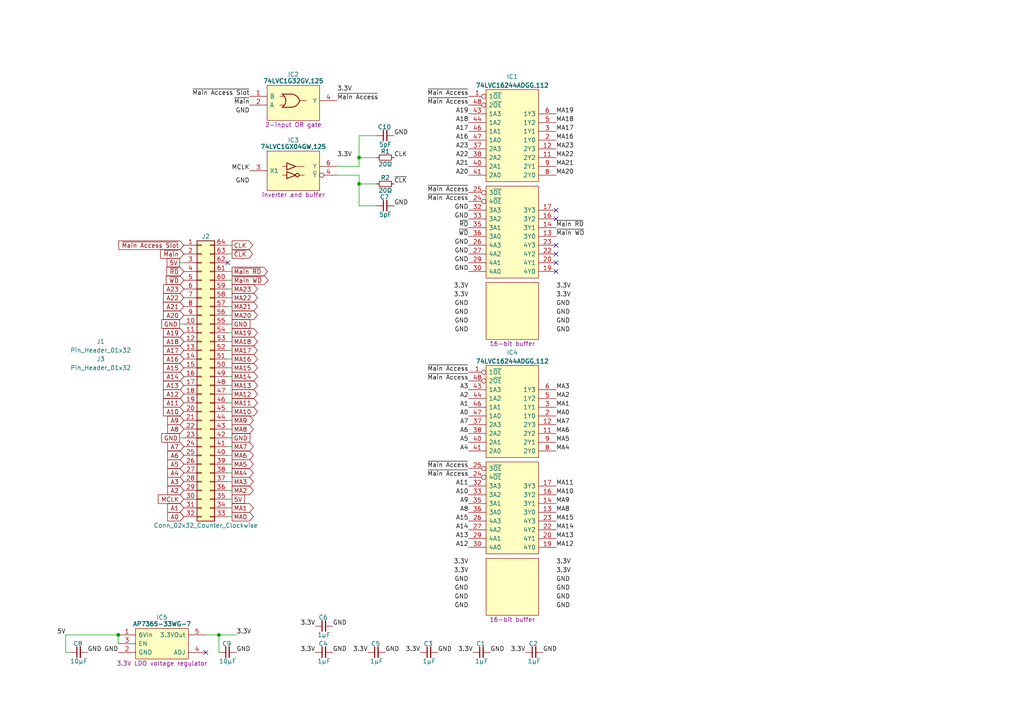
<source format=kicad_sch>
(kicad_sch
	(version 20250114)
	(generator "eeschema")
	(generator_version "9.0")
	(uuid "337b5f72-8be1-4121-9dc6-479b565482b2")
	(paper "A4")
	(title_block
		(title "Main Memory Address")
		(date "2023-12-05")
		(rev "V0")
	)
	(lib_symbols
		(symbol "Connector_Generic:Conn_02x32_Counter_Clockwise"
			(pin_names
				(offset 1.016)
				(hide yes)
			)
			(exclude_from_sim no)
			(in_bom yes)
			(on_board yes)
			(property "Reference" "J"
				(at 1.27 40.64 0)
				(effects
					(font
						(size 1.27 1.27)
					)
				)
			)
			(property "Value" "Conn_02x32_Counter_Clockwise"
				(at 1.27 -43.18 0)
				(effects
					(font
						(size 1.27 1.27)
					)
				)
			)
			(property "Footprint" ""
				(at 0 0 0)
				(effects
					(font
						(size 1.27 1.27)
					)
					(hide yes)
				)
			)
			(property "Datasheet" "~"
				(at 0 0 0)
				(effects
					(font
						(size 1.27 1.27)
					)
					(hide yes)
				)
			)
			(property "Description" "Generic connector, double row, 02x32, counter clockwise pin numbering scheme (similar to DIP package numbering), script generated (kicad-library-utils/schlib/autogen/connector/)"
				(at 0 0 0)
				(effects
					(font
						(size 1.27 1.27)
					)
					(hide yes)
				)
			)
			(property "ki_keywords" "connector"
				(at 0 0 0)
				(effects
					(font
						(size 1.27 1.27)
					)
					(hide yes)
				)
			)
			(property "ki_fp_filters" "Connector*:*_2x??_*"
				(at 0 0 0)
				(effects
					(font
						(size 1.27 1.27)
					)
					(hide yes)
				)
			)
			(symbol "Conn_02x32_Counter_Clockwise_1_1"
				(rectangle
					(start -1.27 39.37)
					(end 3.81 -41.91)
					(stroke
						(width 0.254)
						(type default)
					)
					(fill
						(type background)
					)
				)
				(rectangle
					(start -1.27 38.227)
					(end 0 37.973)
					(stroke
						(width 0.1524)
						(type default)
					)
					(fill
						(type none)
					)
				)
				(rectangle
					(start -1.27 35.687)
					(end 0 35.433)
					(stroke
						(width 0.1524)
						(type default)
					)
					(fill
						(type none)
					)
				)
				(rectangle
					(start -1.27 33.147)
					(end 0 32.893)
					(stroke
						(width 0.1524)
						(type default)
					)
					(fill
						(type none)
					)
				)
				(rectangle
					(start -1.27 30.607)
					(end 0 30.353)
					(stroke
						(width 0.1524)
						(type default)
					)
					(fill
						(type none)
					)
				)
				(rectangle
					(start -1.27 28.067)
					(end 0 27.813)
					(stroke
						(width 0.1524)
						(type default)
					)
					(fill
						(type none)
					)
				)
				(rectangle
					(start -1.27 25.527)
					(end 0 25.273)
					(stroke
						(width 0.1524)
						(type default)
					)
					(fill
						(type none)
					)
				)
				(rectangle
					(start -1.27 22.987)
					(end 0 22.733)
					(stroke
						(width 0.1524)
						(type default)
					)
					(fill
						(type none)
					)
				)
				(rectangle
					(start -1.27 20.447)
					(end 0 20.193)
					(stroke
						(width 0.1524)
						(type default)
					)
					(fill
						(type none)
					)
				)
				(rectangle
					(start -1.27 17.907)
					(end 0 17.653)
					(stroke
						(width 0.1524)
						(type default)
					)
					(fill
						(type none)
					)
				)
				(rectangle
					(start -1.27 15.367)
					(end 0 15.113)
					(stroke
						(width 0.1524)
						(type default)
					)
					(fill
						(type none)
					)
				)
				(rectangle
					(start -1.27 12.827)
					(end 0 12.573)
					(stroke
						(width 0.1524)
						(type default)
					)
					(fill
						(type none)
					)
				)
				(rectangle
					(start -1.27 10.287)
					(end 0 10.033)
					(stroke
						(width 0.1524)
						(type default)
					)
					(fill
						(type none)
					)
				)
				(rectangle
					(start -1.27 7.747)
					(end 0 7.493)
					(stroke
						(width 0.1524)
						(type default)
					)
					(fill
						(type none)
					)
				)
				(rectangle
					(start -1.27 5.207)
					(end 0 4.953)
					(stroke
						(width 0.1524)
						(type default)
					)
					(fill
						(type none)
					)
				)
				(rectangle
					(start -1.27 2.667)
					(end 0 2.413)
					(stroke
						(width 0.1524)
						(type default)
					)
					(fill
						(type none)
					)
				)
				(rectangle
					(start -1.27 0.127)
					(end 0 -0.127)
					(stroke
						(width 0.1524)
						(type default)
					)
					(fill
						(type none)
					)
				)
				(rectangle
					(start -1.27 -2.413)
					(end 0 -2.667)
					(stroke
						(width 0.1524)
						(type default)
					)
					(fill
						(type none)
					)
				)
				(rectangle
					(start -1.27 -4.953)
					(end 0 -5.207)
					(stroke
						(width 0.1524)
						(type default)
					)
					(fill
						(type none)
					)
				)
				(rectangle
					(start -1.27 -7.493)
					(end 0 -7.747)
					(stroke
						(width 0.1524)
						(type default)
					)
					(fill
						(type none)
					)
				)
				(rectangle
					(start -1.27 -10.033)
					(end 0 -10.287)
					(stroke
						(width 0.1524)
						(type default)
					)
					(fill
						(type none)
					)
				)
				(rectangle
					(start -1.27 -12.573)
					(end 0 -12.827)
					(stroke
						(width 0.1524)
						(type default)
					)
					(fill
						(type none)
					)
				)
				(rectangle
					(start -1.27 -15.113)
					(end 0 -15.367)
					(stroke
						(width 0.1524)
						(type default)
					)
					(fill
						(type none)
					)
				)
				(rectangle
					(start -1.27 -17.653)
					(end 0 -17.907)
					(stroke
						(width 0.1524)
						(type default)
					)
					(fill
						(type none)
					)
				)
				(rectangle
					(start -1.27 -20.193)
					(end 0 -20.447)
					(stroke
						(width 0.1524)
						(type default)
					)
					(fill
						(type none)
					)
				)
				(rectangle
					(start -1.27 -22.733)
					(end 0 -22.987)
					(stroke
						(width 0.1524)
						(type default)
					)
					(fill
						(type none)
					)
				)
				(rectangle
					(start -1.27 -25.273)
					(end 0 -25.527)
					(stroke
						(width 0.1524)
						(type default)
					)
					(fill
						(type none)
					)
				)
				(rectangle
					(start -1.27 -27.813)
					(end 0 -28.067)
					(stroke
						(width 0.1524)
						(type default)
					)
					(fill
						(type none)
					)
				)
				(rectangle
					(start -1.27 -30.353)
					(end 0 -30.607)
					(stroke
						(width 0.1524)
						(type default)
					)
					(fill
						(type none)
					)
				)
				(rectangle
					(start -1.27 -32.893)
					(end 0 -33.147)
					(stroke
						(width 0.1524)
						(type default)
					)
					(fill
						(type none)
					)
				)
				(rectangle
					(start -1.27 -35.433)
					(end 0 -35.687)
					(stroke
						(width 0.1524)
						(type default)
					)
					(fill
						(type none)
					)
				)
				(rectangle
					(start -1.27 -37.973)
					(end 0 -38.227)
					(stroke
						(width 0.1524)
						(type default)
					)
					(fill
						(type none)
					)
				)
				(rectangle
					(start -1.27 -40.513)
					(end 0 -40.767)
					(stroke
						(width 0.1524)
						(type default)
					)
					(fill
						(type none)
					)
				)
				(rectangle
					(start 3.81 38.227)
					(end 2.54 37.973)
					(stroke
						(width 0.1524)
						(type default)
					)
					(fill
						(type none)
					)
				)
				(rectangle
					(start 3.81 35.687)
					(end 2.54 35.433)
					(stroke
						(width 0.1524)
						(type default)
					)
					(fill
						(type none)
					)
				)
				(rectangle
					(start 3.81 33.147)
					(end 2.54 32.893)
					(stroke
						(width 0.1524)
						(type default)
					)
					(fill
						(type none)
					)
				)
				(rectangle
					(start 3.81 30.607)
					(end 2.54 30.353)
					(stroke
						(width 0.1524)
						(type default)
					)
					(fill
						(type none)
					)
				)
				(rectangle
					(start 3.81 28.067)
					(end 2.54 27.813)
					(stroke
						(width 0.1524)
						(type default)
					)
					(fill
						(type none)
					)
				)
				(rectangle
					(start 3.81 25.527)
					(end 2.54 25.273)
					(stroke
						(width 0.1524)
						(type default)
					)
					(fill
						(type none)
					)
				)
				(rectangle
					(start 3.81 22.987)
					(end 2.54 22.733)
					(stroke
						(width 0.1524)
						(type default)
					)
					(fill
						(type none)
					)
				)
				(rectangle
					(start 3.81 20.447)
					(end 2.54 20.193)
					(stroke
						(width 0.1524)
						(type default)
					)
					(fill
						(type none)
					)
				)
				(rectangle
					(start 3.81 17.907)
					(end 2.54 17.653)
					(stroke
						(width 0.1524)
						(type default)
					)
					(fill
						(type none)
					)
				)
				(rectangle
					(start 3.81 15.367)
					(end 2.54 15.113)
					(stroke
						(width 0.1524)
						(type default)
					)
					(fill
						(type none)
					)
				)
				(rectangle
					(start 3.81 12.827)
					(end 2.54 12.573)
					(stroke
						(width 0.1524)
						(type default)
					)
					(fill
						(type none)
					)
				)
				(rectangle
					(start 3.81 10.287)
					(end 2.54 10.033)
					(stroke
						(width 0.1524)
						(type default)
					)
					(fill
						(type none)
					)
				)
				(rectangle
					(start 3.81 7.747)
					(end 2.54 7.493)
					(stroke
						(width 0.1524)
						(type default)
					)
					(fill
						(type none)
					)
				)
				(rectangle
					(start 3.81 5.207)
					(end 2.54 4.953)
					(stroke
						(width 0.1524)
						(type default)
					)
					(fill
						(type none)
					)
				)
				(rectangle
					(start 3.81 2.667)
					(end 2.54 2.413)
					(stroke
						(width 0.1524)
						(type default)
					)
					(fill
						(type none)
					)
				)
				(rectangle
					(start 3.81 0.127)
					(end 2.54 -0.127)
					(stroke
						(width 0.1524)
						(type default)
					)
					(fill
						(type none)
					)
				)
				(rectangle
					(start 3.81 -2.413)
					(end 2.54 -2.667)
					(stroke
						(width 0.1524)
						(type default)
					)
					(fill
						(type none)
					)
				)
				(rectangle
					(start 3.81 -4.953)
					(end 2.54 -5.207)
					(stroke
						(width 0.1524)
						(type default)
					)
					(fill
						(type none)
					)
				)
				(rectangle
					(start 3.81 -7.493)
					(end 2.54 -7.747)
					(stroke
						(width 0.1524)
						(type default)
					)
					(fill
						(type none)
					)
				)
				(rectangle
					(start 3.81 -10.033)
					(end 2.54 -10.287)
					(stroke
						(width 0.1524)
						(type default)
					)
					(fill
						(type none)
					)
				)
				(rectangle
					(start 3.81 -12.573)
					(end 2.54 -12.827)
					(stroke
						(width 0.1524)
						(type default)
					)
					(fill
						(type none)
					)
				)
				(rectangle
					(start 3.81 -15.113)
					(end 2.54 -15.367)
					(stroke
						(width 0.1524)
						(type default)
					)
					(fill
						(type none)
					)
				)
				(rectangle
					(start 3.81 -17.653)
					(end 2.54 -17.907)
					(stroke
						(width 0.1524)
						(type default)
					)
					(fill
						(type none)
					)
				)
				(rectangle
					(start 3.81 -20.193)
					(end 2.54 -20.447)
					(stroke
						(width 0.1524)
						(type default)
					)
					(fill
						(type none)
					)
				)
				(rectangle
					(start 3.81 -22.733)
					(end 2.54 -22.987)
					(stroke
						(width 0.1524)
						(type default)
					)
					(fill
						(type none)
					)
				)
				(rectangle
					(start 3.81 -25.273)
					(end 2.54 -25.527)
					(stroke
						(width 0.1524)
						(type default)
					)
					(fill
						(type none)
					)
				)
				(rectangle
					(start 3.81 -27.813)
					(end 2.54 -28.067)
					(stroke
						(width 0.1524)
						(type default)
					)
					(fill
						(type none)
					)
				)
				(rectangle
					(start 3.81 -30.353)
					(end 2.54 -30.607)
					(stroke
						(width 0.1524)
						(type default)
					)
					(fill
						(type none)
					)
				)
				(rectangle
					(start 3.81 -32.893)
					(end 2.54 -33.147)
					(stroke
						(width 0.1524)
						(type default)
					)
					(fill
						(type none)
					)
				)
				(rectangle
					(start 3.81 -35.433)
					(end 2.54 -35.687)
					(stroke
						(width 0.1524)
						(type default)
					)
					(fill
						(type none)
					)
				)
				(rectangle
					(start 3.81 -37.973)
					(end 2.54 -38.227)
					(stroke
						(width 0.1524)
						(type default)
					)
					(fill
						(type none)
					)
				)
				(rectangle
					(start 3.81 -40.513)
					(end 2.54 -40.767)
					(stroke
						(width 0.1524)
						(type default)
					)
					(fill
						(type none)
					)
				)
				(pin passive line
					(at -5.08 38.1 0)
					(length 3.81)
					(name "Pin_1"
						(effects
							(font
								(size 1.27 1.27)
							)
						)
					)
					(number "1"
						(effects
							(font
								(size 1.27 1.27)
							)
						)
					)
				)
				(pin passive line
					(at -5.08 35.56 0)
					(length 3.81)
					(name "Pin_2"
						(effects
							(font
								(size 1.27 1.27)
							)
						)
					)
					(number "2"
						(effects
							(font
								(size 1.27 1.27)
							)
						)
					)
				)
				(pin passive line
					(at -5.08 33.02 0)
					(length 3.81)
					(name "Pin_3"
						(effects
							(font
								(size 1.27 1.27)
							)
						)
					)
					(number "3"
						(effects
							(font
								(size 1.27 1.27)
							)
						)
					)
				)
				(pin passive line
					(at -5.08 30.48 0)
					(length 3.81)
					(name "Pin_4"
						(effects
							(font
								(size 1.27 1.27)
							)
						)
					)
					(number "4"
						(effects
							(font
								(size 1.27 1.27)
							)
						)
					)
				)
				(pin passive line
					(at -5.08 27.94 0)
					(length 3.81)
					(name "Pin_5"
						(effects
							(font
								(size 1.27 1.27)
							)
						)
					)
					(number "5"
						(effects
							(font
								(size 1.27 1.27)
							)
						)
					)
				)
				(pin passive line
					(at -5.08 25.4 0)
					(length 3.81)
					(name "Pin_6"
						(effects
							(font
								(size 1.27 1.27)
							)
						)
					)
					(number "6"
						(effects
							(font
								(size 1.27 1.27)
							)
						)
					)
				)
				(pin passive line
					(at -5.08 22.86 0)
					(length 3.81)
					(name "Pin_7"
						(effects
							(font
								(size 1.27 1.27)
							)
						)
					)
					(number "7"
						(effects
							(font
								(size 1.27 1.27)
							)
						)
					)
				)
				(pin passive line
					(at -5.08 20.32 0)
					(length 3.81)
					(name "Pin_8"
						(effects
							(font
								(size 1.27 1.27)
							)
						)
					)
					(number "8"
						(effects
							(font
								(size 1.27 1.27)
							)
						)
					)
				)
				(pin passive line
					(at -5.08 17.78 0)
					(length 3.81)
					(name "Pin_9"
						(effects
							(font
								(size 1.27 1.27)
							)
						)
					)
					(number "9"
						(effects
							(font
								(size 1.27 1.27)
							)
						)
					)
				)
				(pin passive line
					(at -5.08 15.24 0)
					(length 3.81)
					(name "Pin_10"
						(effects
							(font
								(size 1.27 1.27)
							)
						)
					)
					(number "10"
						(effects
							(font
								(size 1.27 1.27)
							)
						)
					)
				)
				(pin passive line
					(at -5.08 12.7 0)
					(length 3.81)
					(name "Pin_11"
						(effects
							(font
								(size 1.27 1.27)
							)
						)
					)
					(number "11"
						(effects
							(font
								(size 1.27 1.27)
							)
						)
					)
				)
				(pin passive line
					(at -5.08 10.16 0)
					(length 3.81)
					(name "Pin_12"
						(effects
							(font
								(size 1.27 1.27)
							)
						)
					)
					(number "12"
						(effects
							(font
								(size 1.27 1.27)
							)
						)
					)
				)
				(pin passive line
					(at -5.08 7.62 0)
					(length 3.81)
					(name "Pin_13"
						(effects
							(font
								(size 1.27 1.27)
							)
						)
					)
					(number "13"
						(effects
							(font
								(size 1.27 1.27)
							)
						)
					)
				)
				(pin passive line
					(at -5.08 5.08 0)
					(length 3.81)
					(name "Pin_14"
						(effects
							(font
								(size 1.27 1.27)
							)
						)
					)
					(number "14"
						(effects
							(font
								(size 1.27 1.27)
							)
						)
					)
				)
				(pin passive line
					(at -5.08 2.54 0)
					(length 3.81)
					(name "Pin_15"
						(effects
							(font
								(size 1.27 1.27)
							)
						)
					)
					(number "15"
						(effects
							(font
								(size 1.27 1.27)
							)
						)
					)
				)
				(pin passive line
					(at -5.08 0 0)
					(length 3.81)
					(name "Pin_16"
						(effects
							(font
								(size 1.27 1.27)
							)
						)
					)
					(number "16"
						(effects
							(font
								(size 1.27 1.27)
							)
						)
					)
				)
				(pin passive line
					(at -5.08 -2.54 0)
					(length 3.81)
					(name "Pin_17"
						(effects
							(font
								(size 1.27 1.27)
							)
						)
					)
					(number "17"
						(effects
							(font
								(size 1.27 1.27)
							)
						)
					)
				)
				(pin passive line
					(at -5.08 -5.08 0)
					(length 3.81)
					(name "Pin_18"
						(effects
							(font
								(size 1.27 1.27)
							)
						)
					)
					(number "18"
						(effects
							(font
								(size 1.27 1.27)
							)
						)
					)
				)
				(pin passive line
					(at -5.08 -7.62 0)
					(length 3.81)
					(name "Pin_19"
						(effects
							(font
								(size 1.27 1.27)
							)
						)
					)
					(number "19"
						(effects
							(font
								(size 1.27 1.27)
							)
						)
					)
				)
				(pin passive line
					(at -5.08 -10.16 0)
					(length 3.81)
					(name "Pin_20"
						(effects
							(font
								(size 1.27 1.27)
							)
						)
					)
					(number "20"
						(effects
							(font
								(size 1.27 1.27)
							)
						)
					)
				)
				(pin passive line
					(at -5.08 -12.7 0)
					(length 3.81)
					(name "Pin_21"
						(effects
							(font
								(size 1.27 1.27)
							)
						)
					)
					(number "21"
						(effects
							(font
								(size 1.27 1.27)
							)
						)
					)
				)
				(pin passive line
					(at -5.08 -15.24 0)
					(length 3.81)
					(name "Pin_22"
						(effects
							(font
								(size 1.27 1.27)
							)
						)
					)
					(number "22"
						(effects
							(font
								(size 1.27 1.27)
							)
						)
					)
				)
				(pin passive line
					(at -5.08 -17.78 0)
					(length 3.81)
					(name "Pin_23"
						(effects
							(font
								(size 1.27 1.27)
							)
						)
					)
					(number "23"
						(effects
							(font
								(size 1.27 1.27)
							)
						)
					)
				)
				(pin passive line
					(at -5.08 -20.32 0)
					(length 3.81)
					(name "Pin_24"
						(effects
							(font
								(size 1.27 1.27)
							)
						)
					)
					(number "24"
						(effects
							(font
								(size 1.27 1.27)
							)
						)
					)
				)
				(pin passive line
					(at -5.08 -22.86 0)
					(length 3.81)
					(name "Pin_25"
						(effects
							(font
								(size 1.27 1.27)
							)
						)
					)
					(number "25"
						(effects
							(font
								(size 1.27 1.27)
							)
						)
					)
				)
				(pin passive line
					(at -5.08 -25.4 0)
					(length 3.81)
					(name "Pin_26"
						(effects
							(font
								(size 1.27 1.27)
							)
						)
					)
					(number "26"
						(effects
							(font
								(size 1.27 1.27)
							)
						)
					)
				)
				(pin passive line
					(at -5.08 -27.94 0)
					(length 3.81)
					(name "Pin_27"
						(effects
							(font
								(size 1.27 1.27)
							)
						)
					)
					(number "27"
						(effects
							(font
								(size 1.27 1.27)
							)
						)
					)
				)
				(pin passive line
					(at -5.08 -30.48 0)
					(length 3.81)
					(name "Pin_28"
						(effects
							(font
								(size 1.27 1.27)
							)
						)
					)
					(number "28"
						(effects
							(font
								(size 1.27 1.27)
							)
						)
					)
				)
				(pin passive line
					(at -5.08 -33.02 0)
					(length 3.81)
					(name "Pin_29"
						(effects
							(font
								(size 1.27 1.27)
							)
						)
					)
					(number "29"
						(effects
							(font
								(size 1.27 1.27)
							)
						)
					)
				)
				(pin passive line
					(at -5.08 -35.56 0)
					(length 3.81)
					(name "Pin_30"
						(effects
							(font
								(size 1.27 1.27)
							)
						)
					)
					(number "30"
						(effects
							(font
								(size 1.27 1.27)
							)
						)
					)
				)
				(pin passive line
					(at -5.08 -38.1 0)
					(length 3.81)
					(name "Pin_31"
						(effects
							(font
								(size 1.27 1.27)
							)
						)
					)
					(number "31"
						(effects
							(font
								(size 1.27 1.27)
							)
						)
					)
				)
				(pin passive line
					(at -5.08 -40.64 0)
					(length 3.81)
					(name "Pin_32"
						(effects
							(font
								(size 1.27 1.27)
							)
						)
					)
					(number "32"
						(effects
							(font
								(size 1.27 1.27)
							)
						)
					)
				)
				(pin passive line
					(at 7.62 38.1 180)
					(length 3.81)
					(name "Pin_64"
						(effects
							(font
								(size 1.27 1.27)
							)
						)
					)
					(number "64"
						(effects
							(font
								(size 1.27 1.27)
							)
						)
					)
				)
				(pin passive line
					(at 7.62 35.56 180)
					(length 3.81)
					(name "Pin_63"
						(effects
							(font
								(size 1.27 1.27)
							)
						)
					)
					(number "63"
						(effects
							(font
								(size 1.27 1.27)
							)
						)
					)
				)
				(pin passive line
					(at 7.62 33.02 180)
					(length 3.81)
					(name "Pin_62"
						(effects
							(font
								(size 1.27 1.27)
							)
						)
					)
					(number "62"
						(effects
							(font
								(size 1.27 1.27)
							)
						)
					)
				)
				(pin passive line
					(at 7.62 30.48 180)
					(length 3.81)
					(name "Pin_61"
						(effects
							(font
								(size 1.27 1.27)
							)
						)
					)
					(number "61"
						(effects
							(font
								(size 1.27 1.27)
							)
						)
					)
				)
				(pin passive line
					(at 7.62 27.94 180)
					(length 3.81)
					(name "Pin_60"
						(effects
							(font
								(size 1.27 1.27)
							)
						)
					)
					(number "60"
						(effects
							(font
								(size 1.27 1.27)
							)
						)
					)
				)
				(pin passive line
					(at 7.62 25.4 180)
					(length 3.81)
					(name "Pin_59"
						(effects
							(font
								(size 1.27 1.27)
							)
						)
					)
					(number "59"
						(effects
							(font
								(size 1.27 1.27)
							)
						)
					)
				)
				(pin passive line
					(at 7.62 22.86 180)
					(length 3.81)
					(name "Pin_58"
						(effects
							(font
								(size 1.27 1.27)
							)
						)
					)
					(number "58"
						(effects
							(font
								(size 1.27 1.27)
							)
						)
					)
				)
				(pin passive line
					(at 7.62 20.32 180)
					(length 3.81)
					(name "Pin_57"
						(effects
							(font
								(size 1.27 1.27)
							)
						)
					)
					(number "57"
						(effects
							(font
								(size 1.27 1.27)
							)
						)
					)
				)
				(pin passive line
					(at 7.62 17.78 180)
					(length 3.81)
					(name "Pin_56"
						(effects
							(font
								(size 1.27 1.27)
							)
						)
					)
					(number "56"
						(effects
							(font
								(size 1.27 1.27)
							)
						)
					)
				)
				(pin passive line
					(at 7.62 15.24 180)
					(length 3.81)
					(name "Pin_55"
						(effects
							(font
								(size 1.27 1.27)
							)
						)
					)
					(number "55"
						(effects
							(font
								(size 1.27 1.27)
							)
						)
					)
				)
				(pin passive line
					(at 7.62 12.7 180)
					(length 3.81)
					(name "Pin_54"
						(effects
							(font
								(size 1.27 1.27)
							)
						)
					)
					(number "54"
						(effects
							(font
								(size 1.27 1.27)
							)
						)
					)
				)
				(pin passive line
					(at 7.62 10.16 180)
					(length 3.81)
					(name "Pin_53"
						(effects
							(font
								(size 1.27 1.27)
							)
						)
					)
					(number "53"
						(effects
							(font
								(size 1.27 1.27)
							)
						)
					)
				)
				(pin passive line
					(at 7.62 7.62 180)
					(length 3.81)
					(name "Pin_52"
						(effects
							(font
								(size 1.27 1.27)
							)
						)
					)
					(number "52"
						(effects
							(font
								(size 1.27 1.27)
							)
						)
					)
				)
				(pin passive line
					(at 7.62 5.08 180)
					(length 3.81)
					(name "Pin_51"
						(effects
							(font
								(size 1.27 1.27)
							)
						)
					)
					(number "51"
						(effects
							(font
								(size 1.27 1.27)
							)
						)
					)
				)
				(pin passive line
					(at 7.62 2.54 180)
					(length 3.81)
					(name "Pin_50"
						(effects
							(font
								(size 1.27 1.27)
							)
						)
					)
					(number "50"
						(effects
							(font
								(size 1.27 1.27)
							)
						)
					)
				)
				(pin passive line
					(at 7.62 0 180)
					(length 3.81)
					(name "Pin_49"
						(effects
							(font
								(size 1.27 1.27)
							)
						)
					)
					(number "49"
						(effects
							(font
								(size 1.27 1.27)
							)
						)
					)
				)
				(pin passive line
					(at 7.62 -2.54 180)
					(length 3.81)
					(name "Pin_48"
						(effects
							(font
								(size 1.27 1.27)
							)
						)
					)
					(number "48"
						(effects
							(font
								(size 1.27 1.27)
							)
						)
					)
				)
				(pin passive line
					(at 7.62 -5.08 180)
					(length 3.81)
					(name "Pin_47"
						(effects
							(font
								(size 1.27 1.27)
							)
						)
					)
					(number "47"
						(effects
							(font
								(size 1.27 1.27)
							)
						)
					)
				)
				(pin passive line
					(at 7.62 -7.62 180)
					(length 3.81)
					(name "Pin_46"
						(effects
							(font
								(size 1.27 1.27)
							)
						)
					)
					(number "46"
						(effects
							(font
								(size 1.27 1.27)
							)
						)
					)
				)
				(pin passive line
					(at 7.62 -10.16 180)
					(length 3.81)
					(name "Pin_45"
						(effects
							(font
								(size 1.27 1.27)
							)
						)
					)
					(number "45"
						(effects
							(font
								(size 1.27 1.27)
							)
						)
					)
				)
				(pin passive line
					(at 7.62 -12.7 180)
					(length 3.81)
					(name "Pin_44"
						(effects
							(font
								(size 1.27 1.27)
							)
						)
					)
					(number "44"
						(effects
							(font
								(size 1.27 1.27)
							)
						)
					)
				)
				(pin passive line
					(at 7.62 -15.24 180)
					(length 3.81)
					(name "Pin_43"
						(effects
							(font
								(size 1.27 1.27)
							)
						)
					)
					(number "43"
						(effects
							(font
								(size 1.27 1.27)
							)
						)
					)
				)
				(pin passive line
					(at 7.62 -17.78 180)
					(length 3.81)
					(name "Pin_42"
						(effects
							(font
								(size 1.27 1.27)
							)
						)
					)
					(number "42"
						(effects
							(font
								(size 1.27 1.27)
							)
						)
					)
				)
				(pin passive line
					(at 7.62 -20.32 180)
					(length 3.81)
					(name "Pin_41"
						(effects
							(font
								(size 1.27 1.27)
							)
						)
					)
					(number "41"
						(effects
							(font
								(size 1.27 1.27)
							)
						)
					)
				)
				(pin passive line
					(at 7.62 -22.86 180)
					(length 3.81)
					(name "Pin_40"
						(effects
							(font
								(size 1.27 1.27)
							)
						)
					)
					(number "40"
						(effects
							(font
								(size 1.27 1.27)
							)
						)
					)
				)
				(pin passive line
					(at 7.62 -25.4 180)
					(length 3.81)
					(name "Pin_39"
						(effects
							(font
								(size 1.27 1.27)
							)
						)
					)
					(number "39"
						(effects
							(font
								(size 1.27 1.27)
							)
						)
					)
				)
				(pin passive line
					(at 7.62 -27.94 180)
					(length 3.81)
					(name "Pin_38"
						(effects
							(font
								(size 1.27 1.27)
							)
						)
					)
					(number "38"
						(effects
							(font
								(size 1.27 1.27)
							)
						)
					)
				)
				(pin passive line
					(at 7.62 -30.48 180)
					(length 3.81)
					(name "Pin_37"
						(effects
							(font
								(size 1.27 1.27)
							)
						)
					)
					(number "37"
						(effects
							(font
								(size 1.27 1.27)
							)
						)
					)
				)
				(pin passive line
					(at 7.62 -33.02 180)
					(length 3.81)
					(name "Pin_36"
						(effects
							(font
								(size 1.27 1.27)
							)
						)
					)
					(number "36"
						(effects
							(font
								(size 1.27 1.27)
							)
						)
					)
				)
				(pin passive line
					(at 7.62 -35.56 180)
					(length 3.81)
					(name "Pin_35"
						(effects
							(font
								(size 1.27 1.27)
							)
						)
					)
					(number "35"
						(effects
							(font
								(size 1.27 1.27)
							)
						)
					)
				)
				(pin passive line
					(at 7.62 -38.1 180)
					(length 3.81)
					(name "Pin_34"
						(effects
							(font
								(size 1.27 1.27)
							)
						)
					)
					(number "34"
						(effects
							(font
								(size 1.27 1.27)
							)
						)
					)
				)
				(pin passive line
					(at 7.62 -40.64 180)
					(length 3.81)
					(name "Pin_33"
						(effects
							(font
								(size 1.27 1.27)
							)
						)
					)
					(number "33"
						(effects
							(font
								(size 1.27 1.27)
							)
						)
					)
				)
			)
			(embedded_fonts no)
		)
		(symbol "Diodes_Inc:AP7365-33WG-7"
			(pin_names
				(offset 0.762)
			)
			(exclude_from_sim no)
			(in_bom yes)
			(on_board yes)
			(property "Reference" "IC"
				(at 12.7 5.08 0)
				(effects
					(font
						(size 1.27 1.27)
					)
				)
			)
			(property "Value" "AP7365-33WG-7"
				(at 12.7 3.175 0)
				(effects
					(font
						(size 1.27 1.27)
						(bold yes)
					)
				)
			)
			(property "Footprint" "SamacSys_Parts:SOT95P285X130-5N"
				(at 21.59 -14.605 0)
				(effects
					(font
						(size 1.27 1.27)
					)
					(justify left)
					(hide yes)
				)
			)
			(property "Datasheet" "https://componentsearchengine.com/Datasheets/1/AP7365-33WG-7.pdf"
				(at 21.59 -17.145 0)
				(effects
					(font
						(size 1.27 1.27)
					)
					(justify left)
					(hide yes)
				)
			)
			(property "Description" "3.3V LDO voltage regulator"
				(at 12.7 -8.255 0)
				(effects
					(font
						(size 1.27 1.27)
					)
				)
			)
			(property "Height" "1.3"
				(at 21.59 -19.685 0)
				(effects
					(font
						(size 1.27 1.27)
					)
					(justify left)
					(hide yes)
				)
			)
			(property "Manufacturer_Name" "Diodes Inc."
				(at 21.59 -22.225 0)
				(effects
					(font
						(size 1.27 1.27)
					)
					(justify left)
					(hide yes)
				)
			)
			(property "Manufacturer_Part_Number" "AP7365-33WG-7"
				(at 21.59 -24.765 0)
				(effects
					(font
						(size 1.27 1.27)
					)
					(justify left)
					(hide yes)
				)
			)
			(property "Mouser Part Number" "621-AP7365-33WG-7"
				(at 21.59 -27.305 0)
				(effects
					(font
						(size 1.27 1.27)
					)
					(justify left)
					(hide yes)
				)
			)
			(property "Mouser Price/Stock" "https://www.mouser.co.uk/ProductDetail/Diodes-Incorporated/AP7365-33WG-7?qs=abZ1nkZpTuOZFvxvoFPL0w%3D%3D"
				(at 21.59 -29.845 0)
				(effects
					(font
						(size 1.27 1.27)
					)
					(justify left)
					(hide yes)
				)
			)
			(property "Arrow Part Number" "AP7365-33WG-7"
				(at 21.59 -32.385 0)
				(effects
					(font
						(size 1.27 1.27)
					)
					(justify left)
					(hide yes)
				)
			)
			(property "Arrow Price/Stock" "https://www.arrow.com/en/products/ap7365-33wg-7/diodes-incorporated?region=nac"
				(at 21.59 -34.925 0)
				(effects
					(font
						(size 1.27 1.27)
					)
					(justify left)
					(hide yes)
				)
			)
			(property "Silkscreen" "AP7365"
				(at 21.59 -12.065 0)
				(effects
					(font
						(size 1.27 1.27)
					)
					(justify left)
					(hide yes)
				)
			)
			(symbol "AP7365-33WG-7_0_0"
				(pin input line
					(at 0 -2.54 0)
					(length 5.08)
					(name "EN"
						(effects
							(font
								(size 1.27 1.27)
							)
						)
					)
					(number "3"
						(effects
							(font
								(size 1.27 1.27)
							)
						)
					)
				)
				(pin passive line
					(at 0 -5.08 0)
					(length 5.08)
					(name "GND"
						(effects
							(font
								(size 1.27 1.27)
							)
						)
					)
					(number "2"
						(effects
							(font
								(size 1.27 1.27)
							)
						)
					)
				)
				(pin passive line
					(at 25.4 -5.08 180)
					(length 5.08)
					(name "ADJ"
						(effects
							(font
								(size 1.27 1.27)
							)
						)
					)
					(number "4"
						(effects
							(font
								(size 1.27 1.27)
							)
						)
					)
				)
			)
			(symbol "AP7365-33WG-7_0_1"
				(polyline
					(pts
						(xy 5.08 1.905) (xy 20.32 1.905) (xy 20.32 -6.985) (xy 5.08 -6.985) (xy 5.08 1.905)
					)
					(stroke
						(width 0)
						(type default)
					)
					(fill
						(type background)
					)
				)
			)
			(symbol "AP7365-33WG-7_1_0"
				(pin passive line
					(at 0 0 0)
					(length 5.08)
					(name "6VIn"
						(effects
							(font
								(size 1.27 1.27)
							)
						)
					)
					(number "1"
						(effects
							(font
								(size 1.27 1.27)
							)
						)
					)
				)
				(pin passive line
					(at 25.4 0 180)
					(length 5.08)
					(name "3.3VOut"
						(effects
							(font
								(size 1.27 1.27)
							)
						)
					)
					(number "5"
						(effects
							(font
								(size 1.27 1.27)
							)
						)
					)
				)
			)
			(embedded_fonts no)
		)
		(symbol "HCP65:C_0805"
			(pin_numbers
				(hide yes)
			)
			(pin_names
				(offset 0.254)
				(hide yes)
			)
			(exclude_from_sim no)
			(in_bom yes)
			(on_board yes)
			(property "Reference" "C"
				(at 2.286 2.54 0)
				(effects
					(font
						(size 1.27 1.27)
					)
				)
			)
			(property "Value" "?μF"
				(at 2.54 -2.54 0)
				(effects
					(font
						(size 1.27 1.27)
					)
				)
			)
			(property "Footprint" "SamacSys_Parts:C_0805"
				(at 16.764 -7.62 0)
				(effects
					(font
						(size 1.27 1.27)
					)
					(hide yes)
				)
			)
			(property "Datasheet" ""
				(at 2.2225 0.3175 90)
				(effects
					(font
						(size 1.27 1.27)
					)
					(hide yes)
				)
			)
			(property "Description" ""
				(at 0 0 0)
				(effects
					(font
						(size 1.27 1.27)
					)
					(hide yes)
				)
			)
			(property "ki_keywords" "capacitor cap"
				(at 0 0 0)
				(effects
					(font
						(size 1.27 1.27)
					)
					(hide yes)
				)
			)
			(property "ki_fp_filters" "C_*"
				(at 0 0 0)
				(effects
					(font
						(size 1.27 1.27)
					)
					(hide yes)
				)
			)
			(symbol "C_0805_0_1"
				(polyline
					(pts
						(xy 1.9685 -1.4605) (xy 1.9685 1.5875)
					)
					(stroke
						(width 0.3048)
						(type default)
					)
					(fill
						(type none)
					)
				)
				(polyline
					(pts
						(xy 2.9845 -1.4605) (xy 2.9845 1.5875)
					)
					(stroke
						(width 0.3302)
						(type default)
					)
					(fill
						(type none)
					)
				)
			)
			(symbol "C_0805_1_1"
				(pin passive line
					(at 0 0 0)
					(length 2.032)
					(name "~"
						(effects
							(font
								(size 1.27 1.27)
							)
						)
					)
					(number "1"
						(effects
							(font
								(size 1.27 1.27)
							)
						)
					)
				)
				(pin passive line
					(at 5.08 0 180)
					(length 2.032)
					(name "~"
						(effects
							(font
								(size 1.27 1.27)
							)
						)
					)
					(number "2"
						(effects
							(font
								(size 1.27 1.27)
							)
						)
					)
				)
			)
			(embedded_fonts no)
		)
		(symbol "HCP65:Pin_Header_01x32"
			(pin_names
				(offset 1.016)
				(hide yes)
			)
			(exclude_from_sim no)
			(in_bom yes)
			(on_board yes)
			(property "Reference" "J"
				(at 0 1.27 0)
				(effects
					(font
						(size 1.27 1.27)
					)
				)
			)
			(property "Value" "Pin_Header_01x32"
				(at 0 -1.27 0)
				(effects
					(font
						(size 1.27 1.27)
					)
				)
			)
			(property "Footprint" "SamacSys_Parts:PinHeader_1x32_P2.54mm_Vertical"
				(at 0 -3.81 0)
				(effects
					(font
						(size 1.27 1.27)
					)
					(hide yes)
				)
			)
			(property "Datasheet" "~"
				(at -5.08 0 0)
				(effects
					(font
						(size 1.27 1.27)
					)
					(hide yes)
				)
			)
			(property "Description" ""
				(at 0 0 0)
				(effects
					(font
						(size 1.27 1.27)
					)
					(hide yes)
				)
			)
			(property "ki_fp_filters" "Connector*:*_1x??_*"
				(at 0 0 0)
				(effects
					(font
						(size 1.27 1.27)
					)
					(hide yes)
				)
			)
			(embedded_fonts no)
		)
		(symbol "HCP65:R_0805"
			(pin_numbers
				(hide yes)
			)
			(pin_names
				(hide yes)
			)
			(exclude_from_sim no)
			(in_bom yes)
			(on_board yes)
			(property "Reference" "R"
				(at 2.54 1.778 0)
				(effects
					(font
						(size 1.27 1.27)
					)
				)
			)
			(property "Value" "?Ω"
				(at 2.54 -1.905 0)
				(effects
					(font
						(size 1.27 1.27)
					)
				)
			)
			(property "Footprint" "SamacSys_Parts:R_0805"
				(at 17.526 -7.62 0)
				(effects
					(font
						(size 1.27 1.27)
					)
					(hide yes)
				)
			)
			(property "Datasheet" ""
				(at 0 0 0)
				(effects
					(font
						(size 1.27 1.27)
					)
					(hide yes)
				)
			)
			(property "Description" ""
				(at 0 0 0)
				(effects
					(font
						(size 1.27 1.27)
					)
					(hide yes)
				)
			)
			(symbol "R_0805_0_1"
				(rectangle
					(start 0.762 0.762)
					(end 4.318 -0.762)
					(stroke
						(width 0.2032)
						(type default)
					)
					(fill
						(type none)
					)
				)
			)
			(symbol "R_0805_1_1"
				(pin passive line
					(at 0 0 0)
					(length 0.72)
					(name "~"
						(effects
							(font
								(size 1.27 1.27)
							)
						)
					)
					(number "1"
						(effects
							(font
								(size 1.27 1.27)
							)
						)
					)
				)
				(pin passive line
					(at 5.08 0 180)
					(length 0.72)
					(name "~"
						(effects
							(font
								(size 1.27 1.27)
							)
						)
					)
					(number "2"
						(effects
							(font
								(size 1.27 1.27)
							)
						)
					)
				)
			)
			(embedded_fonts no)
		)
		(symbol "Nexperia:74LVC16244ADGG,112"
			(pin_names
				(offset 0.762)
			)
			(exclude_from_sim no)
			(in_bom yes)
			(on_board yes)
			(property "Reference" "IC"
				(at 12.7 5.715 0)
				(effects
					(font
						(size 1.27 1.27)
					)
				)
			)
			(property "Value" "74LVC16244ADGG,112"
				(at 12.7 3.175 0)
				(effects
					(font
						(size 1.27 1.27)
						(bold yes)
					)
				)
			)
			(property "Footprint" "SamacSys_Parts:74LVC16244ADGG112"
				(at 24.13 -85.09 0)
				(effects
					(font
						(size 1.27 1.27)
					)
					(justify left)
					(hide yes)
				)
			)
			(property "Datasheet" "https://assets.nexperia.com/documents/data-sheet/74LVC_LVCH16244A.pdf"
				(at 24.13 -87.63 0)
				(effects
					(font
						(size 1.27 1.27)
					)
					(justify left)
					(hide yes)
				)
			)
			(property "Description" "16-bit buffer"
				(at 12.7 -71.755 0)
				(effects
					(font
						(size 1.27 1.27)
					)
				)
			)
			(property "Height" "1.2"
				(at 24.13 -92.71 0)
				(effects
					(font
						(size 1.27 1.27)
					)
					(justify left)
					(hide yes)
				)
			)
			(property "Manufacturer_Name" "Nexperia"
				(at 24.13 -95.25 0)
				(effects
					(font
						(size 1.27 1.27)
					)
					(justify left)
					(hide yes)
				)
			)
			(property "Manufacturer_Part_Number" "74LVC16244ADGG,112"
				(at 24.13 -97.79 0)
				(effects
					(font
						(size 1.27 1.27)
					)
					(justify left)
					(hide yes)
				)
			)
			(property "Mouser Part Number" "771-74LVC16244DG"
				(at 24.13 -100.33 0)
				(effects
					(font
						(size 1.27 1.27)
					)
					(justify left)
					(hide yes)
				)
			)
			(property "Mouser Price/Stock" "https://www.mouser.co.uk/ProductDetail/Nexperia/74LVC16244ADGG112?qs=qAI9lz2tHCO4%252BdMkKmxvXA%3D%3D"
				(at 24.13 -102.87 0)
				(effects
					(font
						(size 1.27 1.27)
					)
					(justify left)
					(hide yes)
				)
			)
			(property "Silkscreen" "74LVC16244"
				(at 12.7 -74.295 0)
				(effects
					(font
						(size 1.27 1.27)
					)
					(hide yes)
				)
			)
			(symbol "74LVC16244ADGG,112_0_0"
				(pin input inverted
					(at 0 0 0)
					(length 5.08)
					(name "1~{OE}"
						(effects
							(font
								(size 1.27 1.27)
							)
						)
					)
					(number "1"
						(effects
							(font
								(size 1.27 1.27)
							)
						)
					)
				)
				(pin input inverted
					(at 0 -2.54 0)
					(length 5.08)
					(name "2~{OE}"
						(effects
							(font
								(size 1.27 1.27)
							)
						)
					)
					(number "48"
						(effects
							(font
								(size 1.27 1.27)
							)
						)
					)
				)
				(pin input line
					(at 0 -5.08 0)
					(length 5.08)
					(name "1A3"
						(effects
							(font
								(size 1.27 1.27)
							)
						)
					)
					(number "43"
						(effects
							(font
								(size 1.27 1.27)
							)
						)
					)
				)
				(pin input line
					(at 0 -7.62 0)
					(length 5.08)
					(name "1A2"
						(effects
							(font
								(size 1.27 1.27)
							)
						)
					)
					(number "44"
						(effects
							(font
								(size 1.27 1.27)
							)
						)
					)
				)
				(pin input line
					(at 0 -10.16 0)
					(length 5.08)
					(name "1A1"
						(effects
							(font
								(size 1.27 1.27)
							)
						)
					)
					(number "46"
						(effects
							(font
								(size 1.27 1.27)
							)
						)
					)
				)
				(pin input line
					(at 0 -12.7 0)
					(length 5.08)
					(name "1A0"
						(effects
							(font
								(size 1.27 1.27)
							)
						)
					)
					(number "47"
						(effects
							(font
								(size 1.27 1.27)
							)
						)
					)
				)
				(pin input line
					(at 0 -15.24 0)
					(length 5.08)
					(name "2A3"
						(effects
							(font
								(size 1.27 1.27)
							)
						)
					)
					(number "37"
						(effects
							(font
								(size 1.27 1.27)
							)
						)
					)
				)
				(pin input line
					(at 0 -17.78 0)
					(length 5.08)
					(name "2A2"
						(effects
							(font
								(size 1.27 1.27)
							)
						)
					)
					(number "38"
						(effects
							(font
								(size 1.27 1.27)
							)
						)
					)
				)
				(pin input line
					(at 0 -20.32 0)
					(length 5.08)
					(name "2A1"
						(effects
							(font
								(size 1.27 1.27)
							)
						)
					)
					(number "40"
						(effects
							(font
								(size 1.27 1.27)
							)
						)
					)
				)
				(pin input inverted
					(at 0 -27.94 0)
					(length 5.08)
					(name "3~{OE}"
						(effects
							(font
								(size 1.27 1.27)
							)
						)
					)
					(number "25"
						(effects
							(font
								(size 1.27 1.27)
							)
						)
					)
				)
				(pin input inverted
					(at 0 -30.48 0)
					(length 5.08)
					(name "4~{OE}"
						(effects
							(font
								(size 1.27 1.27)
							)
						)
					)
					(number "24"
						(effects
							(font
								(size 1.27 1.27)
							)
						)
					)
				)
				(pin input line
					(at 0 -33.02 0)
					(length 5.08)
					(name "3A3"
						(effects
							(font
								(size 1.27 1.27)
							)
						)
					)
					(number "32"
						(effects
							(font
								(size 1.27 1.27)
							)
						)
					)
				)
				(pin input line
					(at 0 -35.56 0)
					(length 5.08)
					(name "3A2"
						(effects
							(font
								(size 1.27 1.27)
							)
						)
					)
					(number "33"
						(effects
							(font
								(size 1.27 1.27)
							)
						)
					)
				)
				(pin input line
					(at 0 -38.1 0)
					(length 5.08)
					(name "3A1"
						(effects
							(font
								(size 1.27 1.27)
							)
						)
					)
					(number "35"
						(effects
							(font
								(size 1.27 1.27)
							)
						)
					)
				)
				(pin input line
					(at 0 -40.64 0)
					(length 5.08)
					(name "3A0"
						(effects
							(font
								(size 1.27 1.27)
							)
						)
					)
					(number "36"
						(effects
							(font
								(size 1.27 1.27)
							)
						)
					)
				)
				(pin input line
					(at 0 -43.18 0)
					(length 5.08)
					(name "4A3"
						(effects
							(font
								(size 1.27 1.27)
							)
						)
					)
					(number "26"
						(effects
							(font
								(size 1.27 1.27)
							)
						)
					)
				)
				(pin input line
					(at 0 -45.72 0)
					(length 5.08)
					(name "4A2"
						(effects
							(font
								(size 1.27 1.27)
							)
						)
					)
					(number "27"
						(effects
							(font
								(size 1.27 1.27)
							)
						)
					)
				)
				(pin input line
					(at 0 -48.26 0)
					(length 5.08)
					(name "4A1"
						(effects
							(font
								(size 1.27 1.27)
							)
						)
					)
					(number "29"
						(effects
							(font
								(size 1.27 1.27)
							)
						)
					)
				)
				(pin input line
					(at 0 -50.8 0)
					(length 5.08)
					(name "4A0"
						(effects
							(font
								(size 1.27 1.27)
							)
						)
					)
					(number "30"
						(effects
							(font
								(size 1.27 1.27)
							)
						)
					)
				)
				(pin tri_state line
					(at 25.4 -5.08 180)
					(length 5.08)
					(name "1Y3"
						(effects
							(font
								(size 1.27 1.27)
							)
						)
					)
					(number "6"
						(effects
							(font
								(size 1.27 1.27)
							)
						)
					)
				)
				(pin tri_state line
					(at 25.4 -7.62 180)
					(length 5.08)
					(name "1Y2"
						(effects
							(font
								(size 1.27 1.27)
							)
						)
					)
					(number "5"
						(effects
							(font
								(size 1.27 1.27)
							)
						)
					)
				)
				(pin tri_state line
					(at 25.4 -10.16 180)
					(length 5.08)
					(name "1Y1"
						(effects
							(font
								(size 1.27 1.27)
							)
						)
					)
					(number "3"
						(effects
							(font
								(size 1.27 1.27)
							)
						)
					)
				)
				(pin tri_state line
					(at 25.4 -12.7 180)
					(length 5.08)
					(name "1Y0"
						(effects
							(font
								(size 1.27 1.27)
							)
						)
					)
					(number "2"
						(effects
							(font
								(size 1.27 1.27)
							)
						)
					)
				)
				(pin tri_state line
					(at 25.4 -15.24 180)
					(length 5.08)
					(name "2Y3"
						(effects
							(font
								(size 1.27 1.27)
							)
						)
					)
					(number "12"
						(effects
							(font
								(size 1.27 1.27)
							)
						)
					)
				)
				(pin tri_state line
					(at 25.4 -17.78 180)
					(length 5.08)
					(name "2Y2"
						(effects
							(font
								(size 1.27 1.27)
							)
						)
					)
					(number "11"
						(effects
							(font
								(size 1.27 1.27)
							)
						)
					)
				)
				(pin tri_state line
					(at 25.4 -20.32 180)
					(length 5.08)
					(name "2Y1"
						(effects
							(font
								(size 1.27 1.27)
							)
						)
					)
					(number "9"
						(effects
							(font
								(size 1.27 1.27)
							)
						)
					)
				)
				(pin tri_state line
					(at 25.4 -22.86 180)
					(length 5.08)
					(name "2Y0"
						(effects
							(font
								(size 1.27 1.27)
							)
						)
					)
					(number "8"
						(effects
							(font
								(size 1.27 1.27)
							)
						)
					)
				)
				(pin tri_state line
					(at 25.4 -35.56 180)
					(length 5.08)
					(name "3Y2"
						(effects
							(font
								(size 1.27 1.27)
							)
						)
					)
					(number "16"
						(effects
							(font
								(size 1.27 1.27)
							)
						)
					)
				)
				(pin tri_state line
					(at 25.4 -38.1 180)
					(length 5.08)
					(name "3Y1"
						(effects
							(font
								(size 1.27 1.27)
							)
						)
					)
					(number "14"
						(effects
							(font
								(size 1.27 1.27)
							)
						)
					)
				)
				(pin tri_state line
					(at 25.4 -40.64 180)
					(length 5.08)
					(name "3Y0"
						(effects
							(font
								(size 1.27 1.27)
							)
						)
					)
					(number "13"
						(effects
							(font
								(size 1.27 1.27)
							)
						)
					)
				)
				(pin tri_state line
					(at 25.4 -43.18 180)
					(length 5.08)
					(name "4Y3"
						(effects
							(font
								(size 1.27 1.27)
							)
						)
					)
					(number "23"
						(effects
							(font
								(size 1.27 1.27)
							)
						)
					)
				)
				(pin tri_state line
					(at 25.4 -45.72 180)
					(length 5.08)
					(name "4Y2"
						(effects
							(font
								(size 1.27 1.27)
							)
						)
					)
					(number "22"
						(effects
							(font
								(size 1.27 1.27)
							)
						)
					)
				)
				(pin tri_state line
					(at 25.4 -48.26 180)
					(length 5.08)
					(name "4Y1"
						(effects
							(font
								(size 1.27 1.27)
							)
						)
					)
					(number "20"
						(effects
							(font
								(size 1.27 1.27)
							)
						)
					)
				)
				(pin tri_state line
					(at 25.4 -50.8 180)
					(length 5.08)
					(name "4Y0"
						(effects
							(font
								(size 1.27 1.27)
							)
						)
					)
					(number "19"
						(effects
							(font
								(size 1.27 1.27)
							)
						)
					)
				)
			)
			(symbol "74LVC16244ADGG,112_0_1"
				(polyline
					(pts
						(xy 5.08 1.905) (xy 20.32 1.905) (xy 20.32 -24.765) (xy 5.08 -24.765) (xy 5.08 1.905)
					)
					(stroke
						(width 0.1524)
						(type default)
					)
					(fill
						(type background)
					)
				)
				(polyline
					(pts
						(xy 5.08 -26.035) (xy 20.32 -26.035) (xy 20.32 -52.705) (xy 5.08 -52.705) (xy 5.08 -26.035)
					)
					(stroke
						(width 0.1524)
						(type default)
					)
					(fill
						(type background)
					)
				)
				(polyline
					(pts
						(xy 5.08 -53.975) (xy 20.32 -53.975) (xy 20.32 -70.485) (xy 5.08 -70.485) (xy 5.08 -53.975)
					)
					(stroke
						(width 0.1524)
						(type default)
					)
					(fill
						(type background)
					)
				)
			)
			(symbol "74LVC16244ADGG,112_1_0"
				(pin input line
					(at 0 -22.86 0)
					(length 5.08)
					(name "2A0"
						(effects
							(font
								(size 1.27 1.27)
							)
						)
					)
					(number "41"
						(effects
							(font
								(size 1.27 1.27)
							)
						)
					)
				)
				(pin passive line
					(at 0 -55.88 0)
					(length 5.08)
					(hide yes)
					(name "3V"
						(effects
							(font
								(size 1.27 1.27)
							)
						)
					)
					(number "7"
						(effects
							(font
								(size 1.27 1.27)
							)
						)
					)
				)
				(pin passive line
					(at 0 -58.42 0)
					(length 5.08)
					(hide yes)
					(name "3V"
						(effects
							(font
								(size 1.27 1.27)
							)
						)
					)
					(number "18"
						(effects
							(font
								(size 1.27 1.27)
							)
						)
					)
				)
				(pin passive line
					(at 0 -60.96 0)
					(length 5.08)
					(hide yes)
					(name "GND"
						(effects
							(font
								(size 1.27 1.27)
							)
						)
					)
					(number "4"
						(effects
							(font
								(size 1.27 1.27)
							)
						)
					)
				)
				(pin passive line
					(at 0 -63.5 0)
					(length 5.08)
					(hide yes)
					(name "GND"
						(effects
							(font
								(size 1.27 1.27)
							)
						)
					)
					(number "10"
						(effects
							(font
								(size 1.27 1.27)
							)
						)
					)
				)
				(pin passive line
					(at 0 -66.04 0)
					(length 5.08)
					(hide yes)
					(name "GND"
						(effects
							(font
								(size 1.27 1.27)
							)
						)
					)
					(number "15"
						(effects
							(font
								(size 1.27 1.27)
							)
						)
					)
				)
				(pin passive line
					(at 0 -68.58 0)
					(length 5.08)
					(hide yes)
					(name "GND"
						(effects
							(font
								(size 1.27 1.27)
							)
						)
					)
					(number "21"
						(effects
							(font
								(size 1.27 1.27)
							)
						)
					)
				)
				(pin tri_state line
					(at 25.4 -33.02 180)
					(length 5.08)
					(name "3Y3"
						(effects
							(font
								(size 1.27 1.27)
							)
						)
					)
					(number "17"
						(effects
							(font
								(size 1.27 1.27)
							)
						)
					)
				)
				(pin passive line
					(at 25.4 -55.88 180)
					(length 5.08)
					(hide yes)
					(name "3V"
						(effects
							(font
								(size 1.27 1.27)
							)
						)
					)
					(number "42"
						(effects
							(font
								(size 1.27 1.27)
							)
						)
					)
				)
				(pin passive line
					(at 25.4 -58.42 180)
					(length 5.08)
					(hide yes)
					(name "3V"
						(effects
							(font
								(size 1.27 1.27)
							)
						)
					)
					(number "31"
						(effects
							(font
								(size 1.27 1.27)
							)
						)
					)
				)
				(pin passive line
					(at 25.4 -60.96 180)
					(length 5.08)
					(hide yes)
					(name "GND"
						(effects
							(font
								(size 1.27 1.27)
							)
						)
					)
					(number "45"
						(effects
							(font
								(size 1.27 1.27)
							)
						)
					)
				)
				(pin passive line
					(at 25.4 -63.5 180)
					(length 5.08)
					(hide yes)
					(name "GND"
						(effects
							(font
								(size 1.27 1.27)
							)
						)
					)
					(number "39"
						(effects
							(font
								(size 1.27 1.27)
							)
						)
					)
				)
				(pin passive line
					(at 25.4 -66.04 180)
					(length 5.08)
					(hide yes)
					(name "GND"
						(effects
							(font
								(size 1.27 1.27)
							)
						)
					)
					(number "34"
						(effects
							(font
								(size 1.27 1.27)
							)
						)
					)
				)
				(pin passive line
					(at 25.4 -68.58 180)
					(length 5.08)
					(hide yes)
					(name "GND"
						(effects
							(font
								(size 1.27 1.27)
							)
						)
					)
					(number "28"
						(effects
							(font
								(size 1.27 1.27)
							)
						)
					)
				)
			)
			(embedded_fonts no)
		)
		(symbol "Nexperia:74LVC1G32GV,125"
			(pin_names
				(offset 0.762)
			)
			(exclude_from_sim no)
			(in_bom yes)
			(on_board yes)
			(property "Reference" "IC"
				(at 12.7 6.35 0)
				(effects
					(font
						(size 1.27 1.27)
					)
				)
			)
			(property "Value" "74LVC1G32GV,125"
				(at 12.7 4.445 0)
				(effects
					(font
						(size 1.27 1.27)
						(bold yes)
					)
				)
			)
			(property "Footprint" "SamacSys_Parts:SOT95P275X110-5N"
				(at 22.225 -10.795 0)
				(effects
					(font
						(size 1.27 1.27)
					)
					(justify left)
					(hide yes)
				)
			)
			(property "Datasheet" "https://assets.nexperia.com/documents/data-sheet/74LVC1G32.pdf"
				(at 22.225 -13.335 0)
				(effects
					(font
						(size 1.27 1.27)
					)
					(justify left)
					(hide yes)
				)
			)
			(property "Description" "2-input OR gate"
				(at 12.7 -8.255 0)
				(effects
					(font
						(size 1.27 1.27)
					)
				)
			)
			(property "Height" "1.1"
				(at 22.225 -18.415 0)
				(effects
					(font
						(size 1.27 1.27)
					)
					(justify left)
					(hide yes)
				)
			)
			(property "Manufacturer_Name" "Nexperia"
				(at 22.225 -20.955 0)
				(effects
					(font
						(size 1.27 1.27)
					)
					(justify left)
					(hide yes)
				)
			)
			(property "Manufacturer_Part_Number" "74LVC1G32GV,125"
				(at 22.225 -23.495 0)
				(effects
					(font
						(size 1.27 1.27)
					)
					(justify left)
					(hide yes)
				)
			)
			(property "Mouser Part Number" "771-LVC1G32GV125"
				(at 22.225 -26.035 0)
				(effects
					(font
						(size 1.27 1.27)
					)
					(justify left)
					(hide yes)
				)
			)
			(property "Mouser Price/Stock" "https://www.mouser.co.uk/ProductDetail/Nexperia/74LVC1G32GV125?qs=me8TqzrmIYXExQH4V9SARg%3D%3D"
				(at 22.225 -28.575 0)
				(effects
					(font
						(size 1.27 1.27)
					)
					(justify left)
					(hide yes)
				)
			)
			(property "Silkscreen" "'1G32"
				(at 12.7 -10.795 0)
				(effects
					(font
						(size 1.27 1.27)
					)
					(hide yes)
				)
			)
			(property "Garbage" "NEXPERIA - 74LVC1G32GV,125 - OR GATE, SINGLE, 2 I/P, SC-74A-5"
				(at 0 0 0)
				(effects
					(font
						(size 1.27 1.27)
					)
					(hide yes)
				)
			)
			(symbol "74LVC1G32GV,125_0_0"
				(pin input line
					(at 0 0 0)
					(length 5.08)
					(name "B"
						(effects
							(font
								(size 1.27 1.27)
							)
						)
					)
					(number "1"
						(effects
							(font
								(size 1.27 1.27)
							)
						)
					)
				)
				(pin input line
					(at 0 -2.54 0)
					(length 5.08)
					(name "A"
						(effects
							(font
								(size 1.27 1.27)
							)
						)
					)
					(number "2"
						(effects
							(font
								(size 1.27 1.27)
							)
						)
					)
				)
				(pin passive line
					(at 0 -5.08 0)
					(length 5.08)
					(hide yes)
					(name "GND"
						(effects
							(font
								(size 1.27 1.27)
							)
						)
					)
					(number "3"
						(effects
							(font
								(size 1.27 1.27)
							)
						)
					)
				)
				(pin passive line
					(at 25.4 1.27 180)
					(length 5.08)
					(hide yes)
					(name "3V"
						(effects
							(font
								(size 1.27 1.27)
							)
						)
					)
					(number "5"
						(effects
							(font
								(size 1.27 1.27)
							)
						)
					)
				)
				(pin output line
					(at 25.4 -1.27 180)
					(length 5.08)
					(name "Y"
						(effects
							(font
								(size 1.27 1.27)
							)
						)
					)
					(number "4"
						(effects
							(font
								(size 1.27 1.27)
							)
						)
					)
				)
			)
			(symbol "74LVC1G32GV,125_0_1"
				(polyline
					(pts
						(xy 5.08 3.175) (xy 20.32 3.175) (xy 20.32 -6.985) (xy 5.08 -6.985) (xy 5.08 3.175)
					)
					(stroke
						(width 0.1524)
						(type default)
					)
					(fill
						(type background)
					)
				)
				(arc
					(start 9.437 0.635)
					(mid 10.4969 -1.27)
					(end 9.437 -3.175)
					(stroke
						(width 0.254)
						(type default)
					)
					(fill
						(type none)
					)
				)
				(polyline
					(pts
						(xy 8.802 0) (xy 10.0719 0)
					)
					(stroke
						(width 0)
						(type default)
					)
					(fill
						(type none)
					)
				)
				(polyline
					(pts
						(xy 8.802 -2.54) (xy 10.0719 -2.54)
					)
					(stroke
						(width 0)
						(type default)
					)
					(fill
						(type none)
					)
				)
				(polyline
					(pts
						(xy 11.977 0.635) (xy 9.437 0.635)
					)
					(stroke
						(width 0.254)
						(type default)
					)
					(fill
						(type background)
					)
				)
				(polyline
					(pts
						(xy 11.977 -3.175) (xy 9.437 -3.175)
					)
					(stroke
						(width 0.254)
						(type default)
					)
					(fill
						(type background)
					)
				)
				(arc
					(start 14.517 -1.27)
					(mid 13.5755 -2.6605)
					(end 11.977 -3.175)
					(stroke
						(width 0.254)
						(type default)
					)
					(fill
						(type none)
					)
				)
				(arc
					(start 11.977 0.635)
					(mid 13.576 0.1212)
					(end 14.517 -1.27)
					(stroke
						(width 0.254)
						(type default)
					)
					(fill
						(type none)
					)
				)
				(polyline
					(pts
						(xy 14.605 -1.27) (xy 16.51 -1.27)
					)
					(stroke
						(width 0)
						(type default)
					)
					(fill
						(type none)
					)
				)
			)
			(embedded_fonts no)
		)
		(symbol "Nexperia:74LVC1GX04GW,125"
			(pin_names
				(offset 0.762)
			)
			(exclude_from_sim no)
			(in_bom yes)
			(on_board yes)
			(property "Reference" "IC"
				(at 12.7 5.08 0)
				(effects
					(font
						(size 1.27 1.27)
					)
				)
			)
			(property "Value" "74LVC1GX04GW,125"
				(at 12.7 3.175 0)
				(effects
					(font
						(size 1.27 1.27)
						(bold yes)
					)
				)
			)
			(property "Footprint" "SamacSys_Parts:SOP65P210X110-6N"
				(at 23.495 -14.605 0)
				(effects
					(font
						(size 1.27 1.27)
					)
					(justify left)
					(hide yes)
				)
			)
			(property "Datasheet" "https://assets.nexperia.com/documents/data-sheet/74LVC1GX04.pdf"
				(at 23.495 -17.145 0)
				(effects
					(font
						(size 1.27 1.27)
					)
					(justify left)
					(hide yes)
				)
			)
			(property "Description" "inverter and buffer"
				(at 12.7 -10.795 0)
				(effects
					(font
						(size 1.27 1.27)
					)
				)
			)
			(property "Height" "1.1"
				(at 23.495 -22.225 0)
				(effects
					(font
						(size 1.27 1.27)
					)
					(justify left)
					(hide yes)
				)
			)
			(property "Manufacturer_Name" "Nexperia"
				(at 23.495 -24.765 0)
				(effects
					(font
						(size 1.27 1.27)
					)
					(justify left)
					(hide yes)
				)
			)
			(property "Manufacturer_Part_Number" "74LVC1GX04GW,125"
				(at 23.495 -27.305 0)
				(effects
					(font
						(size 1.27 1.27)
					)
					(justify left)
					(hide yes)
				)
			)
			(property "Mouser Part Number" "771-74LVC1GX04GW-G"
				(at 23.495 -29.845 0)
				(effects
					(font
						(size 1.27 1.27)
					)
					(justify left)
					(hide yes)
				)
			)
			(property "Mouser Price/Stock" "https://www.mouser.co.uk/ProductDetail/Nexperia/74LVC1GX04GW125?qs=me8TqzrmIYXdz6qx7bR6zQ%3D%3D"
				(at 23.495 -32.385 0)
				(effects
					(font
						(size 1.27 1.27)
					)
					(justify left)
					(hide yes)
				)
			)
			(property "Silkscreen" "'1GX04"
				(at 12.7 -13.335 0)
				(effects
					(font
						(size 1.27 1.27)
					)
					(hide yes)
				)
			)
			(property "Garbage" "NEXPERIA - 74LVC1GX04GW,125 - LOGIC, CRYSTAL OSCILLATOR DRIVER, SC88-6"
				(at 0 0 0)
				(effects
					(font
						(size 1.27 1.27)
					)
					(hide yes)
				)
			)
			(symbol "74LVC1GX04GW,125_0_0"
				(pin no_connect line
					(at 0 0 0)
					(length 5.08)
					(hide yes)
					(name "n.c."
						(effects
							(font
								(size 1.27 1.27)
							)
						)
					)
					(number "1"
						(effects
							(font
								(size 1.27 1.27)
							)
						)
					)
				)
				(pin input line
					(at 0 -3.81 0)
					(length 5.08)
					(name "X1"
						(effects
							(font
								(size 1.27 1.27)
							)
						)
					)
					(number "3"
						(effects
							(font
								(size 1.27 1.27)
							)
						)
					)
				)
				(pin passive line
					(at 0 -7.62 0)
					(length 5.08)
					(hide yes)
					(name "GND"
						(effects
							(font
								(size 1.27 1.27)
							)
						)
					)
					(number "2"
						(effects
							(font
								(size 1.27 1.27)
							)
						)
					)
				)
				(pin passive line
					(at 25.4 0 180)
					(length 5.08)
					(hide yes)
					(name "3V"
						(effects
							(font
								(size 1.27 1.27)
							)
						)
					)
					(number "5"
						(effects
							(font
								(size 1.27 1.27)
							)
						)
					)
				)
				(pin output line
					(at 25.4 -2.54 180)
					(length 5.08)
					(name "Y"
						(effects
							(font
								(size 1.27 1.27)
							)
						)
					)
					(number "6"
						(effects
							(font
								(size 1.27 1.27)
							)
						)
					)
				)
				(pin output inverted
					(at 25.4 -5.08 180)
					(length 5.08)
					(name "~{Y}"
						(effects
							(font
								(size 1.27 1.27)
							)
						)
					)
					(number "4"
						(effects
							(font
								(size 1.27 1.27)
							)
						)
					)
				)
			)
			(symbol "74LVC1GX04GW,125_0_1"
				(polyline
					(pts
						(xy 5.08 1.905) (xy 20.32 1.905) (xy 20.32 -9.525) (xy 5.08 -9.525) (xy 5.08 1.905)
					)
					(stroke
						(width 0.1524)
						(type default)
					)
					(fill
						(type background)
					)
				)
				(polyline
					(pts
						(xy 9.525 -2.54) (xy 10.7949 -2.54)
					)
					(stroke
						(width 0)
						(type default)
					)
					(fill
						(type none)
					)
				)
				(polyline
					(pts
						(xy 9.525 -5.08) (xy 10.7949 -5.08)
					)
					(stroke
						(width 0)
						(type default)
					)
					(fill
						(type none)
					)
				)
				(rectangle
					(start 10.795 -1.524)
					(end 10.795 -3.556)
					(stroke
						(width 0.254)
						(type default)
					)
					(fill
						(type background)
					)
				)
				(polyline
					(pts
						(xy 10.795 -3.556) (xy 13.335 -2.54) (xy 10.795 -1.524)
					)
					(stroke
						(width 0.254)
						(type default)
					)
					(fill
						(type none)
					)
				)
				(rectangle
					(start 10.795 -4.064)
					(end 10.795 -6.096)
					(stroke
						(width 0.254)
						(type default)
					)
					(fill
						(type background)
					)
				)
				(polyline
					(pts
						(xy 10.795 -6.096) (xy 13.335 -5.08) (xy 10.795 -4.064)
					)
					(stroke
						(width 0.254)
						(type default)
					)
					(fill
						(type none)
					)
				)
				(polyline
					(pts
						(xy 13.335 -2.54) (xy 15.875 -2.54)
					)
					(stroke
						(width 0)
						(type default)
					)
					(fill
						(type none)
					)
				)
				(circle
					(center 13.843 -5.08)
					(radius 0.508)
					(stroke
						(width 0.254)
						(type default)
					)
					(fill
						(type none)
					)
				)
				(polyline
					(pts
						(xy 14.351 -5.08) (xy 15.875 -5.08)
					)
					(stroke
						(width 0)
						(type default)
					)
					(fill
						(type none)
					)
				)
			)
			(embedded_fonts no)
		)
	)
	(junction
		(at 104.14 45.72)
		(diameter 0)
		(color 0 0 0 0)
		(uuid "1185eabb-904b-4e82-b44a-7cc8aeb25ff2")
	)
	(junction
		(at 104.14 53.34)
		(diameter 0)
		(color 0 0 0 0)
		(uuid "13043a07-044e-425d-92c9-6892ff41985c")
	)
	(junction
		(at 34.29 184.15)
		(diameter 0)
		(color 0 0 0 0)
		(uuid "413af9fc-5730-4581-bcd6-4066802553e7")
	)
	(junction
		(at 63.5 184.15)
		(diameter 0)
		(color 0 0 0 0)
		(uuid "b483095b-b3f1-413b-bfdc-dd45b3a6b7a0")
	)
	(no_connect
		(at 161.29 60.96)
		(uuid "097676ba-5e83-4067-8c79-15b91d5842db")
	)
	(no_connect
		(at 59.69 189.23)
		(uuid "2acb9f61-7e35-41b1-ad56-ec6ab018021d")
	)
	(no_connect
		(at 161.29 63.5)
		(uuid "3499353c-d172-4361-88a2-506c24b4e334")
	)
	(no_connect
		(at 161.29 76.2)
		(uuid "39090904-cf6a-4d2e-af14-3d68a1bb0829")
	)
	(no_connect
		(at 161.29 73.66)
		(uuid "6d86d1da-3fc2-446b-b027-c1c2a7b57ad3")
	)
	(no_connect
		(at 66.04 76.2)
		(uuid "a4b0a63c-eb9d-4f99-9d9f-d16d43d4a838")
	)
	(no_connect
		(at 161.29 71.12)
		(uuid "be4e08bb-6c82-446a-8cb1-ac27002c41c5")
	)
	(no_connect
		(at 161.29 78.74)
		(uuid "d5805b49-be2c-4079-8c3f-84f678673e25")
	)
	(wire
		(pts
			(xy 67.31 101.6) (xy 66.04 101.6)
		)
		(stroke
			(width 0)
			(type default)
		)
		(uuid "0ca52eb7-2fa5-447e-a16a-6eb79df9295a")
	)
	(wire
		(pts
			(xy 67.31 78.74) (xy 66.04 78.74)
		)
		(stroke
			(width 0)
			(type default)
		)
		(uuid "18cf4fa6-1efa-466f-bbad-0b748a36423a")
	)
	(wire
		(pts
			(xy 63.5 189.23) (xy 63.5 184.15)
		)
		(stroke
			(width 0)
			(type default)
		)
		(uuid "26219dd1-99de-4424-b167-2c7dcb1ebc12")
	)
	(wire
		(pts
			(xy 67.31 137.16) (xy 66.04 137.16)
		)
		(stroke
			(width 0)
			(type default)
		)
		(uuid "2fa0c15e-90fd-4fbe-8048-01aaa6966f41")
	)
	(wire
		(pts
			(xy 109.22 59.69) (xy 104.14 59.69)
		)
		(stroke
			(width 0)
			(type default)
		)
		(uuid "33f7cc98-466d-4e0f-9702-86f06819b5a0")
	)
	(wire
		(pts
			(xy 97.79 50.8) (xy 104.14 50.8)
		)
		(stroke
			(width 0)
			(type default)
		)
		(uuid "34fcef0b-b355-4509-a8de-9c6467f7b699")
	)
	(wire
		(pts
			(xy 67.31 124.46) (xy 66.04 124.46)
		)
		(stroke
			(width 0)
			(type default)
		)
		(uuid "3d420ff7-8ee6-48b3-af66-58483e04a6b4")
	)
	(wire
		(pts
			(xy 67.31 83.82) (xy 66.04 83.82)
		)
		(stroke
			(width 0)
			(type default)
		)
		(uuid "47647f70-f3f4-4941-b296-db05490e1ed7")
	)
	(wire
		(pts
			(xy 67.31 149.86) (xy 66.04 149.86)
		)
		(stroke
			(width 0)
			(type default)
		)
		(uuid "4b60d245-84a9-4f2b-902c-9640ba900e60")
	)
	(wire
		(pts
			(xy 19.05 184.15) (xy 34.29 184.15)
		)
		(stroke
			(width 0)
			(type default)
		)
		(uuid "4ebb928e-f2be-4f76-aabe-4749c3ffc63f")
	)
	(wire
		(pts
			(xy 67.31 142.24) (xy 66.04 142.24)
		)
		(stroke
			(width 0)
			(type default)
		)
		(uuid "5152e44f-7d31-4e5e-9d84-d3031a470a69")
	)
	(wire
		(pts
			(xy 67.31 132.08) (xy 66.04 132.08)
		)
		(stroke
			(width 0)
			(type default)
		)
		(uuid "55da0c66-ad0e-4eb9-af46-214ebfa378b4")
	)
	(wire
		(pts
			(xy 67.31 127) (xy 66.04 127)
		)
		(stroke
			(width 0)
			(type default)
		)
		(uuid "5a283d60-d92f-4a2f-b44b-dde294686d10")
	)
	(wire
		(pts
			(xy 66.04 73.66) (xy 67.31 73.66)
		)
		(stroke
			(width 0)
			(type default)
		)
		(uuid "5fbd73ea-6b4c-41ad-b8dc-c2129c24a65e")
	)
	(wire
		(pts
			(xy 104.14 50.8) (xy 104.14 53.34)
		)
		(stroke
			(width 0)
			(type default)
		)
		(uuid "614275a8-f77a-495b-a821-301907303db0")
	)
	(wire
		(pts
			(xy 67.31 139.7) (xy 66.04 139.7)
		)
		(stroke
			(width 0)
			(type default)
		)
		(uuid "691f9155-3b44-4390-9ebe-905be79906f5")
	)
	(wire
		(pts
			(xy 67.31 81.28) (xy 66.04 81.28)
		)
		(stroke
			(width 0)
			(type default)
		)
		(uuid "69f155f3-452f-480c-8384-23faf4a839b3")
	)
	(wire
		(pts
			(xy 104.14 45.72) (xy 109.22 45.72)
		)
		(stroke
			(width 0)
			(type default)
		)
		(uuid "69f58d1c-2a20-4623-8c1a-753be5c58ab0")
	)
	(wire
		(pts
			(xy 34.29 184.15) (xy 34.29 186.69)
		)
		(stroke
			(width 0)
			(type default)
		)
		(uuid "6bcd95ff-6a51-4ead-aa6a-628fdc2cc852")
	)
	(wire
		(pts
			(xy 67.31 96.52) (xy 66.04 96.52)
		)
		(stroke
			(width 0)
			(type default)
		)
		(uuid "6fbc6ce7-9e23-4ca6-806f-0242631254f8")
	)
	(wire
		(pts
			(xy 67.31 88.9) (xy 66.04 88.9)
		)
		(stroke
			(width 0)
			(type default)
		)
		(uuid "72021c3b-bd2b-48fa-a2d5-d68f925dda81")
	)
	(wire
		(pts
			(xy 109.22 39.37) (xy 104.14 39.37)
		)
		(stroke
			(width 0)
			(type default)
		)
		(uuid "74e31e35-e0cc-435f-ba2b-8de64ba68786")
	)
	(wire
		(pts
			(xy 104.14 59.69) (xy 104.14 53.34)
		)
		(stroke
			(width 0)
			(type default)
		)
		(uuid "77fc42c4-a89d-4c2f-b189-b72ba1966254")
	)
	(wire
		(pts
			(xy 67.31 121.92) (xy 66.04 121.92)
		)
		(stroke
			(width 0)
			(type default)
		)
		(uuid "79ce6fb1-cdcb-422b-8eb6-5f94c6efd41e")
	)
	(wire
		(pts
			(xy 67.31 109.22) (xy 66.04 109.22)
		)
		(stroke
			(width 0)
			(type default)
		)
		(uuid "7f517f40-8986-44ac-8446-838304d71027")
	)
	(wire
		(pts
			(xy 104.14 53.34) (xy 109.22 53.34)
		)
		(stroke
			(width 0)
			(type default)
		)
		(uuid "87df3b0c-58b2-4fa4-b6db-a510ae12462f")
	)
	(wire
		(pts
			(xy 52.07 76.2) (xy 53.34 76.2)
		)
		(stroke
			(width 0)
			(type default)
		)
		(uuid "8980293b-0fae-4faa-a8d5-109645810875")
	)
	(wire
		(pts
			(xy 52.07 127) (xy 53.34 127)
		)
		(stroke
			(width 0)
			(type default)
		)
		(uuid "8ae2fffd-3345-42ab-93bb-328650ff2063")
	)
	(wire
		(pts
			(xy 67.31 104.14) (xy 66.04 104.14)
		)
		(stroke
			(width 0)
			(type default)
		)
		(uuid "97a8ebb8-88d3-4782-9398-8b6dcd1af3ff")
	)
	(wire
		(pts
			(xy 97.79 48.26) (xy 104.14 48.26)
		)
		(stroke
			(width 0)
			(type default)
		)
		(uuid "9bc80d03-49d9-4895-9d39-032f026a3062")
	)
	(wire
		(pts
			(xy 67.31 147.32) (xy 66.04 147.32)
		)
		(stroke
			(width 0)
			(type default)
		)
		(uuid "a2881b93-c14c-44fa-a256-e1aa474dcf70")
	)
	(wire
		(pts
			(xy 67.31 114.3) (xy 66.04 114.3)
		)
		(stroke
			(width 0)
			(type default)
		)
		(uuid "a4b6ad6e-911e-479f-ad65-c9ae9ba5f327")
	)
	(wire
		(pts
			(xy 59.69 184.15) (xy 63.5 184.15)
		)
		(stroke
			(width 0)
			(type default)
		)
		(uuid "a70da8ac-e087-4b2c-bb48-900e71135de0")
	)
	(wire
		(pts
			(xy 67.31 129.54) (xy 66.04 129.54)
		)
		(stroke
			(width 0)
			(type default)
		)
		(uuid "a7cc9a00-fe35-42a5-9400-696abd664a0c")
	)
	(wire
		(pts
			(xy 67.31 91.44) (xy 66.04 91.44)
		)
		(stroke
			(width 0)
			(type default)
		)
		(uuid "ab7bc588-9824-45a4-8bce-873dcda062c1")
	)
	(wire
		(pts
			(xy 67.31 111.76) (xy 66.04 111.76)
		)
		(stroke
			(width 0)
			(type default)
		)
		(uuid "ad6659c1-0d01-4d0e-ab2e-060b1445ff84")
	)
	(wire
		(pts
			(xy 67.31 116.84) (xy 66.04 116.84)
		)
		(stroke
			(width 0)
			(type default)
		)
		(uuid "ae5a321d-cb87-4160-8bcd-30acf9d914c0")
	)
	(wire
		(pts
			(xy 52.07 93.98) (xy 53.34 93.98)
		)
		(stroke
			(width 0)
			(type default)
		)
		(uuid "bb3f6695-f109-4d26-8f35-d49fe52f02db")
	)
	(wire
		(pts
			(xy 67.31 86.36) (xy 66.04 86.36)
		)
		(stroke
			(width 0)
			(type default)
		)
		(uuid "c23d0ed1-bef2-4072-b43a-6a772f1cada2")
	)
	(wire
		(pts
			(xy 19.05 184.15) (xy 19.05 189.23)
		)
		(stroke
			(width 0)
			(type default)
		)
		(uuid "c80f7ae1-0cda-4c1a-bbb5-9092aef6711c")
	)
	(wire
		(pts
			(xy 67.31 99.06) (xy 66.04 99.06)
		)
		(stroke
			(width 0)
			(type default)
		)
		(uuid "c8a8d52c-251b-44d0-994a-3e5910f8abf9")
	)
	(wire
		(pts
			(xy 66.04 71.12) (xy 67.31 71.12)
		)
		(stroke
			(width 0)
			(type default)
		)
		(uuid "c915ef95-7f74-449e-8ddd-080a3433fba7")
	)
	(wire
		(pts
			(xy 67.31 93.98) (xy 66.04 93.98)
		)
		(stroke
			(width 0)
			(type default)
		)
		(uuid "d00c17bb-f64f-4942-bc45-a689391cd985")
	)
	(wire
		(pts
			(xy 104.14 48.26) (xy 104.14 45.72)
		)
		(stroke
			(width 0)
			(type default)
		)
		(uuid "df119732-a912-45c8-8673-da06694bb089")
	)
	(wire
		(pts
			(xy 104.14 39.37) (xy 104.14 45.72)
		)
		(stroke
			(width 0)
			(type default)
		)
		(uuid "e4e2dcf3-83ee-4e1d-91ff-221e0e1e7eb3")
	)
	(wire
		(pts
			(xy 19.05 189.23) (xy 20.32 189.23)
		)
		(stroke
			(width 0)
			(type default)
		)
		(uuid "ec59795c-0268-4c6a-8915-70f48d7fb95b")
	)
	(wire
		(pts
			(xy 67.31 119.38) (xy 66.04 119.38)
		)
		(stroke
			(width 0)
			(type default)
		)
		(uuid "eda8870a-c7b1-49d5-afe7-82849b5e2602")
	)
	(wire
		(pts
			(xy 67.31 144.78) (xy 66.04 144.78)
		)
		(stroke
			(width 0)
			(type default)
		)
		(uuid "f0dc43b6-aa20-40af-8bc5-5fd5f79a2793")
	)
	(wire
		(pts
			(xy 63.5 184.15) (xy 68.58 184.15)
		)
		(stroke
			(width 0)
			(type default)
		)
		(uuid "f5a44683-1946-4e2a-9349-8f328e411edc")
	)
	(wire
		(pts
			(xy 67.31 106.68) (xy 66.04 106.68)
		)
		(stroke
			(width 0)
			(type default)
		)
		(uuid "f5f107c1-97e7-44a6-8a97-467a86c97f32")
	)
	(wire
		(pts
			(xy 67.31 134.62) (xy 66.04 134.62)
		)
		(stroke
			(width 0)
			(type default)
		)
		(uuid "faa1cc91-5086-4f04-b299-90daa153bfda")
	)
	(label "GND"
		(at 161.29 93.98 0)
		(effects
			(font
				(size 1.27 1.27)
			)
			(justify left bottom)
		)
		(uuid "0152d306-2eb8-45f2-9889-a7e92fe41a24")
	)
	(label "A21"
		(at 135.89 48.26 180)
		(effects
			(font
				(size 1.27 1.27)
			)
			(justify right bottom)
		)
		(uuid "0180e851-8f59-49bd-b1de-65b93dc87438")
	)
	(label "GND"
		(at 111.76 189.23 0)
		(effects
			(font
				(size 1.27 1.27)
			)
			(justify left bottom)
		)
		(uuid "04fa1aff-3adb-4850-85e1-e8f256d3a19b")
	)
	(label "A20"
		(at 135.89 50.8 180)
		(effects
			(font
				(size 1.27 1.27)
			)
			(justify right bottom)
		)
		(uuid "05dd717d-65ed-4a89-ad09-45795a5645a7")
	)
	(label "A10"
		(at 135.89 143.51 180)
		(effects
			(font
				(size 1.27 1.27)
			)
			(justify right bottom)
		)
		(uuid "0b851e8d-c83c-4002-8751-0115c35f1a92")
	)
	(label "MA0"
		(at 161.29 120.65 0)
		(effects
			(font
				(size 1.27 1.27)
			)
			(justify left bottom)
		)
		(uuid "0bbde980-85fb-4544-90e7-a857c9b2cd70")
	)
	(label "3.3V"
		(at 91.44 189.23 180)
		(effects
			(font
				(size 1.27 1.27)
			)
			(justify right bottom)
		)
		(uuid "0fddee73-47ce-4f2a-ab97-84fc57d6f141")
	)
	(label "~{Main WD}"
		(at 161.29 68.58 0)
		(effects
			(font
				(size 1.27 1.27)
			)
			(justify left bottom)
		)
		(uuid "11db2c04-b463-44e0-8b31-3f807dcd94df")
	)
	(label "MA12"
		(at 161.29 158.75 0)
		(effects
			(font
				(size 1.27 1.27)
			)
			(justify left bottom)
		)
		(uuid "14bd8ff1-2e0e-4c11-b96c-a3cf82a671f2")
	)
	(label "MA4"
		(at 161.29 130.81 0)
		(effects
			(font
				(size 1.27 1.27)
			)
			(justify left bottom)
		)
		(uuid "1549b905-802e-4588-a1a4-62cb3a7bf844")
	)
	(label "A1"
		(at 135.89 118.11 180)
		(effects
			(font
				(size 1.27 1.27)
			)
			(justify right bottom)
		)
		(uuid "165f7300-751b-4776-a7aa-be9fd3303a13")
	)
	(label "MA8"
		(at 161.29 148.59 0)
		(effects
			(font
				(size 1.27 1.27)
			)
			(justify left bottom)
		)
		(uuid "16b1b632-4ef4-4266-b9e2-c14d931dd074")
	)
	(label "MA16"
		(at 161.29 40.64 0)
		(effects
			(font
				(size 1.27 1.27)
			)
			(justify left bottom)
		)
		(uuid "186a225e-3dc1-4dd5-adea-86458bb64efd")
	)
	(label "GND"
		(at 135.89 76.2 180)
		(effects
			(font
				(size 1.27 1.27)
			)
			(justify right bottom)
		)
		(uuid "1a10a68f-70c1-4665-a99c-d3a588bbcb9e")
	)
	(label "3.3V"
		(at 161.29 86.36 0)
		(effects
			(font
				(size 1.27 1.27)
			)
			(justify left bottom)
		)
		(uuid "1ec9a0e3-01a0-4a32-9b0a-8239b00f5fbd")
	)
	(label "GND"
		(at 161.29 171.45 0)
		(effects
			(font
				(size 1.27 1.27)
			)
			(justify left bottom)
		)
		(uuid "257e559c-8580-4bf3-b667-8affae478a7f")
	)
	(label "GND"
		(at 68.58 189.23 0)
		(effects
			(font
				(size 1.27 1.27)
			)
			(justify left bottom)
		)
		(uuid "2703f9d4-cbda-4d41-b75d-1696dd2e6090")
	)
	(label "MA13"
		(at 161.29 156.21 0)
		(effects
			(font
				(size 1.27 1.27)
			)
			(justify left bottom)
		)
		(uuid "27041acb-4966-4a53-99c2-68decbafa4eb")
	)
	(label "GND"
		(at 127 189.23 0)
		(effects
			(font
				(size 1.27 1.27)
			)
			(justify left bottom)
		)
		(uuid "28a97597-b06e-45dc-9a4b-e20a6cf76761")
	)
	(label "A6"
		(at 135.89 125.73 180)
		(effects
			(font
				(size 1.27 1.27)
			)
			(justify right bottom)
		)
		(uuid "2961e5ee-5f88-4284-858c-e84108ae2c16")
	)
	(label "GND"
		(at 72.39 53.34 180)
		(effects
			(font
				(size 1.27 1.27)
			)
			(justify right bottom)
		)
		(uuid "296929b0-5dda-489f-b618-aa86687b4924")
	)
	(label "CLK"
		(at 114.3 45.72 0)
		(effects
			(font
				(size 1.27 1.27)
			)
			(justify left bottom)
		)
		(uuid "29d176af-6b12-4333-ae9a-22ea5547da0d")
	)
	(label "~{CLK}"
		(at 114.3 53.34 0)
		(effects
			(font
				(size 1.27 1.27)
			)
			(justify left bottom)
		)
		(uuid "2b6703c4-dfda-40fd-a26e-7e1b67de5e2c")
	)
	(label "MA6"
		(at 161.29 125.73 0)
		(effects
			(font
				(size 1.27 1.27)
			)
			(justify left bottom)
		)
		(uuid "2bfd693a-06bf-4171-88f7-e306f5fcdc27")
	)
	(label "GND"
		(at 96.52 189.23 0)
		(effects
			(font
				(size 1.27 1.27)
			)
			(justify left bottom)
		)
		(uuid "31aa434e-9078-4565-b409-30b332e2e6b9")
	)
	(label "MA15"
		(at 161.29 151.13 0)
		(effects
			(font
				(size 1.27 1.27)
			)
			(justify left bottom)
		)
		(uuid "338c4efe-78be-4a37-b000-8f19794f9077")
	)
	(label "A5"
		(at 135.89 128.27 180)
		(effects
			(font
				(size 1.27 1.27)
			)
			(justify right bottom)
		)
		(uuid "33dd086a-54bf-4f88-8578-96208e0d1db9")
	)
	(label "GND"
		(at 161.29 96.52 0)
		(effects
			(font
				(size 1.27 1.27)
			)
			(justify left bottom)
		)
		(uuid "33fab581-ac0c-4e99-9fcd-4ae4493a51e3")
	)
	(label "A7"
		(at 135.89 123.19 180)
		(effects
			(font
				(size 1.27 1.27)
			)
			(justify right bottom)
		)
		(uuid "387257cb-4a8b-4269-91ea-bbcf5aac51fb")
	)
	(label "3.3V"
		(at 161.29 166.37 0)
		(effects
			(font
				(size 1.27 1.27)
			)
			(justify left bottom)
		)
		(uuid "3f40a5f0-93ba-4beb-83a0-48d25e931364")
	)
	(label "MA3"
		(at 161.29 113.03 0)
		(effects
			(font
				(size 1.27 1.27)
			)
			(justify left bottom)
		)
		(uuid "4003a8fe-cab5-4733-9a00-6fc5aaab3f5a")
	)
	(label "MA21"
		(at 161.29 48.26 0)
		(effects
			(font
				(size 1.27 1.27)
			)
			(justify left bottom)
		)
		(uuid "4022ab4f-d52e-4cc2-b50e-b68d88372212")
	)
	(label "GND"
		(at 96.52 181.61 0)
		(effects
			(font
				(size 1.27 1.27)
			)
			(justify left bottom)
		)
		(uuid "40c69fa4-fc49-44a1-a9bc-1b7842e04fc1")
	)
	(label "GND"
		(at 25.4 189.23 0)
		(effects
			(font
				(size 1.27 1.27)
			)
			(justify left bottom)
		)
		(uuid "47a447a5-df4b-4ed7-a925-ccbc4a7d8442")
	)
	(label "5V"
		(at 19.05 184.15 180)
		(effects
			(font
				(size 1.27 1.27)
			)
			(justify right bottom)
		)
		(uuid "47d2502c-5742-4892-a601-e4d8b2225d2f")
	)
	(label "A17"
		(at 135.89 38.1 180)
		(effects
			(font
				(size 1.27 1.27)
			)
			(justify right bottom)
		)
		(uuid "49bb237f-00a6-42de-89cb-ced9da181a33")
	)
	(label "~{Main Access}"
		(at 135.89 135.89 180)
		(effects
			(font
				(size 1.27 1.27)
			)
			(justify right bottom)
		)
		(uuid "4b9a1c1c-8bfd-47f9-938d-45bd0038a6d0")
	)
	(label "GND"
		(at 135.89 60.96 180)
		(effects
			(font
				(size 1.27 1.27)
			)
			(justify right bottom)
		)
		(uuid "4cf6bfda-772c-49cb-a6e4-98ff2a1f459f")
	)
	(label "GND"
		(at 135.89 171.45 180)
		(effects
			(font
				(size 1.27 1.27)
			)
			(justify right bottom)
		)
		(uuid "4e85100d-e411-47af-94a2-2397a82392dd")
	)
	(label "A12"
		(at 135.89 158.75 180)
		(effects
			(font
				(size 1.27 1.27)
			)
			(justify right bottom)
		)
		(uuid "4ec7a733-ad08-43e1-a325-184dc5c96ccc")
	)
	(label "A9"
		(at 135.89 146.05 180)
		(effects
			(font
				(size 1.27 1.27)
			)
			(justify right bottom)
		)
		(uuid "54971f7a-111b-444e-834c-22aaea6570b6")
	)
	(label "GND"
		(at 135.89 173.99 180)
		(effects
			(font
				(size 1.27 1.27)
			)
			(justify right bottom)
		)
		(uuid "5d3ca60f-dd6a-48b6-9c94-d5b0aee72012")
	)
	(label "A3"
		(at 135.89 113.03 180)
		(effects
			(font
				(size 1.27 1.27)
			)
			(justify right bottom)
		)
		(uuid "5e88b34b-fcac-45b4-90b4-51fb1491b972")
	)
	(label "GND"
		(at 34.29 189.23 180)
		(effects
			(font
				(size 1.27 1.27)
			)
			(justify right bottom)
		)
		(uuid "60f2ef0b-8946-432b-ba1c-d834ef88b410")
	)
	(label "GND"
		(at 135.89 88.9 180)
		(effects
			(font
				(size 1.27 1.27)
			)
			(justify right bottom)
		)
		(uuid "6311f289-2c35-4366-99b8-96375f461d73")
	)
	(label "MA11"
		(at 161.29 140.97 0)
		(effects
			(font
				(size 1.27 1.27)
			)
			(justify left bottom)
		)
		(uuid "6376251e-1831-4afc-8771-c00d8e567041")
	)
	(label "3.3V"
		(at 135.89 166.37 180)
		(effects
			(font
				(size 1.27 1.27)
			)
			(justify right bottom)
		)
		(uuid "63955711-a4f3-4cbc-958e-1973547691f6")
	)
	(label "3.3V"
		(at 97.79 26.67 0)
		(effects
			(font
				(size 1.27 1.27)
			)
			(justify left bottom)
		)
		(uuid "64e89a17-a5df-4e90-88d4-fed8651c261e")
	)
	(label "A8"
		(at 135.89 148.59 180)
		(effects
			(font
				(size 1.27 1.27)
			)
			(justify right bottom)
		)
		(uuid "6a685844-f6a1-4a49-9c31-226b1979f304")
	)
	(label "3.3V"
		(at 121.92 189.23 180)
		(effects
			(font
				(size 1.27 1.27)
			)
			(justify right bottom)
		)
		(uuid "6dab5719-32f5-4bb7-b89c-528c393f3a9a")
	)
	(label "3.3V"
		(at 97.79 45.72 0)
		(effects
			(font
				(size 1.27 1.27)
			)
			(justify left bottom)
		)
		(uuid "7304b890-d623-4fcf-af60-a5a7204aff14")
	)
	(label "A2"
		(at 135.89 115.57 180)
		(effects
			(font
				(size 1.27 1.27)
			)
			(justify right bottom)
		)
		(uuid "73e47461-b757-4fbd-96e3-dbf705421212")
	)
	(label "GND"
		(at 161.29 91.44 0)
		(effects
			(font
				(size 1.27 1.27)
			)
			(justify left bottom)
		)
		(uuid "7490b78c-3246-4baa-b1c1-c91aa51f4a8f")
	)
	(label "A18"
		(at 135.89 35.56 180)
		(effects
			(font
				(size 1.27 1.27)
			)
			(justify right bottom)
		)
		(uuid "75131f6c-bdaa-4043-bb8d-4d0b24f9c29a")
	)
	(label "3.3V"
		(at 137.16 189.23 180)
		(effects
			(font
				(size 1.27 1.27)
			)
			(justify right bottom)
		)
		(uuid "75c81fcb-7c8e-47a3-83da-36b6c558658a")
	)
	(label "MA7"
		(at 161.29 123.19 0)
		(effects
			(font
				(size 1.27 1.27)
			)
			(justify left bottom)
		)
		(uuid "788d4b70-6e45-44f3-9547-2936c4948006")
	)
	(label "MA22"
		(at 161.29 45.72 0)
		(effects
			(font
				(size 1.27 1.27)
			)
			(justify left bottom)
		)
		(uuid "7a517ee3-de6b-4cc9-95f2-fb70998e5dc1")
	)
	(label "3.3V"
		(at 161.29 163.83 0)
		(effects
			(font
				(size 1.27 1.27)
			)
			(justify left bottom)
		)
		(uuid "7b1c214c-8bf7-4d9f-b6eb-cec733d82693")
	)
	(label "~{RD}"
		(at 135.89 66.04 180)
		(effects
			(font
				(size 1.27 1.27)
			)
			(justify right bottom)
		)
		(uuid "7e0f38ee-0a82-4678-b6bc-6d96647528f9")
	)
	(label "A15"
		(at 135.89 151.13 180)
		(effects
			(font
				(size 1.27 1.27)
			)
			(justify right bottom)
		)
		(uuid "7e2b895a-0dc7-43dc-9bc9-56b49de21393")
	)
	(label "MA10"
		(at 161.29 143.51 0)
		(effects
			(font
				(size 1.27 1.27)
			)
			(justify left bottom)
		)
		(uuid "840750d9-34a0-45f9-b1c0-9ca9d49e6daf")
	)
	(label "A19"
		(at 135.89 33.02 180)
		(effects
			(font
				(size 1.27 1.27)
			)
			(justify right bottom)
		)
		(uuid "85439062-7410-4187-b39e-527d8da8f9a7")
	)
	(label "A14"
		(at 135.89 153.67 180)
		(effects
			(font
				(size 1.27 1.27)
			)
			(justify right bottom)
		)
		(uuid "86634c2e-3ae3-4cc7-aaa1-b91b9745e2d8")
	)
	(label "~{Main Access}"
		(at 135.89 107.95 180)
		(effects
			(font
				(size 1.27 1.27)
			)
			(justify right bottom)
		)
		(uuid "87a3019f-e67f-49d3-8ae4-1b75eff98339")
	)
	(label "A4"
		(at 135.89 130.81 180)
		(effects
			(font
				(size 1.27 1.27)
			)
			(justify right bottom)
		)
		(uuid "89e43e4b-f6fe-4aa4-b375-0c176a78e0de")
	)
	(label "GND"
		(at 135.89 71.12 180)
		(effects
			(font
				(size 1.27 1.27)
			)
			(justify right bottom)
		)
		(uuid "8a0047fd-ce37-442f-856b-89b3cbeaf6e7")
	)
	(label "GND"
		(at 135.89 96.52 180)
		(effects
			(font
				(size 1.27 1.27)
			)
			(justify right bottom)
		)
		(uuid "8a4c74cf-6f92-4ba2-85bc-62cd6b53d5e1")
	)
	(label "3.3V"
		(at 106.68 189.23 180)
		(effects
			(font
				(size 1.27 1.27)
			)
			(justify right bottom)
		)
		(uuid "8c6e3e1a-730a-44e1-8926-eaf44948ca0d")
	)
	(label "GND"
		(at 72.39 33.02 180)
		(effects
			(font
				(size 1.27 1.27)
			)
			(justify right bottom)
		)
		(uuid "90a5c0ec-41ae-4619-8cab-bb34f2acd45b")
	)
	(label "MA17"
		(at 161.29 38.1 0)
		(effects
			(font
				(size 1.27 1.27)
			)
			(justify left bottom)
		)
		(uuid "92ce2178-7cf4-4d43-b37f-d6631c8ae5fd")
	)
	(label "~{Main}"
		(at 72.39 30.48 180)
		(effects
			(font
				(size 1.27 1.27)
			)
			(justify right bottom)
		)
		(uuid "93785720-096e-4d02-8761-e2a4c0abc022")
	)
	(label "GND"
		(at 135.89 63.5 180)
		(effects
			(font
				(size 1.27 1.27)
			)
			(justify right bottom)
		)
		(uuid "93b7c82d-5d7e-431f-a7ad-aac33154bcaa")
	)
	(label "MA23"
		(at 161.29 43.18 0)
		(effects
			(font
				(size 1.27 1.27)
			)
			(justify left bottom)
		)
		(uuid "944b6934-a442-4a07-9c31-c88cfbbebcba")
	)
	(label "GND"
		(at 114.3 39.37 0)
		(effects
			(font
				(size 1.27 1.27)
			)
			(justify left bottom)
		)
		(uuid "96a228eb-8881-475e-ac7a-3626365284d1")
	)
	(label "GND"
		(at 135.89 176.53 180)
		(effects
			(font
				(size 1.27 1.27)
			)
			(justify right bottom)
		)
		(uuid "9930ec04-580f-4d6a-9903-b0131c623eb6")
	)
	(label "~{WD}"
		(at 135.89 68.58 180)
		(effects
			(font
				(size 1.27 1.27)
			)
			(justify right bottom)
		)
		(uuid "9a98fec7-a142-4527-8fa0-37af335d9d26")
	)
	(label "A22"
		(at 135.89 45.72 180)
		(effects
			(font
				(size 1.27 1.27)
			)
			(justify right bottom)
		)
		(uuid "9f39bda0-b907-4348-aaee-354648e46e1f")
	)
	(label "3.3V"
		(at 135.89 83.82 180)
		(effects
			(font
				(size 1.27 1.27)
			)
			(justify right bottom)
		)
		(uuid "a050d6c0-3950-4cc8-b3cd-103b7cb2edc1")
	)
	(label "MA19"
		(at 161.29 33.02 0)
		(effects
			(font
				(size 1.27 1.27)
			)
			(justify left bottom)
		)
		(uuid "a4dfb162-b304-4f14-a072-a5505d48219e")
	)
	(label "GND"
		(at 142.24 189.23 0)
		(effects
			(font
				(size 1.27 1.27)
			)
			(justify left bottom)
		)
		(uuid "a76bb985-19ea-421d-ae6b-a93f7fb6813f")
	)
	(label "GND"
		(at 161.29 88.9 0)
		(effects
			(font
				(size 1.27 1.27)
			)
			(justify left bottom)
		)
		(uuid "a982b491-8b70-485e-b1f8-22368392b86a")
	)
	(label "GND"
		(at 161.29 176.53 0)
		(effects
			(font
				(size 1.27 1.27)
			)
			(justify left bottom)
		)
		(uuid "a98db4fa-851d-4da0-97fb-b77a444ae9b4")
	)
	(label "GND"
		(at 161.29 168.91 0)
		(effects
			(font
				(size 1.27 1.27)
			)
			(justify left bottom)
		)
		(uuid "aef6c232-42f2-4503-8239-a04a3332298a")
	)
	(label "GND"
		(at 157.48 189.23 0)
		(effects
			(font
				(size 1.27 1.27)
			)
			(justify left bottom)
		)
		(uuid "b1f1fb78-7183-4cf8-9ead-d533571b31a0")
	)
	(label "~{Main Access}"
		(at 97.79 29.21 0)
		(effects
			(font
				(size 1.27 1.27)
			)
			(justify left bottom)
		)
		(uuid "b33d5df5-8574-4fcf-9cd3-e64cce74b6b8")
	)
	(label "3.3V"
		(at 68.58 184.15 0)
		(effects
			(font
				(size 1.27 1.27)
			)
			(justify left bottom)
		)
		(uuid "b39af118-c84e-4c7c-86e2-a785c4040d1a")
	)
	(label "GND"
		(at 114.3 59.69 0)
		(effects
			(font
				(size 1.27 1.27)
			)
			(justify left bottom)
		)
		(uuid "b600e3e0-07b6-4cf5-b213-18105b8b5776")
	)
	(label "GND"
		(at 161.29 173.99 0)
		(effects
			(font
				(size 1.27 1.27)
			)
			(justify left bottom)
		)
		(uuid "ba6a99ab-b935-4fa0-a3a9-4d54b7f54aaf")
	)
	(label "GND"
		(at 135.89 91.44 180)
		(effects
			(font
				(size 1.27 1.27)
			)
			(justify right bottom)
		)
		(uuid "c0bc7412-2039-46eb-9ef9-e57fc67b616c")
	)
	(label "A23"
		(at 135.89 43.18 180)
		(effects
			(font
				(size 1.27 1.27)
			)
			(justify right bottom)
		)
		(uuid "c4fe2110-aaa1-415d-b891-0971bd4a76ab")
	)
	(label "MA1"
		(at 161.29 118.11 0)
		(effects
			(font
				(size 1.27 1.27)
			)
			(justify left bottom)
		)
		(uuid "c5bfec5c-3d09-4c68-a686-ba92bc775914")
	)
	(label "MA2"
		(at 161.29 115.57 0)
		(effects
			(font
				(size 1.27 1.27)
			)
			(justify left bottom)
		)
		(uuid "ca7f706b-ce7b-4d7c-9d1d-514376a5bf53")
	)
	(label "A11"
		(at 135.89 140.97 180)
		(effects
			(font
				(size 1.27 1.27)
			)
			(justify right bottom)
		)
		(uuid "caac7c3f-1e08-4777-a304-2ca5c5993ad1")
	)
	(label "3.3V"
		(at 135.89 86.36 180)
		(effects
			(font
				(size 1.27 1.27)
			)
			(justify right bottom)
		)
		(uuid "cb9d192b-4c38-41cd-a190-e52d67369022")
	)
	(label "MA18"
		(at 161.29 35.56 0)
		(effects
			(font
				(size 1.27 1.27)
			)
			(justify left bottom)
		)
		(uuid "cf2e87b3-bbcc-4db4-804d-a288f0d06da5")
	)
	(label "3.3V"
		(at 161.29 83.82 0)
		(effects
			(font
				(size 1.27 1.27)
			)
			(justify left bottom)
		)
		(uuid "d3a3ae94-fbac-42bf-b279-00462f119e3b")
	)
	(label "~{Main Access}"
		(at 135.89 138.43 180)
		(effects
			(font
				(size 1.27 1.27)
			)
			(justify right bottom)
		)
		(uuid "d545b451-ce1d-43cd-908d-1b28867d344b")
	)
	(label "~{Main Access}"
		(at 135.89 110.49 180)
		(effects
			(font
				(size 1.27 1.27)
			)
			(justify right bottom)
		)
		(uuid "d59cb9d1-b154-42e6-8576-ee7305f2c17c")
	)
	(label "MA14"
		(at 161.29 153.67 0)
		(effects
			(font
				(size 1.27 1.27)
			)
			(justify left bottom)
		)
		(uuid "d61adab1-5a42-4722-99db-bf425a47b0c8")
	)
	(label "~{Main Access}"
		(at 135.89 58.42 180)
		(effects
			(font
				(size 1.27 1.27)
			)
			(justify right bottom)
		)
		(uuid "d8a2664f-b3df-4417-acd5-7f3d605e8609")
	)
	(label "GND"
		(at 135.89 73.66 180)
		(effects
			(font
				(size 1.27 1.27)
			)
			(justify right bottom)
		)
		(uuid "dcfd79df-3829-4a06-9769-4b88ecd1b7f7")
	)
	(label "~{Main Access Slot}"
		(at 72.39 27.94 180)
		(effects
			(font
				(size 1.27 1.27)
			)
			(justify right bottom)
		)
		(uuid "ddd9ac8c-83de-47b5-83ac-9ad9841b5ee2")
	)
	(label "A16"
		(at 135.89 40.64 180)
		(effects
			(font
				(size 1.27 1.27)
			)
			(justify right bottom)
		)
		(uuid "de19d534-81cc-4212-a092-20682b53dc03")
	)
	(label "~{Main Access}"
		(at 135.89 27.94 180)
		(effects
			(font
				(size 1.27 1.27)
			)
			(justify right bottom)
		)
		(uuid "de787542-321f-4377-a450-49510fdb1104")
	)
	(label "~{Main Access}"
		(at 135.89 30.48 180)
		(effects
			(font
				(size 1.27 1.27)
			)
			(justify right bottom)
		)
		(uuid "e1932d0b-c369-4cbc-a0a1-dd455917cb22")
	)
	(label "A13"
		(at 135.89 156.21 180)
		(effects
			(font
				(size 1.27 1.27)
			)
			(justify right bottom)
		)
		(uuid "e196760f-a2de-4185-9999-252a09177b38")
	)
	(label "3.3V"
		(at 152.4 189.23 180)
		(effects
			(font
				(size 1.27 1.27)
			)
			(justify right bottom)
		)
		(uuid "e6eac364-7c38-4f8d-ba1e-dc4c2337b060")
	)
	(label "A0"
		(at 135.89 120.65 180)
		(effects
			(font
				(size 1.27 1.27)
			)
			(justify right bottom)
		)
		(uuid "e87a967e-e87f-4fdc-b1a5-56d771e4a8ff")
	)
	(label "3.3V"
		(at 135.89 163.83 180)
		(effects
			(font
				(size 1.27 1.27)
			)
			(justify right bottom)
		)
		(uuid "ea749ce9-4c88-44d9-ac99-6331a5bbdde1")
	)
	(label "GND"
		(at 135.89 93.98 180)
		(effects
			(font
				(size 1.27 1.27)
			)
			(justify right bottom)
		)
		(uuid "ede04e6e-ce6f-4a9a-9a08-ece380ee0cd9")
	)
	(label "MA9"
		(at 161.29 146.05 0)
		(effects
			(font
				(size 1.27 1.27)
			)
			(justify left bottom)
		)
		(uuid "ee374491-59a8-44cd-88b6-8bd941de96b4")
	)
	(label "MA5"
		(at 161.29 128.27 0)
		(effects
			(font
				(size 1.27 1.27)
			)
			(justify left bottom)
		)
		(uuid "ef665660-9cfa-4c77-8f5e-80b5a9d6ca45")
	)
	(label "MA20"
		(at 161.29 50.8 0)
		(effects
			(font
				(size 1.27 1.27)
			)
			(justify left bottom)
		)
		(uuid "f0d0a716-6cb2-44f3-8cb0-7327436b3de6")
	)
	(label "GND"
		(at 135.89 78.74 180)
		(effects
			(font
				(size 1.27 1.27)
			)
			(justify right bottom)
		)
		(uuid "f14007b6-adfc-4b1f-984c-8d76b2298d0a")
	)
	(label "3.3V"
		(at 91.44 181.61 180)
		(effects
			(font
				(size 1.27 1.27)
			)
			(justify right bottom)
		)
		(uuid "f301e5c7-372c-44a8-aaed-78d965ac4ce7")
	)
	(label "~{Main RD}"
		(at 161.29 66.04 0)
		(effects
			(font
				(size 1.27 1.27)
			)
			(justify left bottom)
		)
		(uuid "f513bafd-e806-44e6-9639-cb332f296ddc")
	)
	(label "MCLK"
		(at 72.39 49.53 180)
		(effects
			(font
				(size 1.27 1.27)
			)
			(justify right bottom)
		)
		(uuid "f7d56d43-1bee-4e58-9a46-72712d73c838")
	)
	(label "~{Main Access}"
		(at 135.89 55.88 180)
		(effects
			(font
				(size 1.27 1.27)
			)
			(justify right bottom)
		)
		(uuid "f8ec5ce2-2311-4174-bfbf-d495cf79bf38")
	)
	(label "GND"
		(at 135.89 168.91 180)
		(effects
			(font
				(size 1.27 1.27)
			)
			(justify right bottom)
		)
		(uuid "fbd199f1-136a-47cf-afac-6d9fed9b8dca")
	)
	(global_label "MA3"
		(shape output)
		(at 67.31 139.7 0)
		(fields_autoplaced yes)
		(effects
			(font
				(size 1.27 1.27)
			)
			(justify left)
		)
		(uuid "07327b32-12f2-47e7-98c5-e209b6d096eb")
		(property "Intersheetrefs" "${INTERSHEET_REFS}"
			(at 74.0447 139.7 0)
			(effects
				(font
					(size 1.27 1.27)
				)
				(justify left)
				(hide yes)
			)
		)
	)
	(global_label "MA5"
		(shape output)
		(at 67.31 134.62 0)
		(fields_autoplaced yes)
		(effects
			(font
				(size 1.27 1.27)
			)
			(justify left)
		)
		(uuid "0aef617f-5091-4cbb-9adf-a8239169bdc2")
		(property "Intersheetrefs" "${INTERSHEET_REFS}"
			(at 74.0447 134.62 0)
			(effects
				(font
					(size 1.27 1.27)
				)
				(justify left)
				(hide yes)
			)
		)
	)
	(global_label "MA0"
		(shape output)
		(at 67.31 149.86 0)
		(fields_autoplaced yes)
		(effects
			(font
				(size 1.27 1.27)
			)
			(justify left)
		)
		(uuid "0d051371-e822-497c-b029-4353a7d705dd")
		(property "Intersheetrefs" "${INTERSHEET_REFS}"
			(at 74.0447 149.86 0)
			(effects
				(font
					(size 1.27 1.27)
				)
				(justify left)
				(hide yes)
			)
		)
	)
	(global_label "A7"
		(shape input)
		(at 53.34 129.54 180)
		(fields_autoplaced yes)
		(effects
			(font
				(size 1.27 1.27)
			)
			(justify right)
		)
		(uuid "18c4e90d-a57e-4ecc-9c5a-e19b83f2d0ed")
		(property "Intersheetrefs" "${INTERSHEET_REFS}"
			(at 48.0567 129.54 0)
			(effects
				(font
					(size 1.27 1.27)
				)
				(justify right)
				(hide yes)
			)
		)
	)
	(global_label "MA7"
		(shape output)
		(at 67.31 129.54 0)
		(fields_autoplaced yes)
		(effects
			(font
				(size 1.27 1.27)
			)
			(justify left)
		)
		(uuid "199d639f-00fd-49a5-9379-d587779cf7a0")
		(property "Intersheetrefs" "${INTERSHEET_REFS}"
			(at 74.0447 129.54 0)
			(effects
				(font
					(size 1.27 1.27)
				)
				(justify left)
				(hide yes)
			)
		)
	)
	(global_label "MA9"
		(shape output)
		(at 67.31 121.92 0)
		(fields_autoplaced yes)
		(effects
			(font
				(size 1.27 1.27)
			)
			(justify left)
		)
		(uuid "1f3e8e3f-80f2-42b2-ad99-4f9d3e48b423")
		(property "Intersheetrefs" "${INTERSHEET_REFS}"
			(at 74.0447 121.92 0)
			(effects
				(font
					(size 1.27 1.27)
				)
				(justify left)
				(hide yes)
			)
		)
	)
	(global_label "MA6"
		(shape output)
		(at 67.31 132.08 0)
		(fields_autoplaced yes)
		(effects
			(font
				(size 1.27 1.27)
			)
			(justify left)
		)
		(uuid "22f3c7f3-3590-4483-8fcd-f7d31dfea3be")
		(property "Intersheetrefs" "${INTERSHEET_REFS}"
			(at 74.0447 132.08 0)
			(effects
				(font
					(size 1.27 1.27)
				)
				(justify left)
				(hide yes)
			)
		)
	)
	(global_label "~{CLK}"
		(shape output)
		(at 67.31 73.66 0)
		(fields_autoplaced yes)
		(effects
			(font
				(size 1.27 1.27)
			)
			(justify left)
		)
		(uuid "2bc047da-4573-437f-a6b9-0f8fded7ce2d")
		(property "Intersheetrefs" "${INTERSHEET_REFS}"
			(at 73.8633 73.66 0)
			(effects
				(font
					(size 1.27 1.27)
				)
				(justify left)
				(hide yes)
			)
		)
	)
	(global_label "MA13"
		(shape output)
		(at 67.31 111.76 0)
		(fields_autoplaced yes)
		(effects
			(font
				(size 1.27 1.27)
			)
			(justify left)
		)
		(uuid "3029ef05-115d-4d4c-858b-b54a9fc8810b")
		(property "Intersheetrefs" "${INTERSHEET_REFS}"
			(at 75.2542 111.76 0)
			(effects
				(font
					(size 1.27 1.27)
				)
				(justify left)
				(hide yes)
			)
		)
	)
	(global_label "A19"
		(shape input)
		(at 53.34 96.52 180)
		(fields_autoplaced yes)
		(effects
			(font
				(size 1.27 1.27)
			)
			(justify right)
		)
		(uuid "31ae9573-36b5-466c-b4da-194466d15a8d")
		(property "Intersheetrefs" "${INTERSHEET_REFS}"
			(at 46.8472 96.52 0)
			(effects
				(font
					(size 1.27 1.27)
				)
				(justify right)
				(hide yes)
			)
		)
	)
	(global_label "MA2"
		(shape output)
		(at 67.31 142.24 0)
		(fields_autoplaced yes)
		(effects
			(font
				(size 1.27 1.27)
			)
			(justify left)
		)
		(uuid "3340fbf1-d0da-4543-982a-8ac0e495959b")
		(property "Intersheetrefs" "${INTERSHEET_REFS}"
			(at 74.0447 142.24 0)
			(effects
				(font
					(size 1.27 1.27)
				)
				(justify left)
				(hide yes)
			)
		)
	)
	(global_label "CLK"
		(shape output)
		(at 67.31 71.12 0)
		(fields_autoplaced yes)
		(effects
			(font
				(size 1.27 1.27)
			)
			(justify left)
		)
		(uuid "389d3fab-6ef0-483e-bd91-4a730df90750")
		(property "Intersheetrefs" "${INTERSHEET_REFS}"
			(at 73.8633 71.12 0)
			(effects
				(font
					(size 1.27 1.27)
				)
				(justify left)
				(hide yes)
			)
		)
	)
	(global_label "A4"
		(shape input)
		(at 53.34 137.16 180)
		(fields_autoplaced yes)
		(effects
			(font
				(size 1.27 1.27)
			)
			(justify right)
		)
		(uuid "41caa0ca-37b8-4687-8584-222cb93bbd1b")
		(property "Intersheetrefs" "${INTERSHEET_REFS}"
			(at 48.0567 137.16 0)
			(effects
				(font
					(size 1.27 1.27)
				)
				(justify right)
				(hide yes)
			)
		)
	)
	(global_label "A8"
		(shape input)
		(at 53.34 124.46 180)
		(fields_autoplaced yes)
		(effects
			(font
				(size 1.27 1.27)
			)
			(justify right)
		)
		(uuid "4730d517-8560-49d3-b650-3140fdf3d120")
		(property "Intersheetrefs" "${INTERSHEET_REFS}"
			(at 48.0567 124.46 0)
			(effects
				(font
					(size 1.27 1.27)
				)
				(justify right)
				(hide yes)
			)
		)
	)
	(global_label "MA22"
		(shape output)
		(at 67.31 86.36 0)
		(fields_autoplaced yes)
		(effects
			(font
				(size 1.27 1.27)
			)
			(justify left)
		)
		(uuid "4af401f8-16a0-4661-8d48-66ac0a89ef97")
		(property "Intersheetrefs" "${INTERSHEET_REFS}"
			(at 75.2542 86.36 0)
			(effects
				(font
					(size 1.27 1.27)
				)
				(justify left)
				(hide yes)
			)
		)
	)
	(global_label "MA14"
		(shape output)
		(at 67.31 109.22 0)
		(fields_autoplaced yes)
		(effects
			(font
				(size 1.27 1.27)
			)
			(justify left)
		)
		(uuid "5328133f-42ea-4224-a2eb-31691f9bceb7")
		(property "Intersheetrefs" "${INTERSHEET_REFS}"
			(at 75.2542 109.22 0)
			(effects
				(font
					(size 1.27 1.27)
				)
				(justify left)
				(hide yes)
			)
		)
	)
	(global_label "A3"
		(shape input)
		(at 53.34 139.7 180)
		(fields_autoplaced yes)
		(effects
			(font
				(size 1.27 1.27)
			)
			(justify right)
		)
		(uuid "53550f59-f297-45f7-b10d-3a81980610ff")
		(property "Intersheetrefs" "${INTERSHEET_REFS}"
			(at 48.0567 139.7 0)
			(effects
				(font
					(size 1.27 1.27)
				)
				(justify right)
				(hide yes)
			)
		)
	)
	(global_label "A17"
		(shape input)
		(at 53.34 101.6 180)
		(fields_autoplaced yes)
		(effects
			(font
				(size 1.27 1.27)
			)
			(justify right)
		)
		(uuid "5639f9c3-d200-4aba-8d1d-99fc6e84bf85")
		(property "Intersheetrefs" "${INTERSHEET_REFS}"
			(at 46.8472 101.6 0)
			(effects
				(font
					(size 1.27 1.27)
				)
				(justify right)
				(hide yes)
			)
		)
	)
	(global_label "MA4"
		(shape output)
		(at 67.31 137.16 0)
		(fields_autoplaced yes)
		(effects
			(font
				(size 1.27 1.27)
			)
			(justify left)
		)
		(uuid "587c95ca-7807-4473-8571-cb43a552a006")
		(property "Intersheetrefs" "${INTERSHEET_REFS}"
			(at 74.0447 137.16 0)
			(effects
				(font
					(size 1.27 1.27)
				)
				(justify left)
				(hide yes)
			)
		)
	)
	(global_label "MA21"
		(shape output)
		(at 67.31 88.9 0)
		(fields_autoplaced yes)
		(effects
			(font
				(size 1.27 1.27)
			)
			(justify left)
		)
		(uuid "614a387d-be7c-4114-8966-454829f05455")
		(property "Intersheetrefs" "${INTERSHEET_REFS}"
			(at 75.2542 88.9 0)
			(effects
				(font
					(size 1.27 1.27)
				)
				(justify left)
				(hide yes)
			)
		)
	)
	(global_label "A11"
		(shape input)
		(at 53.34 116.84 180)
		(fields_autoplaced yes)
		(effects
			(font
				(size 1.27 1.27)
			)
			(justify right)
		)
		(uuid "628af6ba-66b2-4ea4-86c4-c89225b709c5")
		(property "Intersheetrefs" "${INTERSHEET_REFS}"
			(at 46.8472 116.84 0)
			(effects
				(font
					(size 1.27 1.27)
				)
				(justify right)
				(hide yes)
			)
		)
	)
	(global_label "~{Main Access Slot}"
		(shape input)
		(at 53.34 71.12 180)
		(fields_autoplaced yes)
		(effects
			(font
				(size 1.27 1.27)
			)
			(justify right)
		)
		(uuid "67979c8c-cc68-4568-95f7-bf9ea723444a")
		(property "Intersheetrefs" "${INTERSHEET_REFS}"
			(at 33.9054 71.12 0)
			(effects
				(font
					(size 1.27 1.27)
				)
				(justify right)
				(hide yes)
			)
		)
	)
	(global_label "A18"
		(shape input)
		(at 53.34 99.06 180)
		(fields_autoplaced yes)
		(effects
			(font
				(size 1.27 1.27)
			)
			(justify right)
		)
		(uuid "6a384d36-6e2e-4d2b-a473-84e2e1164d25")
		(property "Intersheetrefs" "${INTERSHEET_REFS}"
			(at 46.8472 99.06 0)
			(effects
				(font
					(size 1.27 1.27)
				)
				(justify right)
				(hide yes)
			)
		)
	)
	(global_label "GND"
		(shape passive)
		(at 52.07 127 180)
		(fields_autoplaced yes)
		(effects
			(font
				(size 1.27 1.27)
			)
			(justify right)
		)
		(uuid "6b6906bf-de4b-4f47-aaa3-db3fed6bc637")
		(property "Intersheetrefs" "${INTERSHEET_REFS}"
			(at 46.3256 127 0)
			(effects
				(font
					(size 1.27 1.27)
				)
				(justify right)
				(hide yes)
			)
		)
	)
	(global_label "GND"
		(shape passive)
		(at 52.07 93.98 180)
		(fields_autoplaced yes)
		(effects
			(font
				(size 1.27 1.27)
			)
			(justify right)
		)
		(uuid "6c4e91c1-26e2-4c16-95b0-c33cdb74de13")
		(property "Intersheetrefs" "${INTERSHEET_REFS}"
			(at 46.3256 93.98 0)
			(effects
				(font
					(size 1.27 1.27)
				)
				(justify right)
				(hide yes)
			)
		)
	)
	(global_label "A13"
		(shape input)
		(at 53.34 111.76 180)
		(fields_autoplaced yes)
		(effects
			(font
				(size 1.27 1.27)
			)
			(justify right)
		)
		(uuid "6d72d0b1-57ef-4093-9c25-eb5234bb8ad6")
		(property "Intersheetrefs" "${INTERSHEET_REFS}"
			(at 46.8472 111.76 0)
			(effects
				(font
					(size 1.27 1.27)
				)
				(justify right)
				(hide yes)
			)
		)
	)
	(global_label "MA19"
		(shape output)
		(at 67.31 96.52 0)
		(fields_autoplaced yes)
		(effects
			(font
				(size 1.27 1.27)
			)
			(justify left)
		)
		(uuid "6eba2f53-d877-4587-989f-9661a1679a6a")
		(property "Intersheetrefs" "${INTERSHEET_REFS}"
			(at 75.2542 96.52 0)
			(effects
				(font
					(size 1.27 1.27)
				)
				(justify left)
				(hide yes)
			)
		)
	)
	(global_label "MA8"
		(shape output)
		(at 67.31 124.46 0)
		(fields_autoplaced yes)
		(effects
			(font
				(size 1.27 1.27)
			)
			(justify left)
		)
		(uuid "7051ba30-c9dc-4e81-8440-be53a544704b")
		(property "Intersheetrefs" "${INTERSHEET_REFS}"
			(at 74.0447 124.46 0)
			(effects
				(font
					(size 1.27 1.27)
				)
				(justify left)
				(hide yes)
			)
		)
	)
	(global_label "GND"
		(shape passive)
		(at 67.31 93.98 0)
		(fields_autoplaced yes)
		(effects
			(font
				(size 1.27 1.27)
			)
			(justify left)
		)
		(uuid "7092d459-8901-46b5-bbaa-b42153bc17e1")
		(property "Intersheetrefs" "${INTERSHEET_REFS}"
			(at 73.0544 93.98 0)
			(effects
				(font
					(size 1.27 1.27)
				)
				(justify left)
				(hide yes)
			)
		)
	)
	(global_label "~{WD}"
		(shape input)
		(at 53.34 81.28 180)
		(fields_autoplaced yes)
		(effects
			(font
				(size 1.27 1.27)
			)
			(justify right)
		)
		(uuid "71d6b07a-b331-4101-bff7-bf5652be6700")
		(property "Intersheetrefs" "${INTERSHEET_REFS}"
			(at 47.6334 81.28 0)
			(effects
				(font
					(size 1.27 1.27)
				)
				(justify right)
				(hide yes)
			)
		)
	)
	(global_label "A6"
		(shape input)
		(at 53.34 132.08 180)
		(fields_autoplaced yes)
		(effects
			(font
				(size 1.27 1.27)
			)
			(justify right)
		)
		(uuid "79082f68-dfb5-4b55-bce1-7ee7739f7cc7")
		(property "Intersheetrefs" "${INTERSHEET_REFS}"
			(at 48.0567 132.08 0)
			(effects
				(font
					(size 1.27 1.27)
				)
				(justify right)
				(hide yes)
			)
		)
	)
	(global_label "~{RD}"
		(shape input)
		(at 53.34 78.74 180)
		(fields_autoplaced yes)
		(effects
			(font
				(size 1.27 1.27)
			)
			(justify right)
		)
		(uuid "791a1783-e05c-4f72-8e70-7a190d3b31b5")
		(property "Intersheetrefs" "${INTERSHEET_REFS}"
			(at 47.8148 78.74 0)
			(effects
				(font
					(size 1.27 1.27)
				)
				(justify right)
				(hide yes)
			)
		)
	)
	(global_label "MA23"
		(shape output)
		(at 67.31 83.82 0)
		(fields_autoplaced yes)
		(effects
			(font
				(size 1.27 1.27)
			)
			(justify left)
		)
		(uuid "79a47da1-b716-4387-a30c-a5c59deea3a8")
		(property "Intersheetrefs" "${INTERSHEET_REFS}"
			(at 75.2542 83.82 0)
			(effects
				(font
					(size 1.27 1.27)
				)
				(justify left)
				(hide yes)
			)
		)
	)
	(global_label "~{Main}"
		(shape input)
		(at 53.34 73.66 180)
		(fields_autoplaced yes)
		(effects
			(font
				(size 1.27 1.27)
			)
			(justify right)
		)
		(uuid "7ac86e79-60ab-4b99-acd5-99572a05510b")
		(property "Intersheetrefs" "${INTERSHEET_REFS}"
			(at 46.0006 73.66 0)
			(effects
				(font
					(size 1.27 1.27)
				)
				(justify right)
				(hide yes)
			)
		)
	)
	(global_label "A23"
		(shape input)
		(at 53.34 83.82 180)
		(fields_autoplaced yes)
		(effects
			(font
				(size 1.27 1.27)
			)
			(justify right)
		)
		(uuid "7d1b763c-f3c4-4930-9ad8-0918a7eb155b")
		(property "Intersheetrefs" "${INTERSHEET_REFS}"
			(at 46.8472 83.82 0)
			(effects
				(font
					(size 1.27 1.27)
				)
				(justify right)
				(hide yes)
			)
		)
	)
	(global_label "A9"
		(shape input)
		(at 53.34 121.92 180)
		(fields_autoplaced yes)
		(effects
			(font
				(size 1.27 1.27)
			)
			(justify right)
		)
		(uuid "8cd205d3-f805-4aca-8c7f-bbab0a6c1216")
		(property "Intersheetrefs" "${INTERSHEET_REFS}"
			(at 48.0567 121.92 0)
			(effects
				(font
					(size 1.27 1.27)
				)
				(justify right)
				(hide yes)
			)
		)
	)
	(global_label "MA18"
		(shape output)
		(at 67.31 99.06 0)
		(fields_autoplaced yes)
		(effects
			(font
				(size 1.27 1.27)
			)
			(justify left)
		)
		(uuid "9129cfc6-9d87-4574-8b04-f51a99c09552")
		(property "Intersheetrefs" "${INTERSHEET_REFS}"
			(at 75.2542 99.06 0)
			(effects
				(font
					(size 1.27 1.27)
				)
				(justify left)
				(hide yes)
			)
		)
	)
	(global_label "5V"
		(shape passive)
		(at 67.31 144.78 0)
		(fields_autoplaced yes)
		(effects
			(font
				(size 1.27 1.27)
			)
			(justify left)
		)
		(uuid "92280d5e-c6f7-4c1c-933c-238bab96f438")
		(property "Intersheetrefs" "${INTERSHEET_REFS}"
			(at 71.482 144.78 0)
			(effects
				(font
					(size 1.27 1.27)
				)
				(justify left)
				(hide yes)
			)
		)
	)
	(global_label "MA16"
		(shape output)
		(at 67.31 104.14 0)
		(fields_autoplaced yes)
		(effects
			(font
				(size 1.27 1.27)
			)
			(justify left)
		)
		(uuid "9682e6da-2f75-4930-a728-c5623511ea03")
		(property "Intersheetrefs" "${INTERSHEET_REFS}"
			(at 75.2542 104.14 0)
			(effects
				(font
					(size 1.27 1.27)
				)
				(justify left)
				(hide yes)
			)
		)
	)
	(global_label "A14"
		(shape input)
		(at 53.34 109.22 180)
		(fields_autoplaced yes)
		(effects
			(font
				(size 1.27 1.27)
			)
			(justify right)
		)
		(uuid "97271d32-4b4c-4e25-be05-8b3009a43062")
		(property "Intersheetrefs" "${INTERSHEET_REFS}"
			(at 46.8472 109.22 0)
			(effects
				(font
					(size 1.27 1.27)
				)
				(justify right)
				(hide yes)
			)
		)
	)
	(global_label "MCLK"
		(shape input)
		(at 53.34 144.78 180)
		(fields_autoplaced yes)
		(effects
			(font
				(size 1.27 1.27)
			)
			(justify right)
		)
		(uuid "9afb15d1-fea4-443a-9023-f05d60b69b20")
		(property "Intersheetrefs" "${INTERSHEET_REFS}"
			(at 45.3353 144.78 0)
			(effects
				(font
					(size 1.27 1.27)
				)
				(justify right)
				(hide yes)
			)
		)
	)
	(global_label "A0"
		(shape input)
		(at 53.34 149.86 180)
		(fields_autoplaced yes)
		(effects
			(font
				(size 1.27 1.27)
			)
			(justify right)
		)
		(uuid "9f31e55d-ec34-40cb-b652-5cebd7e5d9cb")
		(property "Intersheetrefs" "${INTERSHEET_REFS}"
			(at 48.0567 149.86 0)
			(effects
				(font
					(size 1.27 1.27)
				)
				(justify right)
				(hide yes)
			)
		)
	)
	(global_label "5V"
		(shape passive)
		(at 52.07 76.2 180)
		(fields_autoplaced yes)
		(effects
			(font
				(size 1.27 1.27)
			)
			(justify right)
		)
		(uuid "a628a200-a0e5-46bc-a317-7de8fda64b56")
		(property "Intersheetrefs" "${INTERSHEET_REFS}"
			(at 47.898 76.2 0)
			(effects
				(font
					(size 1.27 1.27)
				)
				(justify right)
				(hide yes)
			)
		)
	)
	(global_label "A5"
		(shape input)
		(at 53.34 134.62 180)
		(fields_autoplaced yes)
		(effects
			(font
				(size 1.27 1.27)
			)
			(justify right)
		)
		(uuid "a6f60904-8fb9-4e94-a546-e25214fcb74d")
		(property "Intersheetrefs" "${INTERSHEET_REFS}"
			(at 48.0567 134.62 0)
			(effects
				(font
					(size 1.27 1.27)
				)
				(justify right)
				(hide yes)
			)
		)
	)
	(global_label "A10"
		(shape input)
		(at 53.34 119.38 180)
		(fields_autoplaced yes)
		(effects
			(font
				(size 1.27 1.27)
			)
			(justify right)
		)
		(uuid "a9d915f2-b240-4f7d-8fbf-da1dee87e753")
		(property "Intersheetrefs" "${INTERSHEET_REFS}"
			(at 46.8472 119.38 0)
			(effects
				(font
					(size 1.27 1.27)
				)
				(justify right)
				(hide yes)
			)
		)
	)
	(global_label "A15"
		(shape input)
		(at 53.34 106.68 180)
		(fields_autoplaced yes)
		(effects
			(font
				(size 1.27 1.27)
			)
			(justify right)
		)
		(uuid "ae389e7b-8416-4924-b624-721924ce868c")
		(property "Intersheetrefs" "${INTERSHEET_REFS}"
			(at 46.8472 106.68 0)
			(effects
				(font
					(size 1.27 1.27)
				)
				(justify right)
				(hide yes)
			)
		)
	)
	(global_label "MA11"
		(shape output)
		(at 67.31 116.84 0)
		(fields_autoplaced yes)
		(effects
			(font
				(size 1.27 1.27)
			)
			(justify left)
		)
		(uuid "ae7984eb-778d-4886-9d3f-746a0793ff49")
		(property "Intersheetrefs" "${INTERSHEET_REFS}"
			(at 75.2542 116.84 0)
			(effects
				(font
					(size 1.27 1.27)
				)
				(justify left)
				(hide yes)
			)
		)
	)
	(global_label "GND"
		(shape passive)
		(at 67.31 127 0)
		(fields_autoplaced yes)
		(effects
			(font
				(size 1.27 1.27)
			)
			(justify left)
		)
		(uuid "ba99c0f4-fdd2-4013-ac80-a76831deb5e1")
		(property "Intersheetrefs" "${INTERSHEET_REFS}"
			(at 73.0544 127 0)
			(effects
				(font
					(size 1.27 1.27)
				)
				(justify left)
				(hide yes)
			)
		)
	)
	(global_label "A2"
		(shape input)
		(at 53.34 142.24 180)
		(fields_autoplaced yes)
		(effects
			(font
				(size 1.27 1.27)
			)
			(justify right)
		)
		(uuid "bd874bc5-a0ee-46b7-abd0-789a1af2db6a")
		(property "Intersheetrefs" "${INTERSHEET_REFS}"
			(at 48.0567 142.24 0)
			(effects
				(font
					(size 1.27 1.27)
				)
				(justify right)
				(hide yes)
			)
		)
	)
	(global_label "A22"
		(shape input)
		(at 53.34 86.36 180)
		(fields_autoplaced yes)
		(effects
			(font
				(size 1.27 1.27)
			)
			(justify right)
		)
		(uuid "c3e0c90c-13d7-408a-aaf4-c2e53f669042")
		(property "Intersheetrefs" "${INTERSHEET_REFS}"
			(at 46.8472 86.36 0)
			(effects
				(font
					(size 1.27 1.27)
				)
				(justify right)
				(hide yes)
			)
		)
	)
	(global_label "A12"
		(shape input)
		(at 53.34 114.3 180)
		(fields_autoplaced yes)
		(effects
			(font
				(size 1.27 1.27)
			)
			(justify right)
		)
		(uuid "c52bf2d7-7787-4f0c-9ca5-fa14adb52b5d")
		(property "Intersheetrefs" "${INTERSHEET_REFS}"
			(at 46.8472 114.3 0)
			(effects
				(font
					(size 1.27 1.27)
				)
				(justify right)
				(hide yes)
			)
		)
	)
	(global_label "MA17"
		(shape output)
		(at 67.31 101.6 0)
		(fields_autoplaced yes)
		(effects
			(font
				(size 1.27 1.27)
			)
			(justify left)
		)
		(uuid "c582014b-c2b2-4903-b470-5a2335d532c9")
		(property "Intersheetrefs" "${INTERSHEET_REFS}"
			(at 75.2542 101.6 0)
			(effects
				(font
					(size 1.27 1.27)
				)
				(justify left)
				(hide yes)
			)
		)
	)
	(global_label "A20"
		(shape input)
		(at 53.34 91.44 180)
		(fields_autoplaced yes)
		(effects
			(font
				(size 1.27 1.27)
			)
			(justify right)
		)
		(uuid "c5f785e9-20d7-42b9-851f-4a41ddc726a6")
		(property "Intersheetrefs" "${INTERSHEET_REFS}"
			(at 46.8472 91.44 0)
			(effects
				(font
					(size 1.27 1.27)
				)
				(justify right)
				(hide yes)
			)
		)
	)
	(global_label "MA12"
		(shape output)
		(at 67.31 114.3 0)
		(fields_autoplaced yes)
		(effects
			(font
				(size 1.27 1.27)
			)
			(justify left)
		)
		(uuid "c745ce12-8f6a-4311-a59f-d2b13f4bb3fb")
		(property "Intersheetrefs" "${INTERSHEET_REFS}"
			(at 75.2542 114.3 0)
			(effects
				(font
					(size 1.27 1.27)
				)
				(justify left)
				(hide yes)
			)
		)
	)
	(global_label "~{Main RD}"
		(shape output)
		(at 67.31 78.74 0)
		(fields_autoplaced yes)
		(effects
			(font
				(size 1.27 1.27)
			)
			(justify left)
		)
		(uuid "c77d4f50-8e7c-4616-9771-d31f4db458fd")
		(property "Intersheetrefs" "${INTERSHEET_REFS}"
			(at 74.2866 78.74 0)
			(effects
				(font
					(size 1.27 1.27)
				)
				(justify left)
				(hide yes)
			)
		)
	)
	(global_label "MA15"
		(shape output)
		(at 67.31 106.68 0)
		(fields_autoplaced yes)
		(effects
			(font
				(size 1.27 1.27)
			)
			(justify left)
		)
		(uuid "c9c7d270-27c5-4773-bd65-27fbb2095a75")
		(property "Intersheetrefs" "${INTERSHEET_REFS}"
			(at 75.2542 106.68 0)
			(effects
				(font
					(size 1.27 1.27)
				)
				(justify left)
				(hide yes)
			)
		)
	)
	(global_label "MA10"
		(shape output)
		(at 67.31 119.38 0)
		(fields_autoplaced yes)
		(effects
			(font
				(size 1.27 1.27)
			)
			(justify left)
		)
		(uuid "d82108a5-8be0-4d35-bb78-7ddc82130f0c")
		(property "Intersheetrefs" "${INTERSHEET_REFS}"
			(at 75.2542 119.38 0)
			(effects
				(font
					(size 1.27 1.27)
				)
				(justify left)
				(hide yes)
			)
		)
	)
	(global_label "A16"
		(shape input)
		(at 53.34 104.14 180)
		(fields_autoplaced yes)
		(effects
			(font
				(size 1.27 1.27)
			)
			(justify right)
		)
		(uuid "d97a0bf6-34f0-4d8b-be78-ef0ffe6a0c5a")
		(property "Intersheetrefs" "${INTERSHEET_REFS}"
			(at 46.8472 104.14 0)
			(effects
				(font
					(size 1.27 1.27)
				)
				(justify right)
				(hide yes)
			)
		)
	)
	(global_label "A1"
		(shape input)
		(at 53.34 147.32 180)
		(fields_autoplaced yes)
		(effects
			(font
				(size 1.27 1.27)
			)
			(justify right)
		)
		(uuid "ddd2a606-cb0f-4db6-b3c7-e65e9b6e3735")
		(property "Intersheetrefs" "${INTERSHEET_REFS}"
			(at 48.0567 147.32 0)
			(effects
				(font
					(size 1.27 1.27)
				)
				(justify right)
				(hide yes)
			)
		)
	)
	(global_label "~{Main WD}"
		(shape output)
		(at 67.31 81.28 0)
		(fields_autoplaced yes)
		(effects
			(font
				(size 1.27 1.27)
			)
			(justify left)
		)
		(uuid "eaf19ddc-6faa-4456-b95c-2c511ac6e187")
		(property "Intersheetrefs" "${INTERSHEET_REFS}"
			(at 74.468 81.28 0)
			(effects
				(font
					(size 1.27 1.27)
				)
				(justify left)
				(hide yes)
			)
		)
	)
	(global_label "MA1"
		(shape output)
		(at 67.31 147.32 0)
		(fields_autoplaced yes)
		(effects
			(font
				(size 1.27 1.27)
			)
			(justify left)
		)
		(uuid "f0d391c9-e526-479d-b946-c84b89703926")
		(property "Intersheetrefs" "${INTERSHEET_REFS}"
			(at 74.0447 147.32 0)
			(effects
				(font
					(size 1.27 1.27)
				)
				(justify left)
				(hide yes)
			)
		)
	)
	(global_label "A21"
		(shape input)
		(at 53.34 88.9 180)
		(fields_autoplaced yes)
		(effects
			(font
				(size 1.27 1.27)
			)
			(justify right)
		)
		(uuid "f7901279-a3a1-4ba6-ab17-9fdbe7f2c100")
		(property "Intersheetrefs" "${INTERSHEET_REFS}"
			(at 46.8472 88.9 0)
			(effects
				(font
					(size 1.27 1.27)
				)
				(justify right)
				(hide yes)
			)
		)
	)
	(global_label "MA20"
		(shape output)
		(at 67.31 91.44 0)
		(fields_autoplaced yes)
		(effects
			(font
				(size 1.27 1.27)
			)
			(justify left)
		)
		(uuid "fac9e6a2-d382-42e2-85b2-4c172e2e1147")
		(property "Intersheetrefs" "${INTERSHEET_REFS}"
			(at 75.2542 91.44 0)
			(effects
				(font
					(size 1.27 1.27)
				)
				(justify left)
				(hide yes)
			)
		)
	)
	(symbol
		(lib_id "HCP65:C_0805")
		(at 121.92 189.23 0)
		(unit 1)
		(exclude_from_sim no)
		(in_bom yes)
		(on_board yes)
		(dnp no)
		(uuid "225e83cb-94d6-42c6-8edf-d8b41990ab3c")
		(property "Reference" "C3"
			(at 124.206 186.69 0)
			(effects
				(font
					(size 1.27 1.27)
				)
			)
		)
		(property "Value" "1μF"
			(at 124.46 191.77 0)
			(effects
				(font
					(size 1.27 1.27)
				)
			)
		)
		(property "Footprint" "SamacSys_Parts:C_0805"
			(at 138.684 196.85 0)
			(effects
				(font
					(size 1.27 1.27)
				)
				(hide yes)
			)
		)
		(property "Datasheet" ""
			(at 124.1425 188.9125 90)
			(effects
				(font
					(size 1.27 1.27)
				)
				(hide yes)
			)
		)
		(property "Description" ""
			(at 121.92 189.23 0)
			(effects
				(font
					(size 1.27 1.27)
				)
				(hide yes)
			)
		)
		(pin "1"
			(uuid "cb46a8ab-716d-446a-b3ce-c45ee4c4d794")
		)
		(pin "2"
			(uuid "f5dc49d8-c55e-4a29-b7aa-0aef6d4e07f8")
		)
		(instances
			(project "HCP65 Main Memory Address"
				(path "/337b5f72-8be1-4121-9dc6-479b565482b2"
					(reference "C3")
					(unit 1)
				)
			)
			(project "Pico Sound"
				(path "/36ae9fab-3bd5-422b-bccc-b7d474dd236c"
					(reference "C23")
					(unit 1)
				)
			)
			(project "Video Timer"
				(path "/5ce90b85-49a2-4937-86c7-662b0d6f8431"
					(reference "C?")
					(unit 1)
				)
				(path "/5ce90b85-49a2-4937-86c7-662b0d6f8431/435bbe75-130b-4ff1-a245-161bf90dff48"
					(reference "C12")
					(unit 1)
				)
				(path "/5ce90b85-49a2-4937-86c7-662b0d6f8431/662feba9-2017-4e89-b774-f7d895f327d7"
					(reference "C38")
					(unit 1)
				)
			)
			(project "Sound Board"
				(path "/8357857d-ab8c-4646-b786-aad4001c0a6b"
					(reference "C23")
					(unit 1)
				)
			)
		)
	)
	(symbol
		(lib_id "HCP65:C_0805")
		(at 152.4 189.23 0)
		(unit 1)
		(exclude_from_sim no)
		(in_bom yes)
		(on_board yes)
		(dnp no)
		(uuid "24d89d4c-d22c-488a-b9ce-7cc2a0c82261")
		(property "Reference" "C2"
			(at 154.686 186.69 0)
			(effects
				(font
					(size 1.27 1.27)
				)
			)
		)
		(property "Value" "1μF"
			(at 154.94 191.77 0)
			(effects
				(font
					(size 1.27 1.27)
				)
			)
		)
		(property "Footprint" "SamacSys_Parts:C_0805"
			(at 169.164 196.85 0)
			(effects
				(font
					(size 1.27 1.27)
				)
				(hide yes)
			)
		)
		(property "Datasheet" ""
			(at 154.6225 188.9125 90)
			(effects
				(font
					(size 1.27 1.27)
				)
				(hide yes)
			)
		)
		(property "Description" ""
			(at 152.4 189.23 0)
			(effects
				(font
					(size 1.27 1.27)
				)
				(hide yes)
			)
		)
		(pin "1"
			(uuid "ab07648e-83c6-410f-9eb1-affcfb5ca91d")
		)
		(pin "2"
			(uuid "d08e6485-c595-4090-84fa-0a740a20e6f2")
		)
		(instances
			(project "HCP65 Main Memory Address"
				(path "/337b5f72-8be1-4121-9dc6-479b565482b2"
					(reference "C2")
					(unit 1)
				)
			)
			(project "Pico Sound"
				(path "/36ae9fab-3bd5-422b-bccc-b7d474dd236c"
					(reference "C23")
					(unit 1)
				)
			)
			(project "Video Timer"
				(path "/5ce90b85-49a2-4937-86c7-662b0d6f8431"
					(reference "C?")
					(unit 1)
				)
				(path "/5ce90b85-49a2-4937-86c7-662b0d6f8431/435bbe75-130b-4ff1-a245-161bf90dff48"
					(reference "C12")
					(unit 1)
				)
				(path "/5ce90b85-49a2-4937-86c7-662b0d6f8431/662feba9-2017-4e89-b774-f7d895f327d7"
					(reference "C38")
					(unit 1)
				)
			)
			(project "Sound Board"
				(path "/8357857d-ab8c-4646-b786-aad4001c0a6b"
					(reference "C23")
					(unit 1)
				)
			)
		)
	)
	(symbol
		(lib_id "HCP65:Pin_Header_01x32")
		(at 29.21 100.33 0)
		(unit 1)
		(exclude_from_sim no)
		(in_bom yes)
		(on_board yes)
		(dnp no)
		(uuid "29724d41-3b79-49f6-915f-cdf53542e3b7")
		(property "Reference" "J1"
			(at 29.21 99.06 0)
			(effects
				(font
					(size 1.27 1.27)
				)
			)
		)
		(property "Value" "Pin_Header_01x32"
			(at 29.21 101.6 0)
			(effects
				(font
					(size 1.27 1.27)
				)
			)
		)
		(property "Footprint" "SamacSys_Parts:PinHeader_1x32_P2.54mm_Vertical"
			(at 29.21 104.14 0)
			(effects
				(font
					(size 1.27 1.27)
				)
				(hide yes)
			)
		)
		(property "Datasheet" "~"
			(at 24.13 100.33 0)
			(effects
				(font
					(size 1.27 1.27)
				)
				(hide yes)
			)
		)
		(property "Description" ""
			(at 29.21 100.33 0)
			(effects
				(font
					(size 1.27 1.27)
				)
				(hide yes)
			)
		)
		(instances
			(project "HCP65 Main Memory Address"
				(path "/337b5f72-8be1-4121-9dc6-479b565482b2"
					(reference "J1")
					(unit 1)
				)
			)
		)
	)
	(symbol
		(lib_id "HCP65:R_0805")
		(at 109.22 45.72 0)
		(unit 1)
		(exclude_from_sim no)
		(in_bom yes)
		(on_board yes)
		(dnp no)
		(uuid "420eb010-77a5-4034-9d82-8d0bec2f843a")
		(property "Reference" "R1"
			(at 111.76 43.942 0)
			(effects
				(font
					(size 1.27 1.27)
				)
			)
		)
		(property "Value" "20Ω"
			(at 111.76 47.625 0)
			(effects
				(font
					(size 1.27 1.27)
				)
			)
		)
		(property "Footprint" "SamacSys_Parts:R_0805"
			(at 126.746 53.34 0)
			(effects
				(font
					(size 1.27 1.27)
				)
				(hide yes)
			)
		)
		(property "Datasheet" ""
			(at 109.22 45.72 0)
			(effects
				(font
					(size 1.27 1.27)
				)
				(hide yes)
			)
		)
		(property "Description" ""
			(at 109.22 45.72 0)
			(effects
				(font
					(size 1.27 1.27)
				)
				(hide yes)
			)
		)
		(pin "1"
			(uuid "f213415b-4942-4202-978b-a0bd3894c6c6")
		)
		(pin "2"
			(uuid "ce6a25a3-382b-4193-b695-5ec8e9c291f9")
		)
		(instances
			(project ""
				(path "/337b5f72-8be1-4121-9dc6-479b565482b2"
					(reference "R1")
					(unit 1)
				)
			)
		)
	)
	(symbol
		(lib_id "HCP65:R_0805")
		(at 109.22 53.34 0)
		(unit 1)
		(exclude_from_sim no)
		(in_bom yes)
		(on_board yes)
		(dnp no)
		(uuid "4f27e995-a635-48c1-9b27-ccc87cb67588")
		(property "Reference" "R2"
			(at 111.76 51.562 0)
			(effects
				(font
					(size 1.27 1.27)
				)
			)
		)
		(property "Value" "20Ω"
			(at 111.76 55.245 0)
			(effects
				(font
					(size 1.27 1.27)
				)
			)
		)
		(property "Footprint" "SamacSys_Parts:R_0805"
			(at 126.746 60.96 0)
			(effects
				(font
					(size 1.27 1.27)
				)
				(hide yes)
			)
		)
		(property "Datasheet" ""
			(at 109.22 53.34 0)
			(effects
				(font
					(size 1.27 1.27)
				)
				(hide yes)
			)
		)
		(property "Description" ""
			(at 109.22 53.34 0)
			(effects
				(font
					(size 1.27 1.27)
				)
				(hide yes)
			)
		)
		(pin "1"
			(uuid "3ae16f59-b5c3-4be6-a5ef-b5e1cee701f0")
		)
		(pin "2"
			(uuid "10f50e5d-174e-4444-a12f-7165464526aa")
		)
		(instances
			(project "HCP65 Main Memory Address"
				(path "/337b5f72-8be1-4121-9dc6-479b565482b2"
					(reference "R2")
					(unit 1)
				)
			)
		)
	)
	(symbol
		(lib_id "HCP65:C_0805")
		(at 91.44 181.61 0)
		(unit 1)
		(exclude_from_sim no)
		(in_bom yes)
		(on_board yes)
		(dnp no)
		(uuid "5a2a7e97-b87c-45ce-8e7e-af4bff9f90f1")
		(property "Reference" "C6"
			(at 93.726 179.07 0)
			(effects
				(font
					(size 1.27 1.27)
				)
			)
		)
		(property "Value" "1μF"
			(at 93.98 184.15 0)
			(effects
				(font
					(size 1.27 1.27)
				)
			)
		)
		(property "Footprint" "SamacSys_Parts:C_0805"
			(at 108.204 189.23 0)
			(effects
				(font
					(size 1.27 1.27)
				)
				(hide yes)
			)
		)
		(property "Datasheet" ""
			(at 93.6625 181.2925 90)
			(effects
				(font
					(size 1.27 1.27)
				)
				(hide yes)
			)
		)
		(property "Description" ""
			(at 91.44 181.61 0)
			(effects
				(font
					(size 1.27 1.27)
				)
				(hide yes)
			)
		)
		(pin "1"
			(uuid "9f7e1834-80d8-4747-813a-2786326eed0d")
		)
		(pin "2"
			(uuid "967097d7-abf3-49d3-8963-aa204dfb8888")
		)
		(instances
			(project "HCP65 Main Memory Address"
				(path "/337b5f72-8be1-4121-9dc6-479b565482b2"
					(reference "C6")
					(unit 1)
				)
			)
		)
	)
	(symbol
		(lib_id "Nexperia:74LVC1GX04GW,125")
		(at 72.39 45.72 0)
		(unit 1)
		(exclude_from_sim no)
		(in_bom yes)
		(on_board yes)
		(dnp no)
		(uuid "7d59adbc-bfc6-44f8-a930-c64adbf094da")
		(property "Reference" "IC3"
			(at 85.09 40.64 0)
			(effects
				(font
					(size 1.27 1.27)
				)
			)
		)
		(property "Value" "74LVC1GX04GW,125"
			(at 85.09 42.545 0)
			(effects
				(font
					(size 1.27 1.27)
					(bold yes)
				)
			)
		)
		(property "Footprint" "SamacSys_Parts:SOP65P210X110-6N"
			(at 95.885 60.325 0)
			(effects
				(font
					(size 1.27 1.27)
				)
				(justify left)
				(hide yes)
			)
		)
		(property "Datasheet" "https://assets.nexperia.com/documents/data-sheet/74LVC1GX04.pdf"
			(at 95.885 62.865 0)
			(effects
				(font
					(size 1.27 1.27)
				)
				(justify left)
				(hide yes)
			)
		)
		(property "Description" "inverter and buffer"
			(at 85.09 56.515 0)
			(effects
				(font
					(size 1.27 1.27)
				)
			)
		)
		(property "Height" "1.1"
			(at 95.885 67.945 0)
			(effects
				(font
					(size 1.27 1.27)
				)
				(justify left)
				(hide yes)
			)
		)
		(property "Manufacturer_Name" "Nexperia"
			(at 95.885 70.485 0)
			(effects
				(font
					(size 1.27 1.27)
				)
				(justify left)
				(hide yes)
			)
		)
		(property "Manufacturer_Part_Number" "74LVC1GX04GW,125"
			(at 95.885 73.025 0)
			(effects
				(font
					(size 1.27 1.27)
				)
				(justify left)
				(hide yes)
			)
		)
		(property "Mouser Part Number" "771-74LVC1GX04GW-G"
			(at 95.885 75.565 0)
			(effects
				(font
					(size 1.27 1.27)
				)
				(justify left)
				(hide yes)
			)
		)
		(property "Mouser Price/Stock" "https://www.mouser.co.uk/ProductDetail/Nexperia/74LVC1GX04GW125?qs=me8TqzrmIYXdz6qx7bR6zQ%3D%3D"
			(at 95.885 78.105 0)
			(effects
				(font
					(size 1.27 1.27)
				)
				(justify left)
				(hide yes)
			)
		)
		(property "Silkscreen" "'1GX04"
			(at 85.09 59.055 0)
			(effects
				(font
					(size 1.27 1.27)
				)
				(hide yes)
			)
		)
		(property "Garbage" "NEXPERIA - 74LVC1GX04GW,125 - LOGIC, CRYSTAL OSCILLATOR DRIVER, SC88-6"
			(at 72.39 45.72 0)
			(effects
				(font
					(size 1.27 1.27)
				)
				(hide yes)
			)
		)
		(pin "6"
			(uuid "fa1af99b-4cfa-4ea9-84fe-a6ffe0182663")
		)
		(pin "1"
			(uuid "47ced062-78d9-4b58-911e-3826e3e7daca")
		)
		(pin "4"
			(uuid "a57392f3-b8b4-4f2d-8954-6cc540ae49a5")
		)
		(pin "5"
			(uuid "65d8830f-47bc-419e-90ab-5a18e459a7a7")
		)
		(pin "2"
			(uuid "04f5fd9c-9ba3-4fb9-a6bf-b5f3737c7554")
		)
		(pin "3"
			(uuid "5d3b9e55-75c1-436b-a524-49e6543b943c")
		)
		(instances
			(project ""
				(path "/337b5f72-8be1-4121-9dc6-479b565482b2"
					(reference "IC3")
					(unit 1)
				)
			)
		)
	)
	(symbol
		(lib_id "HCP65:C_0805")
		(at 109.22 39.37 0)
		(unit 1)
		(exclude_from_sim no)
		(in_bom yes)
		(on_board yes)
		(dnp no)
		(uuid "83bdab50-6882-406f-975d-6cac78733d93")
		(property "Reference" "C10"
			(at 111.506 36.83 0)
			(effects
				(font
					(size 1.27 1.27)
				)
			)
		)
		(property "Value" "5pF"
			(at 111.76 41.91 0)
			(effects
				(font
					(size 1.27 1.27)
				)
			)
		)
		(property "Footprint" "SamacSys_Parts:C_0805"
			(at 125.984 46.99 0)
			(effects
				(font
					(size 1.27 1.27)
				)
				(hide yes)
			)
		)
		(property "Datasheet" ""
			(at 111.4425 39.0525 90)
			(effects
				(font
					(size 1.27 1.27)
				)
				(hide yes)
			)
		)
		(property "Description" ""
			(at 109.22 39.37 0)
			(effects
				(font
					(size 1.27 1.27)
				)
				(hide yes)
			)
		)
		(pin "1"
			(uuid "4fc17f92-b3c2-42a5-8e59-ea03129ad57a")
		)
		(pin "2"
			(uuid "ef989644-c656-440c-8fe4-9a0bab9239f0")
		)
		(instances
			(project "HCP65 Main Memory Address"
				(path "/337b5f72-8be1-4121-9dc6-479b565482b2"
					(reference "C10")
					(unit 1)
				)
			)
		)
	)
	(symbol
		(lib_id "HCP65:C_0805")
		(at 20.32 189.23 0)
		(unit 1)
		(exclude_from_sim no)
		(in_bom yes)
		(on_board yes)
		(dnp no)
		(uuid "917f04ae-f97d-4894-bd1f-ee221fa78eea")
		(property "Reference" "C8"
			(at 22.606 186.69 0)
			(effects
				(font
					(size 1.27 1.27)
				)
			)
		)
		(property "Value" "10µF"
			(at 20.32 191.77 0)
			(effects
				(font
					(size 1.27 1.27)
				)
				(justify left)
			)
		)
		(property "Footprint" "SamacSys_Parts:C_0805"
			(at 37.084 196.85 0)
			(effects
				(font
					(size 1.27 1.27)
				)
				(hide yes)
			)
		)
		(property "Datasheet" ""
			(at 22.5425 188.9125 90)
			(effects
				(font
					(size 1.27 1.27)
				)
				(hide yes)
			)
		)
		(property "Description" ""
			(at 20.32 189.23 0)
			(effects
				(font
					(size 1.27 1.27)
				)
				(hide yes)
			)
		)
		(pin "1"
			(uuid "628f1736-229f-4686-b415-9bde569ba56a")
		)
		(pin "2"
			(uuid "2334c04e-4bed-4542-b82d-57adf502f61c")
		)
		(instances
			(project "HCP65 Main Memory Address"
				(path "/337b5f72-8be1-4121-9dc6-479b565482b2"
					(reference "C8")
					(unit 1)
				)
			)
			(project "Pico Sound"
				(path "/36ae9fab-3bd5-422b-bccc-b7d474dd236c"
					(reference "C5")
					(unit 1)
				)
			)
			(project "Video Timer"
				(path "/5ce90b85-49a2-4937-86c7-662b0d6f8431"
					(reference "C1")
					(unit 1)
				)
				(path "/5ce90b85-49a2-4937-86c7-662b0d6f8431/435bbe75-130b-4ff1-a245-161bf90dff48"
					(reference "C7")
					(unit 1)
				)
				(path "/5ce90b85-49a2-4937-86c7-662b0d6f8431/662feba9-2017-4e89-b774-f7d895f327d7"
					(reference "C19")
					(unit 1)
				)
			)
			(project "Sound"
				(path "/8357857d-ab8c-4646-b786-aad4001c0a6b/f77e925c-a0a2-46fc-a442-a4077818f930"
					(reference "C13")
					(unit 1)
				)
			)
		)
	)
	(symbol
		(lib_id "HCP65:C_0805")
		(at 91.44 189.23 0)
		(unit 1)
		(exclude_from_sim no)
		(in_bom yes)
		(on_board yes)
		(dnp no)
		(uuid "98934179-067e-4905-8f9d-6a20f0aaf035")
		(property "Reference" "C4"
			(at 93.726 186.69 0)
			(effects
				(font
					(size 1.27 1.27)
				)
			)
		)
		(property "Value" "1μF"
			(at 93.98 191.77 0)
			(effects
				(font
					(size 1.27 1.27)
				)
			)
		)
		(property "Footprint" "SamacSys_Parts:C_0805"
			(at 108.204 196.85 0)
			(effects
				(font
					(size 1.27 1.27)
				)
				(hide yes)
			)
		)
		(property "Datasheet" ""
			(at 93.6625 188.9125 90)
			(effects
				(font
					(size 1.27 1.27)
				)
				(hide yes)
			)
		)
		(property "Description" ""
			(at 91.44 189.23 0)
			(effects
				(font
					(size 1.27 1.27)
				)
				(hide yes)
			)
		)
		(pin "1"
			(uuid "4bc0ec5c-b8b0-4ce5-9a47-b8e583dba719")
		)
		(pin "2"
			(uuid "5a4b36d9-91d0-4051-857c-555f0aadd50e")
		)
		(instances
			(project "HCP65 Main Memory Address"
				(path "/337b5f72-8be1-4121-9dc6-479b565482b2"
					(reference "C4")
					(unit 1)
				)
			)
			(project "Pico Sound"
				(path "/36ae9fab-3bd5-422b-bccc-b7d474dd236c"
					(reference "C23")
					(unit 1)
				)
			)
			(project "Video Timer"
				(path "/5ce90b85-49a2-4937-86c7-662b0d6f8431"
					(reference "C?")
					(unit 1)
				)
				(path "/5ce90b85-49a2-4937-86c7-662b0d6f8431/435bbe75-130b-4ff1-a245-161bf90dff48"
					(reference "C12")
					(unit 1)
				)
				(path "/5ce90b85-49a2-4937-86c7-662b0d6f8431/662feba9-2017-4e89-b774-f7d895f327d7"
					(reference "C38")
					(unit 1)
				)
			)
			(project "Sound Board"
				(path "/8357857d-ab8c-4646-b786-aad4001c0a6b"
					(reference "C23")
					(unit 1)
				)
			)
		)
	)
	(symbol
		(lib_id "Nexperia:74LVC1G32GV,125")
		(at 72.39 27.94 0)
		(unit 1)
		(exclude_from_sim no)
		(in_bom yes)
		(on_board yes)
		(dnp no)
		(uuid "aac0d4e8-8272-4d23-96af-3020377d90de")
		(property "Reference" "IC2"
			(at 85.09 21.59 0)
			(effects
				(font
					(size 1.27 1.27)
				)
			)
		)
		(property "Value" "74LVC1G32GV,125"
			(at 85.09 23.495 0)
			(effects
				(font
					(size 1.27 1.27)
					(bold yes)
				)
			)
		)
		(property "Footprint" "SamacSys_Parts:SOT95P275X110-5N"
			(at 94.615 38.735 0)
			(effects
				(font
					(size 1.27 1.27)
				)
				(justify left)
				(hide yes)
			)
		)
		(property "Datasheet" "https://assets.nexperia.com/documents/data-sheet/74LVC1G32.pdf"
			(at 94.615 41.275 0)
			(effects
				(font
					(size 1.27 1.27)
				)
				(justify left)
				(hide yes)
			)
		)
		(property "Description" "2-input OR gate"
			(at 85.09 36.195 0)
			(effects
				(font
					(size 1.27 1.27)
				)
			)
		)
		(property "Height" "1.1"
			(at 94.615 46.355 0)
			(effects
				(font
					(size 1.27 1.27)
				)
				(justify left)
				(hide yes)
			)
		)
		(property "Manufacturer_Name" "Nexperia"
			(at 94.615 48.895 0)
			(effects
				(font
					(size 1.27 1.27)
				)
				(justify left)
				(hide yes)
			)
		)
		(property "Manufacturer_Part_Number" "74LVC1G32GV,125"
			(at 94.615 51.435 0)
			(effects
				(font
					(size 1.27 1.27)
				)
				(justify left)
				(hide yes)
			)
		)
		(property "Mouser Part Number" "771-LVC1G32GV125"
			(at 94.615 53.975 0)
			(effects
				(font
					(size 1.27 1.27)
				)
				(justify left)
				(hide yes)
			)
		)
		(property "Mouser Price/Stock" "https://www.mouser.co.uk/ProductDetail/Nexperia/74LVC1G32GV125?qs=me8TqzrmIYXExQH4V9SARg%3D%3D"
			(at 94.615 56.515 0)
			(effects
				(font
					(size 1.27 1.27)
				)
				(justify left)
				(hide yes)
			)
		)
		(property "Silkscreen" "'1G32"
			(at 85.09 38.735 0)
			(effects
				(font
					(size 1.27 1.27)
				)
				(hide yes)
			)
		)
		(property "Garbage" "NEXPERIA - 74LVC1G32GV,125 - OR GATE, SINGLE, 2 I/P, SC-74A-5"
			(at 72.39 27.94 0)
			(effects
				(font
					(size 1.27 1.27)
				)
				(hide yes)
			)
		)
		(pin "1"
			(uuid "78101dfd-f561-41ba-8016-7e591869a166")
		)
		(pin "2"
			(uuid "7d274c20-5790-4621-8440-4c2a9f7e4272")
		)
		(pin "3"
			(uuid "8ded6a19-a422-42c6-a134-5911011d3e98")
		)
		(pin "4"
			(uuid "8be7b72d-dcc4-4e78-ac75-a52ea13fdfc3")
		)
		(pin "5"
			(uuid "0404c0f0-2fe7-437c-9b17-19141d784686")
		)
		(instances
			(project "HCP65 Main Memory Address"
				(path "/337b5f72-8be1-4121-9dc6-479b565482b2"
					(reference "IC2")
					(unit 1)
				)
			)
			(project "HCP65 Single MPU Board"
				(path "/8357857d-ab8c-4646-b786-aad4001c0a6b"
					(reference "IC6")
					(unit 1)
				)
			)
		)
	)
	(symbol
		(lib_id "HCP65:Pin_Header_01x32")
		(at 29.21 105.41 0)
		(unit 1)
		(exclude_from_sim no)
		(in_bom yes)
		(on_board yes)
		(dnp no)
		(uuid "b1a1780d-8ed7-4667-b468-dbeb888d14de")
		(property "Reference" "J3"
			(at 29.21 104.14 0)
			(effects
				(font
					(size 1.27 1.27)
				)
			)
		)
		(property "Value" "Pin_Header_01x32"
			(at 29.21 106.68 0)
			(effects
				(font
					(size 1.27 1.27)
				)
			)
		)
		(property "Footprint" "SamacSys_Parts:PinHeader_1x32_P2.54mm_Vertical"
			(at 29.21 109.22 0)
			(effects
				(font
					(size 1.27 1.27)
				)
				(hide yes)
			)
		)
		(property "Datasheet" "~"
			(at 24.13 105.41 0)
			(effects
				(font
					(size 1.27 1.27)
				)
				(hide yes)
			)
		)
		(property "Description" ""
			(at 29.21 105.41 0)
			(effects
				(font
					(size 1.27 1.27)
				)
				(hide yes)
			)
		)
		(instances
			(project "HCP65 Main Memory Address"
				(path "/337b5f72-8be1-4121-9dc6-479b565482b2"
					(reference "J3")
					(unit 1)
				)
			)
		)
	)
	(symbol
		(lib_id "Diodes_Inc:AP7365-33WG-7")
		(at 34.29 184.15 0)
		(unit 1)
		(exclude_from_sim no)
		(in_bom yes)
		(on_board yes)
		(dnp no)
		(uuid "b4ee3465-e6d3-4314-a2ec-3e4d6aa12bf0")
		(property "Reference" "IC5"
			(at 46.99 179.07 0)
			(effects
				(font
					(size 1.27 1.27)
				)
			)
		)
		(property "Value" "AP7365-33WG-7"
			(at 46.99 180.975 0)
			(effects
				(font
					(size 1.27 1.27)
					(bold yes)
				)
			)
		)
		(property "Footprint" "SamacSys_Parts:SOT95P285X130-5N"
			(at 55.88 198.755 0)
			(effects
				(font
					(size 1.27 1.27)
				)
				(justify left)
				(hide yes)
			)
		)
		(property "Datasheet" "https://componentsearchengine.com/Datasheets/1/AP7365-33WG-7.pdf"
			(at 55.88 201.295 0)
			(effects
				(font
					(size 1.27 1.27)
				)
				(justify left)
				(hide yes)
			)
		)
		(property "Description" "3.3V LDO voltage regulator"
			(at 46.99 192.405 0)
			(effects
				(font
					(size 1.27 1.27)
				)
			)
		)
		(property "Height" "1.3"
			(at 55.88 203.835 0)
			(effects
				(font
					(size 1.27 1.27)
				)
				(justify left)
				(hide yes)
			)
		)
		(property "Manufacturer_Name" "Diodes Inc."
			(at 55.88 206.375 0)
			(effects
				(font
					(size 1.27 1.27)
				)
				(justify left)
				(hide yes)
			)
		)
		(property "Manufacturer_Part_Number" "AP7365-33WG-7"
			(at 55.88 208.915 0)
			(effects
				(font
					(size 1.27 1.27)
				)
				(justify left)
				(hide yes)
			)
		)
		(property "Mouser Part Number" "621-AP7365-33WG-7"
			(at 55.88 211.455 0)
			(effects
				(font
					(size 1.27 1.27)
				)
				(justify left)
				(hide yes)
			)
		)
		(property "Mouser Price/Stock" "https://www.mouser.co.uk/ProductDetail/Diodes-Incorporated/AP7365-33WG-7?qs=abZ1nkZpTuOZFvxvoFPL0w%3D%3D"
			(at 55.88 213.995 0)
			(effects
				(font
					(size 1.27 1.27)
				)
				(justify left)
				(hide yes)
			)
		)
		(property "Arrow Part Number" "AP7365-33WG-7"
			(at 55.88 216.535 0)
			(effects
				(font
					(size 1.27 1.27)
				)
				(justify left)
				(hide yes)
			)
		)
		(property "Arrow Price/Stock" "https://www.arrow.com/en/products/ap7365-33wg-7/diodes-incorporated?region=nac"
			(at 55.88 219.075 0)
			(effects
				(font
					(size 1.27 1.27)
				)
				(justify left)
				(hide yes)
			)
		)
		(property "Silkscreen" "AP7365"
			(at 55.88 196.215 0)
			(effects
				(font
					(size 1.27 1.27)
				)
				(justify left)
				(hide yes)
			)
		)
		(pin "1"
			(uuid "f7b9c6a5-a9f9-4b2a-a7a1-65c5775433e6")
		)
		(pin "2"
			(uuid "38504cbf-8d51-47ca-bb17-69cb9b830a9b")
		)
		(pin "3"
			(uuid "aef36358-6b13-4e70-8e09-d9701d4a546f")
		)
		(pin "4"
			(uuid "519b80ff-badd-4ea7-b924-3a9ca7bc772c")
		)
		(pin "5"
			(uuid "b15348f7-206e-4e46-9aca-e88d4a9f4bfe")
		)
		(instances
			(project "HCP65 Main Memory Address"
				(path "/337b5f72-8be1-4121-9dc6-479b565482b2"
					(reference "IC5")
					(unit 1)
				)
			)
			(project "Pico Sound"
				(path "/36ae9fab-3bd5-422b-bccc-b7d474dd236c"
					(reference "IC2")
					(unit 1)
				)
			)
			(project "Video Timer"
				(path "/5ce90b85-49a2-4937-86c7-662b0d6f8431"
					(reference "IC7")
					(unit 1)
				)
				(path "/5ce90b85-49a2-4937-86c7-662b0d6f8431/435bbe75-130b-4ff1-a245-161bf90dff48"
					(reference "IC24")
					(unit 1)
				)
				(path "/5ce90b85-49a2-4937-86c7-662b0d6f8431/662feba9-2017-4e89-b774-f7d895f327d7"
					(reference "IC6")
					(unit 1)
				)
			)
			(project "Sound"
				(path "/8357857d-ab8c-4646-b786-aad4001c0a6b/f77e925c-a0a2-46fc-a442-a4077818f930"
					(reference "IC6")
					(unit 1)
				)
			)
		)
	)
	(symbol
		(lib_id "Nexperia:74LVC16244ADGG,112")
		(at 135.89 107.95 0)
		(unit 1)
		(exclude_from_sim no)
		(in_bom yes)
		(on_board yes)
		(dnp no)
		(uuid "bc58106e-1bc4-43f4-814e-2360b4533224")
		(property "Reference" "IC4"
			(at 148.59 102.235 0)
			(effects
				(font
					(size 1.27 1.27)
				)
			)
		)
		(property "Value" "74LVC16244ADGG,112"
			(at 148.59 104.775 0)
			(effects
				(font
					(size 1.27 1.27)
					(bold yes)
				)
			)
		)
		(property "Footprint" "SamacSys_Parts:74LVC16244ADGG112"
			(at 160.02 193.04 0)
			(effects
				(font
					(size 1.27 1.27)
				)
				(justify left)
				(hide yes)
			)
		)
		(property "Datasheet" "https://assets.nexperia.com/documents/data-sheet/74LVC_LVCH16244A.pdf"
			(at 160.02 195.58 0)
			(effects
				(font
					(size 1.27 1.27)
				)
				(justify left)
				(hide yes)
			)
		)
		(property "Description" "16-bit buffer"
			(at 148.59 179.705 0)
			(effects
				(font
					(size 1.27 1.27)
				)
			)
		)
		(property "Height" "1.2"
			(at 160.02 200.66 0)
			(effects
				(font
					(size 1.27 1.27)
				)
				(justify left)
				(hide yes)
			)
		)
		(property "Manufacturer_Name" "Nexperia"
			(at 160.02 203.2 0)
			(effects
				(font
					(size 1.27 1.27)
				)
				(justify left)
				(hide yes)
			)
		)
		(property "Manufacturer_Part_Number" "74LVC16244ADGG,112"
			(at 160.02 205.74 0)
			(effects
				(font
					(size 1.27 1.27)
				)
				(justify left)
				(hide yes)
			)
		)
		(property "Mouser Part Number" "771-74LVC16244DG"
			(at 160.02 208.28 0)
			(effects
				(font
					(size 1.27 1.27)
				)
				(justify left)
				(hide yes)
			)
		)
		(property "Mouser Price/Stock" "https://www.mouser.co.uk/ProductDetail/Nexperia/74LVC16244ADGG112?qs=qAI9lz2tHCO4%252BdMkKmxvXA%3D%3D"
			(at 160.02 210.82 0)
			(effects
				(font
					(size 1.27 1.27)
				)
				(justify left)
				(hide yes)
			)
		)
		(property "Silkscreen" "74LVC16244"
			(at 148.59 182.245 0)
			(effects
				(font
					(size 1.27 1.27)
				)
				(hide yes)
			)
		)
		(pin "1"
			(uuid "f1cd87ea-1b2f-4e5f-a59c-505f9c3b6a07")
		)
		(pin "11"
			(uuid "11827fda-5c4f-40f5-b100-4b2af2193328")
		)
		(pin "12"
			(uuid "747bf2c4-c9cf-44b8-a865-ba2bc5999317")
		)
		(pin "13"
			(uuid "5db866ca-a636-4eb8-86b2-6b89c8d1c2be")
		)
		(pin "14"
			(uuid "35d9149f-a58e-46a5-a5a5-d7c0ffeea802")
		)
		(pin "16"
			(uuid "c46a0256-7d04-4b83-9255-0cb7a47eb48b")
		)
		(pin "19"
			(uuid "e8b1846d-60ef-4b13-b1b8-3649561425b9")
		)
		(pin "2"
			(uuid "bec6aaaf-3217-45f5-8b65-90327861c42f")
		)
		(pin "20"
			(uuid "4ede765b-ca0a-476f-9a04-5d8f2bdaeb24")
		)
		(pin "22"
			(uuid "c40400f2-e8f4-4535-af7b-2eb3d07ceb08")
		)
		(pin "23"
			(uuid "cd1fa135-ecdd-4016-8b9f-e3c3525ece94")
		)
		(pin "24"
			(uuid "ff949bde-11a0-4366-85ac-75018c0ace7b")
		)
		(pin "25"
			(uuid "9317f987-1abf-4c54-9d9e-4c1e58f77207")
		)
		(pin "26"
			(uuid "930c97d8-549e-4de3-ac51-3e6b50342396")
		)
		(pin "27"
			(uuid "8de421ed-34bb-4d50-86e4-ce15bb5538c0")
		)
		(pin "29"
			(uuid "4b01a2ca-99ae-4fc6-b379-6569ce50839c")
		)
		(pin "3"
			(uuid "0971f117-de26-4b97-96a8-e6f02e3ab760")
		)
		(pin "30"
			(uuid "a6bcd83b-0acc-48ad-a8d9-86d27980e016")
		)
		(pin "32"
			(uuid "3a121f52-1e53-4628-b9a7-2779d4b8b43b")
		)
		(pin "33"
			(uuid "04b0c6a7-c0ea-4cce-b827-710c50f498e4")
		)
		(pin "35"
			(uuid "4e344be0-77f1-464c-9917-caa16de745b4")
		)
		(pin "36"
			(uuid "963e6616-1ad0-4006-a52f-318becaa092b")
		)
		(pin "37"
			(uuid "4800a85a-ade3-423f-bc39-e67733ba9ce9")
		)
		(pin "38"
			(uuid "cb2ba973-cb6e-4a90-83f8-ecab64a2ba46")
		)
		(pin "40"
			(uuid "60c79d4d-87f8-4b87-b8a3-653fab86215a")
		)
		(pin "43"
			(uuid "63566f38-2a4c-4a44-80a0-1e18fc56d1ea")
		)
		(pin "44"
			(uuid "9691481c-dd80-4356-96f2-259022f59415")
		)
		(pin "46"
			(uuid "64b009cb-ed88-4d13-abfb-081bcba04635")
		)
		(pin "47"
			(uuid "3dd08ce8-bbb2-4692-a75b-452366c28151")
		)
		(pin "48"
			(uuid "1e96f37d-4cc1-4523-84ee-83fe1f54f52d")
		)
		(pin "5"
			(uuid "13a5db5b-4251-4df2-be21-647b5a8cce81")
		)
		(pin "6"
			(uuid "66a743dd-8b40-4ece-8ffa-eeacd1d4ca56")
		)
		(pin "8"
			(uuid "c14e743d-db90-4f88-b02f-2688b5b420ba")
		)
		(pin "9"
			(uuid "4e52ec9b-dad8-449f-8e8f-161e9b6daa1d")
		)
		(pin "10"
			(uuid "106096a5-9619-40f7-b9d3-bc087efa5a73")
		)
		(pin "15"
			(uuid "e5eb63b8-08b2-47ee-8b45-2baada1d47d5")
		)
		(pin "17"
			(uuid "2f85cf83-1fb9-40a4-a7d9-b9884fb60023")
		)
		(pin "18"
			(uuid "6e44a578-8e97-408f-8500-81ef59ac0429")
		)
		(pin "21"
			(uuid "98c502ea-5d39-4434-9255-243990c2da27")
		)
		(pin "28"
			(uuid "db449dd3-f679-4c8e-a850-6bfa4f8c61f7")
		)
		(pin "31"
			(uuid "d46ce6fb-ab1b-477e-9132-7847a274c843")
		)
		(pin "34"
			(uuid "6512b4aa-64a9-42e7-993b-06f9c3ee8d4b")
		)
		(pin "39"
			(uuid "cf7adae4-5663-4811-b9c4-aa1bd860224a")
		)
		(pin "4"
			(uuid "3c6021b8-8b91-4c9c-b106-5accacd3c562")
		)
		(pin "41"
			(uuid "411fb7f2-8284-4098-b88d-72b782db366d")
		)
		(pin "42"
			(uuid "969cd858-4694-453f-965d-ba778c0ad837")
		)
		(pin "45"
			(uuid "96f00c76-33c2-4d18-98f1-a348c228d290")
		)
		(pin "7"
			(uuid "7c508c5a-fd71-4dcc-b81c-5850f82b5af3")
		)
		(instances
			(project "HCP65 Main Memory Address"
				(path "/337b5f72-8be1-4121-9dc6-479b565482b2"
					(reference "IC4")
					(unit 1)
				)
			)
			(project "HCP65 Single MPU Board"
				(path "/8357857d-ab8c-4646-b786-aad4001c0a6b"
					(reference "IC5")
					(unit 1)
				)
			)
		)
	)
	(symbol
		(lib_id "HCP65:C_0805")
		(at 106.68 189.23 0)
		(unit 1)
		(exclude_from_sim no)
		(in_bom yes)
		(on_board yes)
		(dnp no)
		(uuid "c26cfa12-06c4-4895-af1f-ce66ae534489")
		(property "Reference" "C5"
			(at 108.966 186.69 0)
			(effects
				(font
					(size 1.27 1.27)
				)
			)
		)
		(property "Value" "1μF"
			(at 109.22 191.77 0)
			(effects
				(font
					(size 1.27 1.27)
				)
			)
		)
		(property "Footprint" "SamacSys_Parts:C_0805"
			(at 123.444 196.85 0)
			(effects
				(font
					(size 1.27 1.27)
				)
				(hide yes)
			)
		)
		(property "Datasheet" ""
			(at 108.9025 188.9125 90)
			(effects
				(font
					(size 1.27 1.27)
				)
				(hide yes)
			)
		)
		(property "Description" ""
			(at 106.68 189.23 0)
			(effects
				(font
					(size 1.27 1.27)
				)
				(hide yes)
			)
		)
		(pin "1"
			(uuid "58af97d7-2ee8-41e4-9618-730d534ba11d")
		)
		(pin "2"
			(uuid "35cb704f-ae07-48d2-a6e9-47015d02a9dc")
		)
		(instances
			(project "HCP65 Main Memory Address"
				(path "/337b5f72-8be1-4121-9dc6-479b565482b2"
					(reference "C5")
					(unit 1)
				)
			)
			(project "Pico Sound"
				(path "/36ae9fab-3bd5-422b-bccc-b7d474dd236c"
					(reference "C23")
					(unit 1)
				)
			)
			(project "Video Timer"
				(path "/5ce90b85-49a2-4937-86c7-662b0d6f8431"
					(reference "C?")
					(unit 1)
				)
				(path "/5ce90b85-49a2-4937-86c7-662b0d6f8431/435bbe75-130b-4ff1-a245-161bf90dff48"
					(reference "C12")
					(unit 1)
				)
				(path "/5ce90b85-49a2-4937-86c7-662b0d6f8431/662feba9-2017-4e89-b774-f7d895f327d7"
					(reference "C38")
					(unit 1)
				)
			)
			(project "Sound Board"
				(path "/8357857d-ab8c-4646-b786-aad4001c0a6b"
					(reference "C23")
					(unit 1)
				)
			)
		)
	)
	(symbol
		(lib_id "HCP65:C_0805")
		(at 109.22 59.69 0)
		(unit 1)
		(exclude_from_sim no)
		(in_bom yes)
		(on_board yes)
		(dnp no)
		(uuid "c73ae219-9222-451b-b0eb-a82edd528515")
		(property "Reference" "C7"
			(at 111.506 57.15 0)
			(effects
				(font
					(size 1.27 1.27)
				)
			)
		)
		(property "Value" "5pF"
			(at 111.76 62.23 0)
			(effects
				(font
					(size 1.27 1.27)
				)
			)
		)
		(property "Footprint" "SamacSys_Parts:C_0805"
			(at 125.984 67.31 0)
			(effects
				(font
					(size 1.27 1.27)
				)
				(hide yes)
			)
		)
		(property "Datasheet" ""
			(at 111.4425 59.3725 90)
			(effects
				(font
					(size 1.27 1.27)
				)
				(hide yes)
			)
		)
		(property "Description" ""
			(at 109.22 59.69 0)
			(effects
				(font
					(size 1.27 1.27)
				)
				(hide yes)
			)
		)
		(pin "1"
			(uuid "91426f02-6a9a-4fca-b183-9997d90a6478")
		)
		(pin "2"
			(uuid "14f4c574-0569-4271-b7c4-e856fb94a056")
		)
		(instances
			(project ""
				(path "/337b5f72-8be1-4121-9dc6-479b565482b2"
					(reference "C7")
					(unit 1)
				)
			)
		)
	)
	(symbol
		(lib_id "HCP65:C_0805")
		(at 63.5 189.23 0)
		(unit 1)
		(exclude_from_sim no)
		(in_bom yes)
		(on_board yes)
		(dnp no)
		(uuid "ca8a3ba5-4963-4a20-bcbe-311314889adc")
		(property "Reference" "C9"
			(at 65.786 186.69 0)
			(effects
				(font
					(size 1.27 1.27)
				)
			)
		)
		(property "Value" "10µF"
			(at 63.5 191.77 0)
			(effects
				(font
					(size 1.27 1.27)
				)
				(justify left)
			)
		)
		(property "Footprint" "SamacSys_Parts:C_0805"
			(at 80.264 196.85 0)
			(effects
				(font
					(size 1.27 1.27)
				)
				(hide yes)
			)
		)
		(property "Datasheet" ""
			(at 65.7225 188.9125 90)
			(effects
				(font
					(size 1.27 1.27)
				)
				(hide yes)
			)
		)
		(property "Description" ""
			(at 63.5 189.23 0)
			(effects
				(font
					(size 1.27 1.27)
				)
				(hide yes)
			)
		)
		(pin "1"
			(uuid "65ca7132-67f0-4c91-b553-f227979172f7")
		)
		(pin "2"
			(uuid "fb59cb5f-779f-4bfb-a79a-f74520e51d9e")
		)
		(instances
			(project "HCP65 Main Memory Address"
				(path "/337b5f72-8be1-4121-9dc6-479b565482b2"
					(reference "C9")
					(unit 1)
				)
			)
			(project "Pico Sound"
				(path "/36ae9fab-3bd5-422b-bccc-b7d474dd236c"
					(reference "C7")
					(unit 1)
				)
			)
			(project "Video Timer"
				(path "/5ce90b85-49a2-4937-86c7-662b0d6f8431"
					(reference "C2")
					(unit 1)
				)
				(path "/5ce90b85-49a2-4937-86c7-662b0d6f8431/435bbe75-130b-4ff1-a245-161bf90dff48"
					(reference "C8")
					(unit 1)
				)
				(path "/5ce90b85-49a2-4937-86c7-662b0d6f8431/662feba9-2017-4e89-b774-f7d895f327d7"
					(reference "C20")
					(unit 1)
				)
			)
			(project "Sound"
				(path "/8357857d-ab8c-4646-b786-aad4001c0a6b/f77e925c-a0a2-46fc-a442-a4077818f930"
					(reference "C14")
					(unit 1)
				)
			)
		)
	)
	(symbol
		(lib_id "Connector_Generic:Conn_02x32_Counter_Clockwise")
		(at 58.42 109.22 0)
		(unit 1)
		(exclude_from_sim no)
		(in_bom yes)
		(on_board yes)
		(dnp no)
		(uuid "d19fe854-5b16-4099-96fa-01a894f43ac0")
		(property "Reference" "J2"
			(at 59.69 68.58 0)
			(effects
				(font
					(size 1.27 1.27)
				)
			)
		)
		(property "Value" "Conn_02x32_Counter_Clockwise"
			(at 59.69 152.4 0)
			(effects
				(font
					(size 1.27 1.27)
				)
			)
		)
		(property "Footprint" "SamacSys_Parts:DIP-64_Board_W15.24mm"
			(at 58.42 109.22 0)
			(effects
				(font
					(size 1.27 1.27)
				)
				(hide yes)
			)
		)
		(property "Datasheet" "~"
			(at 58.42 109.22 0)
			(effects
				(font
					(size 1.27 1.27)
				)
				(hide yes)
			)
		)
		(property "Description" "Generic connector, double row, 02x32, counter clockwise pin numbering scheme (similar to DIP package numbering), script generated (kicad-library-utils/schlib/autogen/connector/)"
			(at 58.42 109.22 0)
			(effects
				(font
					(size 1.27 1.27)
				)
				(hide yes)
			)
		)
		(pin "1"
			(uuid "aabd1251-2771-4b09-b0b8-b3c0c0679b36")
		)
		(pin "10"
			(uuid "dab81ce0-ed67-41bd-a5d9-90449f0fe2db")
		)
		(pin "11"
			(uuid "c0767a7d-eae8-402e-b288-7ec7555d858f")
		)
		(pin "12"
			(uuid "101d1e50-f1ae-4b6d-9ca4-0894d62b0022")
		)
		(pin "13"
			(uuid "ddcf4c4e-68ac-4565-a224-b7da70d12cd8")
		)
		(pin "14"
			(uuid "cd437497-ddd5-4fc6-91e4-0f6ae9872b52")
		)
		(pin "15"
			(uuid "02f17ec8-8494-4ba0-983d-2d718d8ea835")
		)
		(pin "16"
			(uuid "8c8aac55-4c25-43d2-adda-ae3c5a8967f5")
		)
		(pin "17"
			(uuid "376ef209-b64a-4fed-993a-ee7ad5b0db37")
		)
		(pin "18"
			(uuid "577a6f13-c050-4701-a262-dd3db31c9f2c")
		)
		(pin "19"
			(uuid "0d9df964-1a97-4e67-9e81-b039b0bb84b8")
		)
		(pin "2"
			(uuid "f6f7d535-854f-4315-a2b2-3f5fb1bd7238")
		)
		(pin "20"
			(uuid "a03c5494-1de8-4d17-96c6-b245ec83f16e")
		)
		(pin "21"
			(uuid "580c17d1-85c9-46ba-89d0-38f4dbc7b06c")
		)
		(pin "22"
			(uuid "75eabfe2-5994-44a4-a46e-904e31aa7661")
		)
		(pin "23"
			(uuid "9c87b2ab-9afd-4d37-9cc0-b1ee98173dce")
		)
		(pin "24"
			(uuid "f1e7375e-f446-4533-9e94-a2697ffafc49")
		)
		(pin "25"
			(uuid "dd05310d-9db8-4b10-b72e-09c8d8863dbc")
		)
		(pin "26"
			(uuid "a67405ab-4b83-4dc5-8b38-73652b4dc296")
		)
		(pin "27"
			(uuid "7379cdd1-2342-4b48-aa91-3dcd3b78feee")
		)
		(pin "28"
			(uuid "fb263738-fcb4-4192-8384-e77b1fe5b27f")
		)
		(pin "29"
			(uuid "9e55ad1a-a17c-4018-aa91-5a83f575dfbc")
		)
		(pin "3"
			(uuid "3c716adb-0bb7-4a45-8e56-aabe3e90fa93")
		)
		(pin "30"
			(uuid "1ab76255-54fb-44ad-970f-1e5cd19ae2dc")
		)
		(pin "31"
			(uuid "571d16ae-f0b1-4dc6-89d2-d820ad7324ff")
		)
		(pin "32"
			(uuid "2ab436df-dc19-4aaa-942c-9f61f0008f1c")
		)
		(pin "33"
			(uuid "8d618420-32e6-4f84-a16e-c1bedfca9144")
		)
		(pin "34"
			(uuid "50634e9a-4c22-4019-826f-e61611ae1440")
		)
		(pin "35"
			(uuid "6e8d8ed9-5a1c-4cfb-acef-4211fb5c7b52")
		)
		(pin "36"
			(uuid "12608b0b-1cef-42d6-aba6-e3311cd55e0e")
		)
		(pin "37"
			(uuid "5263a870-7d0f-4698-b83d-0a35f6c62d17")
		)
		(pin "38"
			(uuid "f39e3781-60c6-4b0c-a742-e9184cc1968b")
		)
		(pin "39"
			(uuid "8fb52634-f07a-45af-9e88-57bde9ab0c4c")
		)
		(pin "4"
			(uuid "30bc20b1-95af-4ea6-a7a8-138b14bdea5d")
		)
		(pin "40"
			(uuid "7a0a89ab-cd77-45c6-91c1-b49cc0c39662")
		)
		(pin "41"
			(uuid "779c5d79-9a71-49a4-b365-a6c6be434858")
		)
		(pin "42"
			(uuid "21188523-bc62-415b-81d9-bdfbfbad8a40")
		)
		(pin "43"
			(uuid "cf82223b-bb31-444f-87a1-3e449467a328")
		)
		(pin "44"
			(uuid "3180b839-cce4-4ee4-82e3-25665c818118")
		)
		(pin "45"
			(uuid "1f9e1184-2082-413b-b9c5-f894e14b8aeb")
		)
		(pin "46"
			(uuid "48fff7b8-214d-43ac-9868-cc74fb28a71e")
		)
		(pin "47"
			(uuid "57bfdda2-308b-4776-82f4-13c67e9372ee")
		)
		(pin "48"
			(uuid "986f0fc6-0d7c-4fca-a8ef-c816557afc49")
		)
		(pin "49"
			(uuid "a21249fb-a71c-4ffe-b7f7-ae462dad9250")
		)
		(pin "5"
			(uuid "95ef1265-a6be-4faf-b406-6acec0efd95c")
		)
		(pin "50"
			(uuid "e188c2a5-ac68-4998-87b7-cc6aebe159c7")
		)
		(pin "51"
			(uuid "1e74e880-db95-4262-a68e-f611abe1f19a")
		)
		(pin "52"
			(uuid "c1c0f560-cf5e-4717-bdd4-b97458550c79")
		)
		(pin "53"
			(uuid "4135989f-f7d8-4ad8-9daa-10d66d74a3a2")
		)
		(pin "54"
			(uuid "8af7d9dc-4287-4083-882e-8285ff59101a")
		)
		(pin "55"
			(uuid "fd30324e-e1bb-4f0c-ab0f-289722882800")
		)
		(pin "56"
			(uuid "dcc2de4a-a87d-450c-b11d-73c6b0a5743e")
		)
		(pin "57"
			(uuid "87024d0b-64f1-4070-9866-80120bf4df9f")
		)
		(pin "58"
			(uuid "01777b20-9890-42ef-a2ba-cd9c87b05540")
		)
		(pin "59"
			(uuid "4ec690a7-8e6a-4338-bd35-a0dd2204080b")
		)
		(pin "6"
			(uuid "a63e6248-4658-4085-9c3c-7a20d605a5cf")
		)
		(pin "60"
			(uuid "e215082b-b513-4128-ba7a-007b518ffe14")
		)
		(pin "61"
			(uuid "6d48bb36-400d-410e-b652-31b4ad5fcf26")
		)
		(pin "62"
			(uuid "c3357392-9643-4d66-93fe-735386661bdb")
		)
		(pin "63"
			(uuid "47daacb8-d722-4ec6-a9f4-26143fc24be1")
		)
		(pin "64"
			(uuid "80ff5781-1e20-49df-ad4a-5d6eb6e46cae")
		)
		(pin "7"
			(uuid "bb78de6f-cc6a-4bb8-a4c1-a564002a4c2e")
		)
		(pin "8"
			(uuid "c710d011-8fc5-4f3d-b1f0-0aeac3c469af")
		)
		(pin "9"
			(uuid "8aa4ba85-f7a5-429e-acd6-e30958a7e5ba")
		)
		(instances
			(project "HCP65 Main Memory Address"
				(path "/337b5f72-8be1-4121-9dc6-479b565482b2"
					(reference "J2")
					(unit 1)
				)
			)
		)
	)
	(symbol
		(lib_id "HCP65:C_0805")
		(at 137.16 189.23 0)
		(unit 1)
		(exclude_from_sim no)
		(in_bom yes)
		(on_board yes)
		(dnp no)
		(uuid "f03113d4-81e9-4178-9cf2-957019ea7558")
		(property "Reference" "C1"
			(at 139.446 186.69 0)
			(effects
				(font
					(size 1.27 1.27)
				)
			)
		)
		(property "Value" "1μF"
			(at 139.7 191.77 0)
			(effects
				(font
					(size 1.27 1.27)
				)
			)
		)
		(property "Footprint" "SamacSys_Parts:C_0805"
			(at 153.924 196.85 0)
			(effects
				(font
					(size 1.27 1.27)
				)
				(hide yes)
			)
		)
		(property "Datasheet" ""
			(at 139.3825 188.9125 90)
			(effects
				(font
					(size 1.27 1.27)
				)
				(hide yes)
			)
		)
		(property "Description" ""
			(at 137.16 189.23 0)
			(effects
				(font
					(size 1.27 1.27)
				)
				(hide yes)
			)
		)
		(pin "1"
			(uuid "5246bcc8-5a08-4436-b955-e4764f11dd36")
		)
		(pin "2"
			(uuid "9e23a156-c6ea-4bb7-90f4-68a7a57f4492")
		)
		(instances
			(project "HCP65 Main Memory Address"
				(path "/337b5f72-8be1-4121-9dc6-479b565482b2"
					(reference "C1")
					(unit 1)
				)
			)
			(project "Pico Sound"
				(path "/36ae9fab-3bd5-422b-bccc-b7d474dd236c"
					(reference "C23")
					(unit 1)
				)
			)
			(project "Video Timer"
				(path "/5ce90b85-49a2-4937-86c7-662b0d6f8431"
					(reference "C?")
					(unit 1)
				)
				(path "/5ce90b85-49a2-4937-86c7-662b0d6f8431/435bbe75-130b-4ff1-a245-161bf90dff48"
					(reference "C12")
					(unit 1)
				)
				(path "/5ce90b85-49a2-4937-86c7-662b0d6f8431/662feba9-2017-4e89-b774-f7d895f327d7"
					(reference "C38")
					(unit 1)
				)
			)
			(project "Sound Board"
				(path "/8357857d-ab8c-4646-b786-aad4001c0a6b"
					(reference "C23")
					(unit 1)
				)
			)
		)
	)
	(symbol
		(lib_id "Nexperia:74LVC16244ADGG,112")
		(at 135.89 27.94 0)
		(unit 1)
		(exclude_from_sim no)
		(in_bom yes)
		(on_board yes)
		(dnp no)
		(uuid "f6eed8ae-0b49-44e7-b624-71a996a7cf4e")
		(property "Reference" "IC1"
			(at 148.59 22.225 0)
			(effects
				(font
					(size 1.27 1.27)
				)
			)
		)
		(property "Value" "74LVC16244ADGG,112"
			(at 148.59 24.765 0)
			(effects
				(font
					(size 1.27 1.27)
					(bold yes)
				)
			)
		)
		(property "Footprint" "SamacSys_Parts:74LVC16244ADGG112"
			(at 160.02 113.03 0)
			(effects
				(font
					(size 1.27 1.27)
				)
				(justify left)
				(hide yes)
			)
		)
		(property "Datasheet" "https://assets.nexperia.com/documents/data-sheet/74LVC_LVCH16244A.pdf"
			(at 160.02 115.57 0)
			(effects
				(font
					(size 1.27 1.27)
				)
				(justify left)
				(hide yes)
			)
		)
		(property "Description" "16-bit buffer"
			(at 148.59 99.695 0)
			(effects
				(font
					(size 1.27 1.27)
				)
			)
		)
		(property "Height" "1.2"
			(at 160.02 120.65 0)
			(effects
				(font
					(size 1.27 1.27)
				)
				(justify left)
				(hide yes)
			)
		)
		(property "Manufacturer_Name" "Nexperia"
			(at 160.02 123.19 0)
			(effects
				(font
					(size 1.27 1.27)
				)
				(justify left)
				(hide yes)
			)
		)
		(property "Manufacturer_Part_Number" "74LVC16244ADGG,112"
			(at 160.02 125.73 0)
			(effects
				(font
					(size 1.27 1.27)
				)
				(justify left)
				(hide yes)
			)
		)
		(property "Mouser Part Number" "771-74LVC16244DG"
			(at 160.02 128.27 0)
			(effects
				(font
					(size 1.27 1.27)
				)
				(justify left)
				(hide yes)
			)
		)
		(property "Mouser Price/Stock" "https://www.mouser.co.uk/ProductDetail/Nexperia/74LVC16244ADGG112?qs=qAI9lz2tHCO4%252BdMkKmxvXA%3D%3D"
			(at 160.02 130.81 0)
			(effects
				(font
					(size 1.27 1.27)
				)
				(justify left)
				(hide yes)
			)
		)
		(property "Silkscreen" "74LVC16244"
			(at 148.59 102.235 0)
			(effects
				(font
					(size 1.27 1.27)
				)
				(hide yes)
			)
		)
		(pin "1"
			(uuid "35eb83fa-5188-4670-8233-fbf21f4699a8")
		)
		(pin "11"
			(uuid "7f2fe9c1-a153-417a-9bf5-bbfe0941f833")
		)
		(pin "12"
			(uuid "ae94e71f-2866-496a-85b7-0ee93d5bad30")
		)
		(pin "13"
			(uuid "6230f9a2-12d8-4005-8608-24453148ab3a")
		)
		(pin "14"
			(uuid "625eca6d-9412-40f3-9b3b-cd3d00a091c8")
		)
		(pin "16"
			(uuid "f4262c46-93de-4dc6-a56c-3fd99bcd0a09")
		)
		(pin "19"
			(uuid "e347d81c-f026-4ca6-9b20-3b8d53a6f13e")
		)
		(pin "2"
			(uuid "1d6172bf-a2d3-409e-a1b0-a5fb11bdb6e9")
		)
		(pin "20"
			(uuid "012b744c-d6c8-4162-b970-d6166138348f")
		)
		(pin "22"
			(uuid "229137f3-d20f-4ddc-99ed-be81c420e0de")
		)
		(pin "23"
			(uuid "078c706f-cfe9-4866-8d44-2fed91225a27")
		)
		(pin "24"
			(uuid "03a842de-76bf-45c9-826b-ded5ed1d7dc6")
		)
		(pin "25"
			(uuid "1a7cbcd2-0079-432d-ab81-b11fa2664336")
		)
		(pin "26"
			(uuid "b8ae128b-e3e8-4fa9-8a2e-898f1139559f")
		)
		(pin "27"
			(uuid "fda21c56-cf13-458d-8034-ea4f91ef8d7e")
		)
		(pin "29"
			(uuid "c87f66e1-9b82-4534-8408-b44d1f203067")
		)
		(pin "3"
			(uuid "e2ccd349-8eef-454a-a6cc-431d30b7c267")
		)
		(pin "30"
			(uuid "f9e854e3-a7ca-4a3a-9250-b1c4ff8a2066")
		)
		(pin "32"
			(uuid "8277e862-cb0e-4983-9bd1-79cf4182648a")
		)
		(pin "33"
			(uuid "f1cd639f-0bae-4aa8-8741-ec11cf923241")
		)
		(pin "35"
			(uuid "7096a030-1e64-4cbc-850b-cbc34f46dc9a")
		)
		(pin "36"
			(uuid "cae51950-310b-47aa-9a1f-66e7cf47aedf")
		)
		(pin "37"
			(uuid "67b0b0dd-94ea-4a6a-9c06-2d36e2b32251")
		)
		(pin "38"
			(uuid "76c4ec90-7aa8-4450-857c-0eb4fcc9ec6e")
		)
		(pin "40"
			(uuid "c77b4764-26ae-4fc1-bfaf-88c68cb93c3d")
		)
		(pin "43"
			(uuid "2eb48a3b-08d6-459d-aef4-b87376f99c7c")
		)
		(pin "44"
			(uuid "e7329657-3b75-46a5-8493-aa74588f7ed8")
		)
		(pin "46"
			(uuid "22069173-69ba-45e9-b406-d912f1eb2381")
		)
		(pin "47"
			(uuid "d3eede46-e52a-4e66-8449-9b18920364fa")
		)
		(pin "48"
			(uuid "0237790e-3dd2-4e62-86de-458d201c1729")
		)
		(pin "5"
			(uuid "06e70606-7e62-47fb-bfa4-1ac1d7ea3b86")
		)
		(pin "6"
			(uuid "0b17d6d1-8c37-425c-beee-e60bcb7f42bb")
		)
		(pin "8"
			(uuid "35acf15e-c663-41eb-8bf3-294f83818fa9")
		)
		(pin "9"
			(uuid "23b87e92-1b4b-4e15-87a1-0bdc9416d81d")
		)
		(pin "10"
			(uuid "a6235230-616f-41f2-b1b4-e7c751fcc1ed")
		)
		(pin "15"
			(uuid "8eeb4209-7621-4640-a3e0-bfd43e57d276")
		)
		(pin "17"
			(uuid "5613607a-60c8-4a4c-8b4f-822fa0d8b448")
		)
		(pin "18"
			(uuid "090c89b7-00d7-48b4-8b4b-e5e51566f294")
		)
		(pin "21"
			(uuid "27499ce3-e627-4b05-84a5-8611c302cb66")
		)
		(pin "28"
			(uuid "8e608576-5cad-45c2-971d-28996f68f71f")
		)
		(pin "31"
			(uuid "dc8ee90f-1dd8-44bc-b4f3-93dd15e7b144")
		)
		(pin "34"
			(uuid "fecfda11-0651-41d0-9371-c7fe6f83d8eb")
		)
		(pin "39"
			(uuid "a23de49b-d45e-4eac-acb0-dc9728a50702")
		)
		(pin "4"
			(uuid "875ba300-1b55-472e-b941-45a1b1707c77")
		)
		(pin "41"
			(uuid "7d2d81c7-5452-4200-9983-8e7366d36a8f")
		)
		(pin "42"
			(uuid "eb8ce922-c03b-4202-bcdb-cda6b28550ee")
		)
		(pin "45"
			(uuid "031d39aa-2d5d-49f2-b9eb-bbd5aafa2f20")
		)
		(pin "7"
			(uuid "97843916-8812-4153-9ebb-47b4c7f77fa9")
		)
		(instances
			(project "HCP65 Main Memory Address"
				(path "/337b5f72-8be1-4121-9dc6-479b565482b2"
					(reference "IC1")
					(unit 1)
				)
			)
			(project "HCP65 Single MPU Board"
				(path "/8357857d-ab8c-4646-b786-aad4001c0a6b"
					(reference "IC4")
					(unit 1)
				)
			)
		)
	)
	(sheet_instances
		(path "/"
			(page "1")
		)
	)
	(embedded_fonts no)
)

</source>
